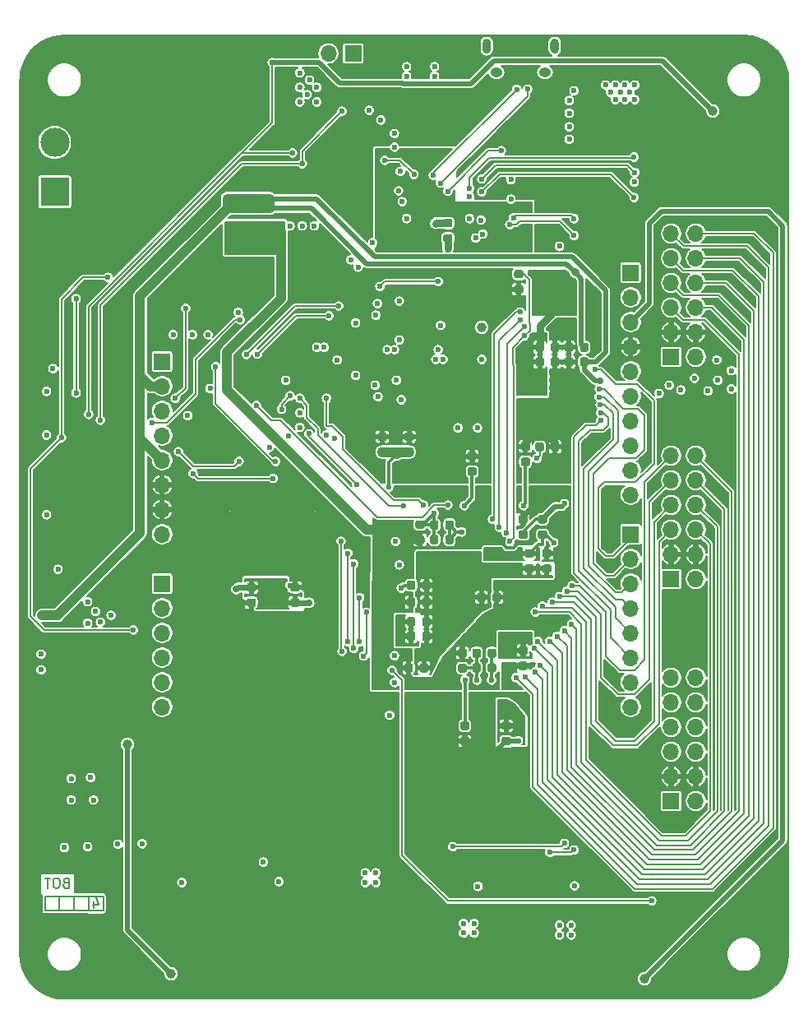
<source format=gbr>
%TF.GenerationSoftware,KiCad,Pcbnew,(5.1.6)-1*%
%TF.CreationDate,2020-06-19T12:40:56+02:00*%
%TF.ProjectId,iceduino,69636564-7569-46e6-9f2e-6b696361645f,rev?*%
%TF.SameCoordinates,Original*%
%TF.FileFunction,Copper,L4,Bot*%
%TF.FilePolarity,Positive*%
%FSLAX46Y46*%
G04 Gerber Fmt 4.6, Leading zero omitted, Abs format (unit mm)*
G04 Created by KiCad (PCBNEW (5.1.6)-1) date 2020-06-19 12:40:56*
%MOMM*%
%LPD*%
G01*
G04 APERTURE LIST*
%TA.AperFunction,NonConductor*%
%ADD10C,0.150000*%
%TD*%
%TA.AperFunction,ComponentPad*%
%ADD11R,3.000000X3.000000*%
%TD*%
%TA.AperFunction,ComponentPad*%
%ADD12C,3.000000*%
%TD*%
%TA.AperFunction,ComponentPad*%
%ADD13O,1.700000X1.700000*%
%TD*%
%TA.AperFunction,ComponentPad*%
%ADD14R,1.700000X1.700000*%
%TD*%
%TA.AperFunction,ViaPad*%
%ADD15C,0.600000*%
%TD*%
%TA.AperFunction,ViaPad*%
%ADD16C,0.700000*%
%TD*%
%TA.AperFunction,ViaPad*%
%ADD17C,1.000000*%
%TD*%
%TA.AperFunction,ViaPad*%
%ADD18C,0.800000*%
%TD*%
%TA.AperFunction,Conductor*%
%ADD19C,0.300000*%
%TD*%
%TA.AperFunction,Conductor*%
%ADD20C,0.800000*%
%TD*%
%TA.AperFunction,Conductor*%
%ADD21C,0.600000*%
%TD*%
%TA.AperFunction,Conductor*%
%ADD22C,1.000000*%
%TD*%
%TA.AperFunction,Conductor*%
%ADD23C,0.500000*%
%TD*%
%TA.AperFunction,Conductor*%
%ADD24C,0.150000*%
%TD*%
G04 APERTURE END LIST*
D10*
X45133333Y-127628571D02*
X44990476Y-127676190D01*
X44942857Y-127723809D01*
X44895238Y-127819047D01*
X44895238Y-127961904D01*
X44942857Y-128057142D01*
X44990476Y-128104761D01*
X45085714Y-128152380D01*
X45466666Y-128152380D01*
X45466666Y-127152380D01*
X45133333Y-127152380D01*
X45038095Y-127200000D01*
X44990476Y-127247619D01*
X44942857Y-127342857D01*
X44942857Y-127438095D01*
X44990476Y-127533333D01*
X45038095Y-127580952D01*
X45133333Y-127628571D01*
X45466666Y-127628571D01*
X44276190Y-127152380D02*
X44085714Y-127152380D01*
X43990476Y-127200000D01*
X43895238Y-127295238D01*
X43847619Y-127485714D01*
X43847619Y-127819047D01*
X43895238Y-128009523D01*
X43990476Y-128104761D01*
X44085714Y-128152380D01*
X44276190Y-128152380D01*
X44371428Y-128104761D01*
X44466666Y-128009523D01*
X44514285Y-127819047D01*
X44514285Y-127485714D01*
X44466666Y-127295238D01*
X44371428Y-127200000D01*
X44276190Y-127152380D01*
X43561904Y-127152380D02*
X42990476Y-127152380D01*
X43276190Y-128152380D02*
X43276190Y-127152380D01*
X48059523Y-129535714D02*
X48059523Y-130202380D01*
X48297619Y-129154761D02*
X48535714Y-129869047D01*
X47916666Y-129869047D01*
X47500000Y-130500000D02*
X47500000Y-129000000D01*
X46000000Y-129000000D02*
X46000000Y-130500000D01*
X44500000Y-130500000D02*
X44500000Y-129000000D01*
X43000000Y-129000000D02*
X43000000Y-130500000D01*
X49000000Y-129000000D02*
X43000000Y-129000000D01*
X49000000Y-130500000D02*
X49000000Y-129000000D01*
X43000000Y-130500000D02*
X49000000Y-130500000D01*
%TO.P,C1,2*%
%TO.N,GND*%
%TA.AperFunction,SMDPad,CuDef*%
G36*
G01*
X92643750Y-94850000D02*
X93156250Y-94850000D01*
G75*
G02*
X93375000Y-95068750I0J-218750D01*
G01*
X93375000Y-95506250D01*
G75*
G02*
X93156250Y-95725000I-218750J0D01*
G01*
X92643750Y-95725000D01*
G75*
G02*
X92425000Y-95506250I0J218750D01*
G01*
X92425000Y-95068750D01*
G75*
G02*
X92643750Y-94850000I218750J0D01*
G01*
G37*
%TD.AperFunction*%
%TO.P,C1,1*%
%TO.N,+3V3*%
%TA.AperFunction,SMDPad,CuDef*%
G36*
G01*
X92643750Y-93275000D02*
X93156250Y-93275000D01*
G75*
G02*
X93375000Y-93493750I0J-218750D01*
G01*
X93375000Y-93931250D01*
G75*
G02*
X93156250Y-94150000I-218750J0D01*
G01*
X92643750Y-94150000D01*
G75*
G02*
X92425000Y-93931250I0J218750D01*
G01*
X92425000Y-93493750D01*
G75*
G02*
X92643750Y-93275000I218750J0D01*
G01*
G37*
%TD.AperFunction*%
%TD*%
%TO.P,C2,2*%
%TO.N,GND*%
%TA.AperFunction,SMDPad,CuDef*%
G36*
G01*
X81850000Y-102506250D02*
X81850000Y-101993750D01*
G75*
G02*
X82068750Y-101775000I218750J0D01*
G01*
X82506250Y-101775000D01*
G75*
G02*
X82725000Y-101993750I0J-218750D01*
G01*
X82725000Y-102506250D01*
G75*
G02*
X82506250Y-102725000I-218750J0D01*
G01*
X82068750Y-102725000D01*
G75*
G02*
X81850000Y-102506250I0J218750D01*
G01*
G37*
%TD.AperFunction*%
%TO.P,C2,1*%
%TO.N,+3V3*%
%TA.AperFunction,SMDPad,CuDef*%
G36*
G01*
X80275000Y-102506250D02*
X80275000Y-101993750D01*
G75*
G02*
X80493750Y-101775000I218750J0D01*
G01*
X80931250Y-101775000D01*
G75*
G02*
X81150000Y-101993750I0J-218750D01*
G01*
X81150000Y-102506250D01*
G75*
G02*
X80931250Y-102725000I-218750J0D01*
G01*
X80493750Y-102725000D01*
G75*
G02*
X80275000Y-102506250I0J218750D01*
G01*
G37*
%TD.AperFunction*%
%TD*%
%TO.P,C3,1*%
%TO.N,+3V3*%
%TA.AperFunction,SMDPad,CuDef*%
G36*
G01*
X94506250Y-92225000D02*
X93993750Y-92225000D01*
G75*
G02*
X93775000Y-92006250I0J218750D01*
G01*
X93775000Y-91568750D01*
G75*
G02*
X93993750Y-91350000I218750J0D01*
G01*
X94506250Y-91350000D01*
G75*
G02*
X94725000Y-91568750I0J-218750D01*
G01*
X94725000Y-92006250D01*
G75*
G02*
X94506250Y-92225000I-218750J0D01*
G01*
G37*
%TD.AperFunction*%
%TO.P,C3,2*%
%TO.N,GND*%
%TA.AperFunction,SMDPad,CuDef*%
G36*
G01*
X94506250Y-90650000D02*
X93993750Y-90650000D01*
G75*
G02*
X93775000Y-90431250I0J218750D01*
G01*
X93775000Y-89993750D01*
G75*
G02*
X93993750Y-89775000I218750J0D01*
G01*
X94506250Y-89775000D01*
G75*
G02*
X94725000Y-89993750I0J-218750D01*
G01*
X94725000Y-90431250D01*
G75*
G02*
X94506250Y-90650000I-218750J0D01*
G01*
G37*
%TD.AperFunction*%
%TD*%
%TO.P,C4,1*%
%TO.N,+3V3*%
%TA.AperFunction,SMDPad,CuDef*%
G36*
G01*
X92506250Y-105725000D02*
X91993750Y-105725000D01*
G75*
G02*
X91775000Y-105506250I0J218750D01*
G01*
X91775000Y-105068750D01*
G75*
G02*
X91993750Y-104850000I218750J0D01*
G01*
X92506250Y-104850000D01*
G75*
G02*
X92725000Y-105068750I0J-218750D01*
G01*
X92725000Y-105506250D01*
G75*
G02*
X92506250Y-105725000I-218750J0D01*
G01*
G37*
%TD.AperFunction*%
%TO.P,C4,2*%
%TO.N,GND*%
%TA.AperFunction,SMDPad,CuDef*%
G36*
G01*
X92506250Y-104150000D02*
X91993750Y-104150000D01*
G75*
G02*
X91775000Y-103931250I0J218750D01*
G01*
X91775000Y-103493750D01*
G75*
G02*
X91993750Y-103275000I218750J0D01*
G01*
X92506250Y-103275000D01*
G75*
G02*
X92725000Y-103493750I0J-218750D01*
G01*
X92725000Y-103931250D01*
G75*
G02*
X92506250Y-104150000I-218750J0D01*
G01*
G37*
%TD.AperFunction*%
%TD*%
%TO.P,C5,2*%
%TO.N,GND*%
%TA.AperFunction,SMDPad,CuDef*%
G36*
G01*
X90243750Y-112600000D02*
X90756250Y-112600000D01*
G75*
G02*
X90975000Y-112818750I0J-218750D01*
G01*
X90975000Y-113256250D01*
G75*
G02*
X90756250Y-113475000I-218750J0D01*
G01*
X90243750Y-113475000D01*
G75*
G02*
X90025000Y-113256250I0J218750D01*
G01*
X90025000Y-112818750D01*
G75*
G02*
X90243750Y-112600000I218750J0D01*
G01*
G37*
%TD.AperFunction*%
%TO.P,C5,1*%
%TO.N,+3V3*%
%TA.AperFunction,SMDPad,CuDef*%
G36*
G01*
X90243750Y-111025000D02*
X90756250Y-111025000D01*
G75*
G02*
X90975000Y-111243750I0J-218750D01*
G01*
X90975000Y-111681250D01*
G75*
G02*
X90756250Y-111900000I-218750J0D01*
G01*
X90243750Y-111900000D01*
G75*
G02*
X90025000Y-111681250I0J218750D01*
G01*
X90025000Y-111243750D01*
G75*
G02*
X90243750Y-111025000I218750J0D01*
G01*
G37*
%TD.AperFunction*%
%TD*%
%TO.P,C6,1*%
%TO.N,+3V3*%
%TA.AperFunction,SMDPad,CuDef*%
G36*
G01*
X85993750Y-111025000D02*
X86506250Y-111025000D01*
G75*
G02*
X86725000Y-111243750I0J-218750D01*
G01*
X86725000Y-111681250D01*
G75*
G02*
X86506250Y-111900000I-218750J0D01*
G01*
X85993750Y-111900000D01*
G75*
G02*
X85775000Y-111681250I0J218750D01*
G01*
X85775000Y-111243750D01*
G75*
G02*
X85993750Y-111025000I218750J0D01*
G01*
G37*
%TD.AperFunction*%
%TO.P,C6,2*%
%TO.N,GND*%
%TA.AperFunction,SMDPad,CuDef*%
G36*
G01*
X85993750Y-112600000D02*
X86506250Y-112600000D01*
G75*
G02*
X86725000Y-112818750I0J-218750D01*
G01*
X86725000Y-113256250D01*
G75*
G02*
X86506250Y-113475000I-218750J0D01*
G01*
X85993750Y-113475000D01*
G75*
G02*
X85775000Y-113256250I0J218750D01*
G01*
X85775000Y-112818750D01*
G75*
G02*
X85993750Y-112600000I218750J0D01*
G01*
G37*
%TD.AperFunction*%
%TD*%
%TO.P,C7,2*%
%TO.N,GND*%
%TA.AperFunction,SMDPad,CuDef*%
G36*
G01*
X81850000Y-101006250D02*
X81850000Y-100493750D01*
G75*
G02*
X82068750Y-100275000I218750J0D01*
G01*
X82506250Y-100275000D01*
G75*
G02*
X82725000Y-100493750I0J-218750D01*
G01*
X82725000Y-101006250D01*
G75*
G02*
X82506250Y-101225000I-218750J0D01*
G01*
X82068750Y-101225000D01*
G75*
G02*
X81850000Y-101006250I0J218750D01*
G01*
G37*
%TD.AperFunction*%
%TO.P,C7,1*%
%TO.N,+3V3*%
%TA.AperFunction,SMDPad,CuDef*%
G36*
G01*
X80275000Y-101006250D02*
X80275000Y-100493750D01*
G75*
G02*
X80493750Y-100275000I218750J0D01*
G01*
X80931250Y-100275000D01*
G75*
G02*
X81150000Y-100493750I0J-218750D01*
G01*
X81150000Y-101006250D01*
G75*
G02*
X80931250Y-101225000I-218750J0D01*
G01*
X80493750Y-101225000D01*
G75*
G02*
X80275000Y-101006250I0J218750D01*
G01*
G37*
%TD.AperFunction*%
%TD*%
%TO.P,C8,1*%
%TO.N,+3V3*%
%TA.AperFunction,SMDPad,CuDef*%
G36*
G01*
X80275000Y-97256250D02*
X80275000Y-96743750D01*
G75*
G02*
X80493750Y-96525000I218750J0D01*
G01*
X80931250Y-96525000D01*
G75*
G02*
X81150000Y-96743750I0J-218750D01*
G01*
X81150000Y-97256250D01*
G75*
G02*
X80931250Y-97475000I-218750J0D01*
G01*
X80493750Y-97475000D01*
G75*
G02*
X80275000Y-97256250I0J218750D01*
G01*
G37*
%TD.AperFunction*%
%TO.P,C8,2*%
%TO.N,GND*%
%TA.AperFunction,SMDPad,CuDef*%
G36*
G01*
X81850000Y-97256250D02*
X81850000Y-96743750D01*
G75*
G02*
X82068750Y-96525000I218750J0D01*
G01*
X82506250Y-96525000D01*
G75*
G02*
X82725000Y-96743750I0J-218750D01*
G01*
X82725000Y-97256250D01*
G75*
G02*
X82506250Y-97475000I-218750J0D01*
G01*
X82068750Y-97475000D01*
G75*
G02*
X81850000Y-97256250I0J218750D01*
G01*
G37*
%TD.AperFunction*%
%TD*%
%TO.P,C9,1*%
%TO.N,+3V3*%
%TA.AperFunction,SMDPad,CuDef*%
G36*
G01*
X87256250Y-85725000D02*
X86743750Y-85725000D01*
G75*
G02*
X86525000Y-85506250I0J218750D01*
G01*
X86525000Y-85068750D01*
G75*
G02*
X86743750Y-84850000I218750J0D01*
G01*
X87256250Y-84850000D01*
G75*
G02*
X87475000Y-85068750I0J-218750D01*
G01*
X87475000Y-85506250D01*
G75*
G02*
X87256250Y-85725000I-218750J0D01*
G01*
G37*
%TD.AperFunction*%
%TO.P,C9,2*%
%TO.N,GND*%
%TA.AperFunction,SMDPad,CuDef*%
G36*
G01*
X87256250Y-84150000D02*
X86743750Y-84150000D01*
G75*
G02*
X86525000Y-83931250I0J218750D01*
G01*
X86525000Y-83493750D01*
G75*
G02*
X86743750Y-83275000I218750J0D01*
G01*
X87256250Y-83275000D01*
G75*
G02*
X87475000Y-83493750I0J-218750D01*
G01*
X87475000Y-83931250D01*
G75*
G02*
X87256250Y-84150000I-218750J0D01*
G01*
G37*
%TD.AperFunction*%
%TD*%
%TO.P,C10,1*%
%TO.N,+3V3*%
%TA.AperFunction,SMDPad,CuDef*%
G36*
G01*
X92756250Y-84725000D02*
X92243750Y-84725000D01*
G75*
G02*
X92025000Y-84506250I0J218750D01*
G01*
X92025000Y-84068750D01*
G75*
G02*
X92243750Y-83850000I218750J0D01*
G01*
X92756250Y-83850000D01*
G75*
G02*
X92975000Y-84068750I0J-218750D01*
G01*
X92975000Y-84506250D01*
G75*
G02*
X92756250Y-84725000I-218750J0D01*
G01*
G37*
%TD.AperFunction*%
%TO.P,C10,2*%
%TO.N,GND*%
%TA.AperFunction,SMDPad,CuDef*%
G36*
G01*
X92756250Y-83150000D02*
X92243750Y-83150000D01*
G75*
G02*
X92025000Y-82931250I0J218750D01*
G01*
X92025000Y-82493750D01*
G75*
G02*
X92243750Y-82275000I218750J0D01*
G01*
X92756250Y-82275000D01*
G75*
G02*
X92975000Y-82493750I0J-218750D01*
G01*
X92975000Y-82931250D01*
G75*
G02*
X92756250Y-83150000I-218750J0D01*
G01*
G37*
%TD.AperFunction*%
%TD*%
%TO.P,C11,1*%
%TO.N,+1V2*%
%TA.AperFunction,SMDPad,CuDef*%
G36*
G01*
X89975000Y-97993750D02*
X89975000Y-98506250D01*
G75*
G02*
X89756250Y-98725000I-218750J0D01*
G01*
X89318750Y-98725000D01*
G75*
G02*
X89100000Y-98506250I0J218750D01*
G01*
X89100000Y-97993750D01*
G75*
G02*
X89318750Y-97775000I218750J0D01*
G01*
X89756250Y-97775000D01*
G75*
G02*
X89975000Y-97993750I0J-218750D01*
G01*
G37*
%TD.AperFunction*%
%TO.P,C11,2*%
%TO.N,GND*%
%TA.AperFunction,SMDPad,CuDef*%
G36*
G01*
X88400000Y-97993750D02*
X88400000Y-98506250D01*
G75*
G02*
X88181250Y-98725000I-218750J0D01*
G01*
X87743750Y-98725000D01*
G75*
G02*
X87525000Y-98506250I0J218750D01*
G01*
X87525000Y-97993750D01*
G75*
G02*
X87743750Y-97775000I218750J0D01*
G01*
X88181250Y-97775000D01*
G75*
G02*
X88400000Y-97993750I0J-218750D01*
G01*
G37*
%TD.AperFunction*%
%TD*%
%TO.P,C12,2*%
%TO.N,GND*%
%TA.AperFunction,SMDPad,CuDef*%
G36*
G01*
X94443750Y-94850000D02*
X94956250Y-94850000D01*
G75*
G02*
X95175000Y-95068750I0J-218750D01*
G01*
X95175000Y-95506250D01*
G75*
G02*
X94956250Y-95725000I-218750J0D01*
G01*
X94443750Y-95725000D01*
G75*
G02*
X94225000Y-95506250I0J218750D01*
G01*
X94225000Y-95068750D01*
G75*
G02*
X94443750Y-94850000I218750J0D01*
G01*
G37*
%TD.AperFunction*%
%TO.P,C12,1*%
%TO.N,+1V2*%
%TA.AperFunction,SMDPad,CuDef*%
G36*
G01*
X94443750Y-93275000D02*
X94956250Y-93275000D01*
G75*
G02*
X95175000Y-93493750I0J-218750D01*
G01*
X95175000Y-93931250D01*
G75*
G02*
X94956250Y-94150000I-218750J0D01*
G01*
X94443750Y-94150000D01*
G75*
G02*
X94225000Y-93931250I0J218750D01*
G01*
X94225000Y-93493750D01*
G75*
G02*
X94443750Y-93275000I218750J0D01*
G01*
G37*
%TD.AperFunction*%
%TD*%
%TO.P,C13,1*%
%TO.N,+3V3*%
%TA.AperFunction,SMDPad,CuDef*%
G36*
G01*
X80756250Y-83725000D02*
X80243750Y-83725000D01*
G75*
G02*
X80025000Y-83506250I0J218750D01*
G01*
X80025000Y-83068750D01*
G75*
G02*
X80243750Y-82850000I218750J0D01*
G01*
X80756250Y-82850000D01*
G75*
G02*
X80975000Y-83068750I0J-218750D01*
G01*
X80975000Y-83506250D01*
G75*
G02*
X80756250Y-83725000I-218750J0D01*
G01*
G37*
%TD.AperFunction*%
%TO.P,C13,2*%
%TO.N,GND*%
%TA.AperFunction,SMDPad,CuDef*%
G36*
G01*
X80756250Y-82150000D02*
X80243750Y-82150000D01*
G75*
G02*
X80025000Y-81931250I0J218750D01*
G01*
X80025000Y-81493750D01*
G75*
G02*
X80243750Y-81275000I218750J0D01*
G01*
X80756250Y-81275000D01*
G75*
G02*
X80975000Y-81493750I0J-218750D01*
G01*
X80975000Y-81931250D01*
G75*
G02*
X80756250Y-82150000I-218750J0D01*
G01*
G37*
%TD.AperFunction*%
%TD*%
%TO.P,C14,1*%
%TO.N,+1V2*%
%TA.AperFunction,SMDPad,CuDef*%
G36*
G01*
X80025000Y-105756250D02*
X80025000Y-105243750D01*
G75*
G02*
X80243750Y-105025000I218750J0D01*
G01*
X80681250Y-105025000D01*
G75*
G02*
X80900000Y-105243750I0J-218750D01*
G01*
X80900000Y-105756250D01*
G75*
G02*
X80681250Y-105975000I-218750J0D01*
G01*
X80243750Y-105975000D01*
G75*
G02*
X80025000Y-105756250I0J218750D01*
G01*
G37*
%TD.AperFunction*%
%TO.P,C14,2*%
%TO.N,GND*%
%TA.AperFunction,SMDPad,CuDef*%
G36*
G01*
X81600000Y-105756250D02*
X81600000Y-105243750D01*
G75*
G02*
X81818750Y-105025000I218750J0D01*
G01*
X82256250Y-105025000D01*
G75*
G02*
X82475000Y-105243750I0J-218750D01*
G01*
X82475000Y-105756250D01*
G75*
G02*
X82256250Y-105975000I-218750J0D01*
G01*
X81818750Y-105975000D01*
G75*
G02*
X81600000Y-105756250I0J218750D01*
G01*
G37*
%TD.AperFunction*%
%TD*%
%TO.P,C15,1*%
%TO.N,+3V3*%
%TA.AperFunction,SMDPad,CuDef*%
G36*
G01*
X78006250Y-83725000D02*
X77493750Y-83725000D01*
G75*
G02*
X77275000Y-83506250I0J218750D01*
G01*
X77275000Y-83068750D01*
G75*
G02*
X77493750Y-82850000I218750J0D01*
G01*
X78006250Y-82850000D01*
G75*
G02*
X78225000Y-83068750I0J-218750D01*
G01*
X78225000Y-83506250D01*
G75*
G02*
X78006250Y-83725000I-218750J0D01*
G01*
G37*
%TD.AperFunction*%
%TO.P,C15,2*%
%TO.N,GND*%
%TA.AperFunction,SMDPad,CuDef*%
G36*
G01*
X78006250Y-82150000D02*
X77493750Y-82150000D01*
G75*
G02*
X77275000Y-81931250I0J218750D01*
G01*
X77275000Y-81493750D01*
G75*
G02*
X77493750Y-81275000I218750J0D01*
G01*
X78006250Y-81275000D01*
G75*
G02*
X78225000Y-81493750I0J-218750D01*
G01*
X78225000Y-81931250D01*
G75*
G02*
X78006250Y-82150000I-218750J0D01*
G01*
G37*
%TD.AperFunction*%
%TD*%
%TO.P,C16,1*%
%TO.N,+1V2*%
%TA.AperFunction,SMDPad,CuDef*%
G36*
G01*
X80275000Y-99006250D02*
X80275000Y-98493750D01*
G75*
G02*
X80493750Y-98275000I218750J0D01*
G01*
X80931250Y-98275000D01*
G75*
G02*
X81150000Y-98493750I0J-218750D01*
G01*
X81150000Y-99006250D01*
G75*
G02*
X80931250Y-99225000I-218750J0D01*
G01*
X80493750Y-99225000D01*
G75*
G02*
X80275000Y-99006250I0J218750D01*
G01*
G37*
%TD.AperFunction*%
%TO.P,C16,2*%
%TO.N,GND*%
%TA.AperFunction,SMDPad,CuDef*%
G36*
G01*
X81850000Y-99006250D02*
X81850000Y-98493750D01*
G75*
G02*
X82068750Y-98275000I218750J0D01*
G01*
X82506250Y-98275000D01*
G75*
G02*
X82725000Y-98493750I0J-218750D01*
G01*
X82725000Y-99006250D01*
G75*
G02*
X82506250Y-99225000I-218750J0D01*
G01*
X82068750Y-99225000D01*
G75*
G02*
X81850000Y-99006250I0J218750D01*
G01*
G37*
%TD.AperFunction*%
%TD*%
%TO.P,C17,2*%
%TO.N,GND*%
%TA.AperFunction,SMDPad,CuDef*%
G36*
G01*
X91993750Y-91350000D02*
X92506250Y-91350000D01*
G75*
G02*
X92725000Y-91568750I0J-218750D01*
G01*
X92725000Y-92006250D01*
G75*
G02*
X92506250Y-92225000I-218750J0D01*
G01*
X91993750Y-92225000D01*
G75*
G02*
X91775000Y-92006250I0J218750D01*
G01*
X91775000Y-91568750D01*
G75*
G02*
X91993750Y-91350000I218750J0D01*
G01*
G37*
%TD.AperFunction*%
%TO.P,C17,1*%
%TO.N,+1V2*%
%TA.AperFunction,SMDPad,CuDef*%
G36*
G01*
X91993750Y-89775000D02*
X92506250Y-89775000D01*
G75*
G02*
X92725000Y-89993750I0J-218750D01*
G01*
X92725000Y-90431250D01*
G75*
G02*
X92506250Y-90650000I-218750J0D01*
G01*
X91993750Y-90650000D01*
G75*
G02*
X91775000Y-90431250I0J218750D01*
G01*
X91775000Y-89993750D01*
G75*
G02*
X91993750Y-89775000I218750J0D01*
G01*
G37*
%TD.AperFunction*%
%TD*%
%TO.P,C37,2*%
%TO.N,/GNDPLL_0*%
%TA.AperFunction,SMDPad,CuDef*%
G36*
G01*
X84230000Y-91046250D02*
X84230000Y-90533750D01*
G75*
G02*
X84448750Y-90315000I218750J0D01*
G01*
X84886250Y-90315000D01*
G75*
G02*
X85105000Y-90533750I0J-218750D01*
G01*
X85105000Y-91046250D01*
G75*
G02*
X84886250Y-91265000I-218750J0D01*
G01*
X84448750Y-91265000D01*
G75*
G02*
X84230000Y-91046250I0J218750D01*
G01*
G37*
%TD.AperFunction*%
%TO.P,C37,1*%
%TO.N,/VCCPLL_0*%
%TA.AperFunction,SMDPad,CuDef*%
G36*
G01*
X82655000Y-91046250D02*
X82655000Y-90533750D01*
G75*
G02*
X82873750Y-90315000I218750J0D01*
G01*
X83311250Y-90315000D01*
G75*
G02*
X83530000Y-90533750I0J-218750D01*
G01*
X83530000Y-91046250D01*
G75*
G02*
X83311250Y-91265000I-218750J0D01*
G01*
X82873750Y-91265000D01*
G75*
G02*
X82655000Y-91046250I0J218750D01*
G01*
G37*
%TD.AperFunction*%
%TD*%
%TO.P,C38,2*%
%TO.N,/GNDPLL_0*%
%TA.AperFunction,SMDPad,CuDef*%
G36*
G01*
X84230000Y-92546250D02*
X84230000Y-92033750D01*
G75*
G02*
X84448750Y-91815000I218750J0D01*
G01*
X84886250Y-91815000D01*
G75*
G02*
X85105000Y-92033750I0J-218750D01*
G01*
X85105000Y-92546250D01*
G75*
G02*
X84886250Y-92765000I-218750J0D01*
G01*
X84448750Y-92765000D01*
G75*
G02*
X84230000Y-92546250I0J218750D01*
G01*
G37*
%TD.AperFunction*%
%TO.P,C38,1*%
%TO.N,/VCCPLL_0*%
%TA.AperFunction,SMDPad,CuDef*%
G36*
G01*
X82655000Y-92546250D02*
X82655000Y-92033750D01*
G75*
G02*
X82873750Y-91815000I218750J0D01*
G01*
X83311250Y-91815000D01*
G75*
G02*
X83530000Y-92033750I0J-218750D01*
G01*
X83530000Y-92546250D01*
G75*
G02*
X83311250Y-92765000I-218750J0D01*
G01*
X82873750Y-92765000D01*
G75*
G02*
X82655000Y-92546250I0J218750D01*
G01*
G37*
%TD.AperFunction*%
%TD*%
%TO.P,C39,2*%
%TO.N,/GNDPLL_1*%
%TA.AperFunction,SMDPad,CuDef*%
G36*
G01*
X88600000Y-104256250D02*
X88600000Y-103743750D01*
G75*
G02*
X88818750Y-103525000I218750J0D01*
G01*
X89256250Y-103525000D01*
G75*
G02*
X89475000Y-103743750I0J-218750D01*
G01*
X89475000Y-104256250D01*
G75*
G02*
X89256250Y-104475000I-218750J0D01*
G01*
X88818750Y-104475000D01*
G75*
G02*
X88600000Y-104256250I0J218750D01*
G01*
G37*
%TD.AperFunction*%
%TO.P,C39,1*%
%TO.N,/VCCPLL_1*%
%TA.AperFunction,SMDPad,CuDef*%
G36*
G01*
X87025000Y-104256250D02*
X87025000Y-103743750D01*
G75*
G02*
X87243750Y-103525000I218750J0D01*
G01*
X87681250Y-103525000D01*
G75*
G02*
X87900000Y-103743750I0J-218750D01*
G01*
X87900000Y-104256250D01*
G75*
G02*
X87681250Y-104475000I-218750J0D01*
G01*
X87243750Y-104475000D01*
G75*
G02*
X87025000Y-104256250I0J218750D01*
G01*
G37*
%TD.AperFunction*%
%TD*%
%TO.P,C40,1*%
%TO.N,/VCCPLL_1*%
%TA.AperFunction,SMDPad,CuDef*%
G36*
G01*
X87025000Y-105756250D02*
X87025000Y-105243750D01*
G75*
G02*
X87243750Y-105025000I218750J0D01*
G01*
X87681250Y-105025000D01*
G75*
G02*
X87900000Y-105243750I0J-218750D01*
G01*
X87900000Y-105756250D01*
G75*
G02*
X87681250Y-105975000I-218750J0D01*
G01*
X87243750Y-105975000D01*
G75*
G02*
X87025000Y-105756250I0J218750D01*
G01*
G37*
%TD.AperFunction*%
%TO.P,C40,2*%
%TO.N,/GNDPLL_1*%
%TA.AperFunction,SMDPad,CuDef*%
G36*
G01*
X88600000Y-105756250D02*
X88600000Y-105243750D01*
G75*
G02*
X88818750Y-105025000I218750J0D01*
G01*
X89256250Y-105025000D01*
G75*
G02*
X89475000Y-105243750I0J-218750D01*
G01*
X89475000Y-105756250D01*
G75*
G02*
X89256250Y-105975000I-218750J0D01*
G01*
X88818750Y-105975000D01*
G75*
G02*
X88600000Y-105756250I0J218750D01*
G01*
G37*
%TD.AperFunction*%
%TD*%
%TO.P,C48,1*%
%TO.N,+3V3*%
%TA.AperFunction,SMDPad,CuDef*%
G36*
G01*
X69006250Y-99225000D02*
X68493750Y-99225000D01*
G75*
G02*
X68275000Y-99006250I0J218750D01*
G01*
X68275000Y-98568750D01*
G75*
G02*
X68493750Y-98350000I218750J0D01*
G01*
X69006250Y-98350000D01*
G75*
G02*
X69225000Y-98568750I0J-218750D01*
G01*
X69225000Y-99006250D01*
G75*
G02*
X69006250Y-99225000I-218750J0D01*
G01*
G37*
%TD.AperFunction*%
%TO.P,C48,2*%
%TO.N,GND*%
%TA.AperFunction,SMDPad,CuDef*%
G36*
G01*
X69006250Y-97650000D02*
X68493750Y-97650000D01*
G75*
G02*
X68275000Y-97431250I0J218750D01*
G01*
X68275000Y-96993750D01*
G75*
G02*
X68493750Y-96775000I218750J0D01*
G01*
X69006250Y-96775000D01*
G75*
G02*
X69225000Y-96993750I0J-218750D01*
G01*
X69225000Y-97431250D01*
G75*
G02*
X69006250Y-97650000I-218750J0D01*
G01*
G37*
%TD.AperFunction*%
%TD*%
%TO.P,C49,2*%
%TO.N,GND*%
%TA.AperFunction,SMDPad,CuDef*%
G36*
G01*
X63993750Y-98350000D02*
X64506250Y-98350000D01*
G75*
G02*
X64725000Y-98568750I0J-218750D01*
G01*
X64725000Y-99006250D01*
G75*
G02*
X64506250Y-99225000I-218750J0D01*
G01*
X63993750Y-99225000D01*
G75*
G02*
X63775000Y-99006250I0J218750D01*
G01*
X63775000Y-98568750D01*
G75*
G02*
X63993750Y-98350000I218750J0D01*
G01*
G37*
%TD.AperFunction*%
%TO.P,C49,1*%
%TO.N,+3V3*%
%TA.AperFunction,SMDPad,CuDef*%
G36*
G01*
X63993750Y-96775000D02*
X64506250Y-96775000D01*
G75*
G02*
X64725000Y-96993750I0J-218750D01*
G01*
X64725000Y-97431250D01*
G75*
G02*
X64506250Y-97650000I-218750J0D01*
G01*
X63993750Y-97650000D01*
G75*
G02*
X63775000Y-97431250I0J218750D01*
G01*
X63775000Y-96993750D01*
G75*
G02*
X63993750Y-96775000I218750J0D01*
G01*
G37*
%TD.AperFunction*%
%TD*%
%TO.P,C83,2*%
%TO.N,GND*%
%TA.AperFunction,SMDPad,CuDef*%
G36*
G01*
X84756250Y-60150000D02*
X84243750Y-60150000D01*
G75*
G02*
X84025000Y-59931250I0J218750D01*
G01*
X84025000Y-59493750D01*
G75*
G02*
X84243750Y-59275000I218750J0D01*
G01*
X84756250Y-59275000D01*
G75*
G02*
X84975000Y-59493750I0J-218750D01*
G01*
X84975000Y-59931250D01*
G75*
G02*
X84756250Y-60150000I-218750J0D01*
G01*
G37*
%TD.AperFunction*%
%TO.P,C83,1*%
%TO.N,+3V3_FTDI*%
%TA.AperFunction,SMDPad,CuDef*%
G36*
G01*
X84756250Y-61725000D02*
X84243750Y-61725000D01*
G75*
G02*
X84025000Y-61506250I0J218750D01*
G01*
X84025000Y-61068750D01*
G75*
G02*
X84243750Y-60850000I218750J0D01*
G01*
X84756250Y-60850000D01*
G75*
G02*
X84975000Y-61068750I0J-218750D01*
G01*
X84975000Y-61506250D01*
G75*
G02*
X84756250Y-61725000I-218750J0D01*
G01*
G37*
%TD.AperFunction*%
%TD*%
D11*
%TO.P,J1,1*%
%TO.N,/Power/7-17VIN_PROTECTION/GND_IN*%
X44000000Y-56500000D03*
D12*
%TO.P,J1,2*%
%TO.N,/Power/7-17VIN_PROTECTION/V_IN*%
X44000000Y-51420000D03*
%TD*%
%TO.P,J2,6*%
%TO.N,Net-(J2-Pad6)*%
%TA.AperFunction,ComponentPad*%
G36*
G01*
X95125000Y-44200000D02*
X95125000Y-44200000D01*
G75*
G02*
X94650000Y-44675000I-475000J0D01*
G01*
X94350000Y-44675000D01*
G75*
G02*
X93875000Y-44200000I0J475000D01*
G01*
X93875000Y-44200000D01*
G75*
G02*
X94350000Y-43725000I475000J0D01*
G01*
X94650000Y-43725000D01*
G75*
G02*
X95125000Y-44200000I0J-475000D01*
G01*
G37*
%TD.AperFunction*%
%TA.AperFunction,ComponentPad*%
G36*
G01*
X90125000Y-44200000D02*
X90125000Y-44200000D01*
G75*
G02*
X89650000Y-44675000I-475000J0D01*
G01*
X89350000Y-44675000D01*
G75*
G02*
X88875000Y-44200000I0J475000D01*
G01*
X88875000Y-44200000D01*
G75*
G02*
X89350000Y-43725000I475000J0D01*
G01*
X89650000Y-43725000D01*
G75*
G02*
X90125000Y-44200000I0J-475000D01*
G01*
G37*
%TD.AperFunction*%
%TA.AperFunction,ComponentPad*%
G36*
G01*
X95950000Y-41175000D02*
X95950000Y-41825000D01*
G75*
G02*
X95500000Y-42275000I-450000J0D01*
G01*
X95500000Y-42275000D01*
G75*
G02*
X95050000Y-41825000I0J450000D01*
G01*
X95050000Y-41175000D01*
G75*
G02*
X95500000Y-40725000I450000J0D01*
G01*
X95500000Y-40725000D01*
G75*
G02*
X95950000Y-41175000I0J-450000D01*
G01*
G37*
%TD.AperFunction*%
%TA.AperFunction,ComponentPad*%
G36*
G01*
X88950000Y-41175000D02*
X88950000Y-41825000D01*
G75*
G02*
X88500000Y-42275000I-450000J0D01*
G01*
X88500000Y-42275000D01*
G75*
G02*
X88050000Y-41825000I0J450000D01*
G01*
X88050000Y-41175000D01*
G75*
G02*
X88500000Y-40725000I450000J0D01*
G01*
X88500000Y-40725000D01*
G75*
G02*
X88950000Y-41175000I0J-450000D01*
G01*
G37*
%TD.AperFunction*%
%TD*%
D13*
%TO.P,J3,8*%
%TO.N,Net-(J3-Pad8)*%
X55067200Y-91744800D03*
%TO.P,J3,7*%
%TO.N,GND*%
X55067200Y-89204800D03*
%TO.P,J3,6*%
X55067200Y-86664800D03*
%TO.P,J3,5*%
%TO.N,+5V*%
X55067200Y-84124800D03*
%TO.P,J3,4*%
%TO.N,/HEADER/INO_3V3*%
X55067200Y-81584800D03*
%TO.P,J3,3*%
%TO.N,/INO_RESET*%
X55067200Y-79044800D03*
%TO.P,J3,2*%
%TO.N,+5V*%
X55067200Y-76504800D03*
D14*
%TO.P,J3,1*%
%TO.N,Net-(J3-Pad1)*%
X55067200Y-73964800D03*
%TD*%
%TO.P,J4,1*%
%TO.N,/HEADER/INO_A0*%
X55067200Y-96824800D03*
D13*
%TO.P,J4,2*%
%TO.N,/HEADER/INO_A1*%
X55067200Y-99364800D03*
%TO.P,J4,3*%
%TO.N,/HEADER/INO_A2*%
X55067200Y-101904800D03*
%TO.P,J4,4*%
%TO.N,/HEADER/INO_A3*%
X55067200Y-104444800D03*
%TO.P,J4,5*%
%TO.N,/HEADER/INO_A4*%
X55067200Y-106984800D03*
%TO.P,J4,6*%
%TO.N,/HEADER/INO_A5*%
X55067200Y-109524800D03*
%TD*%
D14*
%TO.P,J5,1*%
%TO.N,/HEADER/INO_SCL*%
X103327200Y-64820800D03*
D13*
%TO.P,J5,2*%
%TO.N,/HEADER/INO_SDA*%
X103327200Y-67360800D03*
%TO.P,J5,3*%
%TO.N,/HEADER/INO_AREF*%
X103327200Y-69900800D03*
%TO.P,J5,4*%
%TO.N,GND*%
X103327200Y-72440800D03*
%TO.P,J5,5*%
%TO.N,/HEADER/INO_SCK*%
X103327200Y-74980800D03*
%TO.P,J5,6*%
%TO.N,/HEADER/INO_MISO*%
X103327200Y-77520800D03*
%TO.P,J5,7*%
%TO.N,/HEADER/INO_MOSI*%
X103327200Y-80060800D03*
%TO.P,J5,8*%
%TO.N,/HEADER/INO_SS*%
X103327200Y-82600800D03*
%TO.P,J5,9*%
%TO.N,/HEADER/INO_D9*%
X103327200Y-85140800D03*
%TO.P,J5,10*%
%TO.N,/HEADER/INO_D8*%
X103327200Y-87680800D03*
%TD*%
D14*
%TO.P,J6,1*%
%TO.N,/HEADER/INO_D7*%
X103327200Y-91744800D03*
D13*
%TO.P,J6,2*%
%TO.N,/HEADER/INO_D6*%
X103327200Y-94284800D03*
%TO.P,J6,3*%
%TO.N,/HEADER/INO_D5*%
X103327200Y-96824800D03*
%TO.P,J6,4*%
%TO.N,/HEADER/INO_D4*%
X103327200Y-99364800D03*
%TO.P,J6,5*%
%TO.N,/HEADER/INO_D3*%
X103327200Y-101904800D03*
%TO.P,J6,6*%
%TO.N,/HEADER/INO_D2*%
X103327200Y-104444800D03*
%TO.P,J6,7*%
%TO.N,/HEADER/INO_TX*%
X103327200Y-106984800D03*
%TO.P,J6,8*%
%TO.N,/HEADER/INO_RX*%
X103327200Y-109524800D03*
%TD*%
D14*
%TO.P,JP1,1*%
%TO.N,Net-(JP1-Pad1)*%
X74750000Y-42250000D03*
D13*
%TO.P,JP1,2*%
%TO.N,Net-(D11-Pad2)*%
X72210000Y-42250000D03*
%TD*%
D14*
%TO.P,PMOD1,1*%
%TO.N,/HEADER/PMOD_3V3*%
X107492800Y-119209820D03*
D13*
%TO.P,PMOD1,2*%
X110032800Y-119209820D03*
%TO.P,PMOD1,3*%
%TO.N,GND*%
X107492800Y-116669820D03*
%TO.P,PMOD1,4*%
X110032800Y-116669820D03*
%TO.P,PMOD1,5*%
%TO.N,/P4_1*%
X107492800Y-114129820D03*
%TO.P,PMOD1,6*%
%TO.N,/P10_1*%
X110032800Y-114129820D03*
%TO.P,PMOD1,7*%
%TO.N,/P3_1*%
X107492800Y-111589820D03*
%TO.P,PMOD1,8*%
%TO.N,/P9_1*%
X110032800Y-111589820D03*
%TO.P,PMOD1,9*%
%TO.N,/P2_1*%
X107492800Y-109049820D03*
%TO.P,PMOD1,10*%
%TO.N,/P8_1*%
X110032800Y-109049820D03*
%TO.P,PMOD1,11*%
%TO.N,/P1_1*%
X107492800Y-106509820D03*
%TO.P,PMOD1,12*%
%TO.N,/P7_1*%
X110032800Y-106509820D03*
%TD*%
D14*
%TO.P,PMOD2,1*%
%TO.N,/HEADER/PMOD_3V3*%
X107492800Y-96349820D03*
D13*
%TO.P,PMOD2,2*%
X110032800Y-96349820D03*
%TO.P,PMOD2,3*%
%TO.N,GND*%
X107492800Y-93809820D03*
%TO.P,PMOD2,4*%
X110032800Y-93809820D03*
%TO.P,PMOD2,5*%
%TO.N,/P4_2*%
X107492800Y-91269820D03*
%TO.P,PMOD2,6*%
%TO.N,/P10_2*%
X110032800Y-91269820D03*
%TO.P,PMOD2,7*%
%TO.N,/P3_2*%
X107492800Y-88729820D03*
%TO.P,PMOD2,8*%
%TO.N,/P9_2*%
X110032800Y-88729820D03*
%TO.P,PMOD2,9*%
%TO.N,/P2_2*%
X107492800Y-86189820D03*
%TO.P,PMOD2,10*%
%TO.N,/P8_2*%
X110032800Y-86189820D03*
%TO.P,PMOD2,11*%
%TO.N,/P1_2*%
X107492800Y-83649820D03*
%TO.P,PMOD2,12*%
%TO.N,/P7_2*%
X110032800Y-83649820D03*
%TD*%
%TO.P,PMOD3,12*%
%TO.N,/P7_3*%
X110032800Y-60789820D03*
%TO.P,PMOD3,11*%
%TO.N,/P1_3*%
X107492800Y-60789820D03*
%TO.P,PMOD3,10*%
%TO.N,/P8_3*%
X110032800Y-63329820D03*
%TO.P,PMOD3,9*%
%TO.N,/P2_3*%
X107492800Y-63329820D03*
%TO.P,PMOD3,8*%
%TO.N,/P9_3*%
X110032800Y-65869820D03*
%TO.P,PMOD3,7*%
%TO.N,/P3_3*%
X107492800Y-65869820D03*
%TO.P,PMOD3,6*%
%TO.N,/P10_3*%
X110032800Y-68409820D03*
%TO.P,PMOD3,5*%
%TO.N,/P4_3*%
X107492800Y-68409820D03*
%TO.P,PMOD3,4*%
%TO.N,GND*%
X110032800Y-70949820D03*
%TO.P,PMOD3,3*%
X107492800Y-70949820D03*
%TO.P,PMOD3,2*%
%TO.N,/HEADER/PMOD_3V3*%
X110032800Y-73489820D03*
D14*
%TO.P,PMOD3,1*%
X107492800Y-73489820D03*
%TD*%
%TO.P,R15,1*%
%TO.N,+1V2*%
%TA.AperFunction,SMDPad,CuDef*%
G36*
G01*
X81886250Y-92765000D02*
X81373750Y-92765000D01*
G75*
G02*
X81155000Y-92546250I0J218750D01*
G01*
X81155000Y-92108750D01*
G75*
G02*
X81373750Y-91890000I218750J0D01*
G01*
X81886250Y-91890000D01*
G75*
G02*
X82105000Y-92108750I0J-218750D01*
G01*
X82105000Y-92546250D01*
G75*
G02*
X81886250Y-92765000I-218750J0D01*
G01*
G37*
%TD.AperFunction*%
%TO.P,R15,2*%
%TO.N,/VCCPLL_0*%
%TA.AperFunction,SMDPad,CuDef*%
G36*
G01*
X81886250Y-91190000D02*
X81373750Y-91190000D01*
G75*
G02*
X81155000Y-90971250I0J218750D01*
G01*
X81155000Y-90533750D01*
G75*
G02*
X81373750Y-90315000I218750J0D01*
G01*
X81886250Y-90315000D01*
G75*
G02*
X82105000Y-90533750I0J-218750D01*
G01*
X82105000Y-90971250D01*
G75*
G02*
X81886250Y-91190000I-218750J0D01*
G01*
G37*
%TD.AperFunction*%
%TD*%
%TO.P,R16,2*%
%TO.N,/VCCPLL_1*%
%TA.AperFunction,SMDPad,CuDef*%
G36*
G01*
X85743750Y-105100000D02*
X86256250Y-105100000D01*
G75*
G02*
X86475000Y-105318750I0J-218750D01*
G01*
X86475000Y-105756250D01*
G75*
G02*
X86256250Y-105975000I-218750J0D01*
G01*
X85743750Y-105975000D01*
G75*
G02*
X85525000Y-105756250I0J218750D01*
G01*
X85525000Y-105318750D01*
G75*
G02*
X85743750Y-105100000I218750J0D01*
G01*
G37*
%TD.AperFunction*%
%TO.P,R16,1*%
%TO.N,+1V2*%
%TA.AperFunction,SMDPad,CuDef*%
G36*
G01*
X85743750Y-103525000D02*
X86256250Y-103525000D01*
G75*
G02*
X86475000Y-103743750I0J-218750D01*
G01*
X86475000Y-104181250D01*
G75*
G02*
X86256250Y-104400000I-218750J0D01*
G01*
X85743750Y-104400000D01*
G75*
G02*
X85525000Y-104181250I0J218750D01*
G01*
X85525000Y-103743750D01*
G75*
G02*
X85743750Y-103525000I218750J0D01*
G01*
G37*
%TD.AperFunction*%
%TD*%
%TO.P,R42,2*%
%TO.N,GND*%
%TA.AperFunction,SMDPad,CuDef*%
G36*
G01*
X95100000Y-83006250D02*
X95100000Y-82493750D01*
G75*
G02*
X95318750Y-82275000I218750J0D01*
G01*
X95756250Y-82275000D01*
G75*
G02*
X95975000Y-82493750I0J-218750D01*
G01*
X95975000Y-83006250D01*
G75*
G02*
X95756250Y-83225000I-218750J0D01*
G01*
X95318750Y-83225000D01*
G75*
G02*
X95100000Y-83006250I0J218750D01*
G01*
G37*
%TD.AperFunction*%
%TO.P,R42,1*%
%TO.N,/OE0*%
%TA.AperFunction,SMDPad,CuDef*%
G36*
G01*
X93525000Y-83006250D02*
X93525000Y-82493750D01*
G75*
G02*
X93743750Y-82275000I218750J0D01*
G01*
X94181250Y-82275000D01*
G75*
G02*
X94400000Y-82493750I0J-218750D01*
G01*
X94400000Y-83006250D01*
G75*
G02*
X94181250Y-83225000I-218750J0D01*
G01*
X93743750Y-83225000D01*
G75*
G02*
X93525000Y-83006250I0J218750D01*
G01*
G37*
%TD.AperFunction*%
%TD*%
%TO.P,R43,2*%
%TO.N,GND*%
%TA.AperFunction,SMDPad,CuDef*%
G36*
G01*
X91543750Y-66100000D02*
X92056250Y-66100000D01*
G75*
G02*
X92275000Y-66318750I0J-218750D01*
G01*
X92275000Y-66756250D01*
G75*
G02*
X92056250Y-66975000I-218750J0D01*
G01*
X91543750Y-66975000D01*
G75*
G02*
X91325000Y-66756250I0J218750D01*
G01*
X91325000Y-66318750D01*
G75*
G02*
X91543750Y-66100000I218750J0D01*
G01*
G37*
%TD.AperFunction*%
%TO.P,R43,1*%
%TO.N,/OE1*%
%TA.AperFunction,SMDPad,CuDef*%
G36*
G01*
X91543750Y-64525000D02*
X92056250Y-64525000D01*
G75*
G02*
X92275000Y-64743750I0J-218750D01*
G01*
X92275000Y-65181250D01*
G75*
G02*
X92056250Y-65400000I-218750J0D01*
G01*
X91543750Y-65400000D01*
G75*
G02*
X91325000Y-65181250I0J218750D01*
G01*
X91325000Y-64743750D01*
G75*
G02*
X91543750Y-64525000I218750J0D01*
G01*
G37*
%TD.AperFunction*%
%TD*%
%TO.P,C54,2*%
%TO.N,GND*%
%TA.AperFunction,SMDPad,CuDef*%
G36*
G01*
X95100000Y-74256250D02*
X95100000Y-73743750D01*
G75*
G02*
X95318750Y-73525000I218750J0D01*
G01*
X95756250Y-73525000D01*
G75*
G02*
X95975000Y-73743750I0J-218750D01*
G01*
X95975000Y-74256250D01*
G75*
G02*
X95756250Y-74475000I-218750J0D01*
G01*
X95318750Y-74475000D01*
G75*
G02*
X95100000Y-74256250I0J218750D01*
G01*
G37*
%TD.AperFunction*%
%TO.P,C54,1*%
%TO.N,+3V3*%
%TA.AperFunction,SMDPad,CuDef*%
G36*
G01*
X93525000Y-74256250D02*
X93525000Y-73743750D01*
G75*
G02*
X93743750Y-73525000I218750J0D01*
G01*
X94181250Y-73525000D01*
G75*
G02*
X94400000Y-73743750I0J-218750D01*
G01*
X94400000Y-74256250D01*
G75*
G02*
X94181250Y-74475000I-218750J0D01*
G01*
X93743750Y-74475000D01*
G75*
G02*
X93525000Y-74256250I0J218750D01*
G01*
G37*
%TD.AperFunction*%
%TD*%
%TO.P,C55,1*%
%TO.N,+3V3*%
%TA.AperFunction,SMDPad,CuDef*%
G36*
G01*
X93525000Y-72756250D02*
X93525000Y-72243750D01*
G75*
G02*
X93743750Y-72025000I218750J0D01*
G01*
X94181250Y-72025000D01*
G75*
G02*
X94400000Y-72243750I0J-218750D01*
G01*
X94400000Y-72756250D01*
G75*
G02*
X94181250Y-72975000I-218750J0D01*
G01*
X93743750Y-72975000D01*
G75*
G02*
X93525000Y-72756250I0J218750D01*
G01*
G37*
%TD.AperFunction*%
%TO.P,C55,2*%
%TO.N,GND*%
%TA.AperFunction,SMDPad,CuDef*%
G36*
G01*
X95100000Y-72756250D02*
X95100000Y-72243750D01*
G75*
G02*
X95318750Y-72025000I218750J0D01*
G01*
X95756250Y-72025000D01*
G75*
G02*
X95975000Y-72243750I0J-218750D01*
G01*
X95975000Y-72756250D01*
G75*
G02*
X95756250Y-72975000I-218750J0D01*
G01*
X95318750Y-72975000D01*
G75*
G02*
X95100000Y-72756250I0J218750D01*
G01*
G37*
%TD.AperFunction*%
%TD*%
%TO.P,C56,2*%
%TO.N,GND*%
%TA.AperFunction,SMDPad,CuDef*%
G36*
G01*
X97400000Y-73743750D02*
X97400000Y-74256250D01*
G75*
G02*
X97181250Y-74475000I-218750J0D01*
G01*
X96743750Y-74475000D01*
G75*
G02*
X96525000Y-74256250I0J218750D01*
G01*
X96525000Y-73743750D01*
G75*
G02*
X96743750Y-73525000I218750J0D01*
G01*
X97181250Y-73525000D01*
G75*
G02*
X97400000Y-73743750I0J-218750D01*
G01*
G37*
%TD.AperFunction*%
%TO.P,C56,1*%
%TO.N,+5V*%
%TA.AperFunction,SMDPad,CuDef*%
G36*
G01*
X98975000Y-73743750D02*
X98975000Y-74256250D01*
G75*
G02*
X98756250Y-74475000I-218750J0D01*
G01*
X98318750Y-74475000D01*
G75*
G02*
X98100000Y-74256250I0J218750D01*
G01*
X98100000Y-73743750D01*
G75*
G02*
X98318750Y-73525000I218750J0D01*
G01*
X98756250Y-73525000D01*
G75*
G02*
X98975000Y-73743750I0J-218750D01*
G01*
G37*
%TD.AperFunction*%
%TD*%
%TO.P,C57,1*%
%TO.N,+5V*%
%TA.AperFunction,SMDPad,CuDef*%
G36*
G01*
X98975000Y-72243750D02*
X98975000Y-72756250D01*
G75*
G02*
X98756250Y-72975000I-218750J0D01*
G01*
X98318750Y-72975000D01*
G75*
G02*
X98100000Y-72756250I0J218750D01*
G01*
X98100000Y-72243750D01*
G75*
G02*
X98318750Y-72025000I218750J0D01*
G01*
X98756250Y-72025000D01*
G75*
G02*
X98975000Y-72243750I0J-218750D01*
G01*
G37*
%TD.AperFunction*%
%TO.P,C57,2*%
%TO.N,GND*%
%TA.AperFunction,SMDPad,CuDef*%
G36*
G01*
X97400000Y-72243750D02*
X97400000Y-72756250D01*
G75*
G02*
X97181250Y-72975000I-218750J0D01*
G01*
X96743750Y-72975000D01*
G75*
G02*
X96525000Y-72756250I0J218750D01*
G01*
X96525000Y-72243750D01*
G75*
G02*
X96743750Y-72025000I218750J0D01*
G01*
X97181250Y-72025000D01*
G75*
G02*
X97400000Y-72243750I0J-218750D01*
G01*
G37*
%TD.AperFunction*%
%TD*%
D15*
%TO.N,+3V3*%
X45000000Y-124000000D03*
X47400000Y-123900000D03*
X50500000Y-123650000D03*
X53000000Y-123600000D03*
X57100000Y-127600000D03*
X106250000Y-77250000D03*
X108500000Y-76900000D03*
X107300000Y-76400000D03*
X94500000Y-77000000D03*
X94500000Y-76250000D03*
X94500000Y-75500000D03*
X92750000Y-73250000D03*
X92750000Y-74000000D03*
X91750000Y-74000000D03*
X91750000Y-73000000D03*
X97500000Y-67500000D03*
X96750000Y-66500000D03*
X96000000Y-65750000D03*
X95000000Y-65600000D03*
X67100000Y-127500000D03*
X65500000Y-125500000D03*
X77100000Y-126600000D03*
X77100000Y-127600000D03*
X76000000Y-127600000D03*
X76000000Y-126600000D03*
D16*
X70200000Y-98800000D03*
X62700000Y-97400000D03*
D15*
X86100000Y-132800000D03*
X87200000Y-132800000D03*
X87200000Y-131800000D03*
X86100000Y-131800000D03*
X96000000Y-133000000D03*
X97200000Y-133000000D03*
X97200000Y-132000000D03*
X96000000Y-132000000D03*
X87600000Y-128000000D03*
X97550000Y-127950000D03*
X90500000Y-110200000D03*
X91500000Y-110100000D03*
X91750000Y-111000000D03*
D17*
X66000000Y-98600000D03*
D15*
X69250000Y-44250000D03*
X69250000Y-45750000D03*
X70000000Y-46500000D03*
X69250000Y-47250000D03*
X70250000Y-45000000D03*
X71000000Y-45750000D03*
X71000000Y-47250000D03*
X86250000Y-106750000D03*
X90500000Y-106750000D03*
X92300000Y-88800000D03*
X86200000Y-88800000D03*
X79700000Y-97300000D03*
X79500000Y-102700000D03*
X79500000Y-100700000D03*
X91800000Y-93700000D03*
X90900000Y-94100000D03*
X90100000Y-93700000D03*
X89300000Y-94100000D03*
X88700000Y-93500000D03*
X95400000Y-92600000D03*
X43825000Y-74700000D03*
X43162490Y-77037510D03*
X43162490Y-81537510D03*
X43162490Y-89737510D03*
X44345001Y-95354999D03*
X58200000Y-71200000D03*
X59800000Y-71200000D03*
X56200000Y-71200000D03*
X60000000Y-76750000D03*
X57712500Y-79537500D03*
X78500000Y-110375000D03*
X85550000Y-80800000D03*
X87550000Y-80800000D03*
X66100000Y-82800000D03*
X78406587Y-86893413D03*
X77300000Y-77600000D03*
X75000000Y-75400000D03*
X77000000Y-76400000D03*
D17*
X79250000Y-83474990D03*
D15*
X83250000Y-73750000D03*
X84000000Y-73750000D03*
X92750000Y-72250000D03*
X68093406Y-81656594D03*
X79700000Y-77900000D03*
X79200000Y-75900000D03*
X91250000Y-105250000D03*
%TO.N,GND*%
X88100000Y-110200000D03*
X52300000Y-119600000D03*
X83900000Y-113100000D03*
X55900000Y-122700000D03*
X62500000Y-122700000D03*
X67100000Y-122700000D03*
X73800000Y-122700000D03*
X57400000Y-124100000D03*
X78750000Y-66500000D03*
X81000000Y-66500000D03*
X81500000Y-69250000D03*
X78750000Y-70250000D03*
X82000000Y-72750000D03*
X82000000Y-73750000D03*
X80500000Y-73250000D03*
X99500000Y-82250000D03*
X99500000Y-83000000D03*
X98750000Y-82250000D03*
X94500000Y-78250000D03*
X94500000Y-79250000D03*
X87100000Y-73200000D03*
X86000000Y-73200000D03*
X51100000Y-69200000D03*
X49900000Y-70200000D03*
X61800000Y-63900000D03*
X63200000Y-63900000D03*
X63400000Y-65500000D03*
X65600000Y-64600000D03*
X65600000Y-66100000D03*
X65600000Y-67700000D03*
X63400000Y-67300000D03*
X77600000Y-119600000D03*
X84700000Y-114800000D03*
X72800000Y-124900000D03*
X85000000Y-117000000D03*
X75600000Y-120000000D03*
X75600000Y-116800000D03*
X77900000Y-114600000D03*
X78600000Y-121200000D03*
X57100000Y-120100000D03*
X55200000Y-121300000D03*
X59300000Y-97200000D03*
X59300000Y-100600000D03*
X67600000Y-100000000D03*
X69200000Y-101600000D03*
X69300000Y-105100000D03*
X67000000Y-102800000D03*
X64500000Y-100300000D03*
X68250000Y-97000000D03*
X66750000Y-95500000D03*
X62500000Y-94750000D03*
X65100000Y-91800000D03*
X69250000Y-90750000D03*
X70300000Y-93000000D03*
X70500000Y-96100000D03*
X77400000Y-117300000D03*
X84000000Y-110800000D03*
X81800000Y-113000000D03*
X70700000Y-77750000D03*
X67200000Y-73200000D03*
X68250000Y-72250000D03*
X71000000Y-55400000D03*
X69400000Y-55200000D03*
X68300000Y-55200000D03*
X76500000Y-59100000D03*
X75000000Y-60100000D03*
X76500000Y-60900000D03*
X95000000Y-55250000D03*
X95000000Y-61900000D03*
X84000000Y-97000000D03*
X84000000Y-100750000D03*
X86250000Y-98250000D03*
X82250000Y-104000000D03*
X86000000Y-101500000D03*
X88250000Y-96250000D03*
X91000000Y-95250000D03*
X82000000Y-94000000D03*
X85750000Y-94000000D03*
X100600000Y-108500000D03*
X100900000Y-105300000D03*
X92700000Y-102200000D03*
X90200000Y-102200000D03*
X90200000Y-104200000D03*
X95700000Y-88900000D03*
X96500000Y-88600000D03*
X78500000Y-109000000D03*
X79000000Y-107000000D03*
X91750001Y-113000000D03*
X65500000Y-85250000D03*
X65000000Y-83750000D03*
X60250000Y-81750000D03*
X59200000Y-83900000D03*
X63750000Y-77000000D03*
X66000000Y-77000000D03*
X61750000Y-81750000D03*
X84250000Y-77900000D03*
X83300000Y-77200000D03*
X77250000Y-80500000D03*
X74500000Y-80500000D03*
X61000000Y-72200000D03*
X60000000Y-75400000D03*
X80500000Y-85750000D03*
X79000000Y-104250000D03*
X79100000Y-92500000D03*
X88500000Y-73000000D03*
X87900000Y-59400000D03*
X88100000Y-60850000D03*
X83250000Y-59750000D03*
X85000000Y-67200000D03*
X84000000Y-68250000D03*
X87250000Y-66750000D03*
X99750000Y-71750000D03*
X99750000Y-72500000D03*
X66250000Y-79000000D03*
X77250000Y-72750000D03*
X77062500Y-73962500D03*
X74750000Y-73750000D03*
X73500000Y-72700000D03*
X72750000Y-70500000D03*
X41000000Y-45000000D03*
X41000000Y-55000000D03*
X41000000Y-65000000D03*
X41000000Y-75000000D03*
X41000000Y-84000000D03*
X41000000Y-105000000D03*
X41000000Y-115000000D03*
X41000000Y-125000000D03*
X41000000Y-135000000D03*
X45000000Y-139000000D03*
X55000000Y-139000000D03*
X65000000Y-139000000D03*
X75000000Y-139000000D03*
X85000000Y-139000000D03*
X95000000Y-139000000D03*
X105000000Y-139000000D03*
X115000000Y-139000000D03*
X119000000Y-135000000D03*
X119000000Y-125000000D03*
X119000000Y-53000000D03*
X119000000Y-45000000D03*
X115000000Y-41000000D03*
X105000000Y-41000000D03*
X80000000Y-41000000D03*
X71000000Y-41000000D03*
X60000000Y-41000000D03*
X50000000Y-41000000D03*
X45000000Y-41000000D03*
X50000000Y-116000000D03*
X53750000Y-112250000D03*
X56250000Y-112000000D03*
X57000000Y-115000000D03*
X57000000Y-118000000D03*
X58000000Y-108250000D03*
X60500000Y-110750000D03*
X64000000Y-111000000D03*
X66500000Y-111000000D03*
X64250000Y-108500000D03*
X61750000Y-108500000D03*
X57500000Y-105500000D03*
X57500000Y-99000000D03*
X58500000Y-94750000D03*
X46000000Y-95250000D03*
X51000000Y-91250000D03*
X50500000Y-87000000D03*
X47700000Y-83900000D03*
X46250000Y-87000000D03*
X47000000Y-82000000D03*
X49200000Y-81800000D03*
X45000000Y-64500000D03*
X50250000Y-52500000D03*
X50000000Y-55500000D03*
X48500000Y-59500000D03*
X43250000Y-59750000D03*
X58750000Y-55750000D03*
X56250000Y-65500000D03*
X53900000Y-68200000D03*
X59750000Y-67250000D03*
X57500000Y-67250000D03*
X63000000Y-51500000D03*
X65250000Y-51500000D03*
X69250000Y-49750000D03*
X69250000Y-50750000D03*
X63250000Y-47500000D03*
X63250000Y-45500000D03*
X77750000Y-43000000D03*
X80500000Y-46750000D03*
X87000000Y-48500000D03*
X87250000Y-47500000D03*
X98750000Y-56750000D03*
X99500000Y-56750000D03*
X106250000Y-45250000D03*
X106250000Y-44000000D03*
X109500000Y-79250000D03*
X110500000Y-79250000D03*
X111468750Y-79281250D03*
X116250000Y-130250000D03*
X107500000Y-130250000D03*
X60000000Y-134100000D03*
X80000000Y-129500000D03*
X100000000Y-128500000D03*
X44100000Y-107100000D03*
X46000000Y-102250000D03*
X53000000Y-100250000D03*
X52750000Y-97000000D03*
X50900000Y-95400000D03*
X92250000Y-117250000D03*
X92250000Y-119750000D03*
X93750000Y-131500000D03*
X83750000Y-131500000D03*
X50900000Y-74100000D03*
X49900000Y-75100000D03*
X84220000Y-81830000D03*
X85440000Y-83200000D03*
X92040000Y-67710000D03*
X89580000Y-65150000D03*
X100710000Y-63680000D03*
X60000000Y-132200000D03*
X70000000Y-134100000D03*
X70000000Y-131900000D03*
X79900000Y-134100000D03*
X79800000Y-132000000D03*
X89900000Y-131600000D03*
X89900000Y-133700000D03*
X99900000Y-134000000D03*
X99900000Y-132100000D03*
X95000000Y-57250000D03*
X79500000Y-94900000D03*
X79600000Y-54400000D03*
X73500000Y-57800000D03*
X104800000Y-78400000D03*
X104700000Y-84100000D03*
X101900000Y-90100000D03*
X103500000Y-111100000D03*
X101300000Y-95000000D03*
X101700000Y-96700000D03*
X112000000Y-69750000D03*
X112750000Y-68500000D03*
X113500000Y-67250000D03*
X114250000Y-66000000D03*
X115000000Y-64750000D03*
X115750000Y-63500000D03*
X116500000Y-62250000D03*
X104000000Y-114500000D03*
X105750000Y-118750000D03*
X55750000Y-124000000D03*
X85000000Y-122000000D03*
X80250000Y-59250000D03*
%TO.N,+1V2*%
X63300000Y-62500000D03*
X62000000Y-61600000D03*
X63300000Y-60700000D03*
X67300000Y-60600000D03*
X65400000Y-60600000D03*
X62000000Y-59900000D03*
X94100000Y-88600000D03*
X96925000Y-93700000D03*
X80500000Y-107100000D03*
X79600000Y-98800000D03*
%TO.N,/V_IN_PROTECTED*%
X49500000Y-65300000D03*
X44700000Y-81800000D03*
X52100000Y-101600000D03*
%TO.N,+5V*%
X61800000Y-58200000D03*
X64000000Y-58200000D03*
X66100000Y-58200000D03*
X64000000Y-57200000D03*
X61800000Y-57200000D03*
D17*
X42700000Y-100100000D03*
D18*
X97600000Y-64800000D03*
D15*
X66100000Y-57200000D03*
D16*
X100176344Y-75962995D03*
D15*
X52800000Y-80300000D03*
%TO.N,/GNDPLL_0*%
X85909626Y-91509628D03*
%TO.N,/VCCPLL_0*%
X83100000Y-89600000D03*
%TO.N,/GNDPLL_1*%
X89000000Y-106750000D03*
%TO.N,/VCCPLL_1*%
X87500000Y-106750000D03*
%TO.N,/SW6*%
X85000000Y-123900000D03*
X96499212Y-123562415D03*
%TO.N,/SW7*%
X95000000Y-124500000D03*
X97500000Y-124250000D03*
%TO.N,VBUS*%
X97000000Y-51100000D03*
X97000000Y-49800000D03*
X97000000Y-48400000D03*
X97000000Y-47100000D03*
X97500000Y-46100000D03*
X76400000Y-48100000D03*
X77600000Y-49100000D03*
X69500000Y-60000000D03*
X68250000Y-60000000D03*
X70750000Y-60000000D03*
%TO.N,+3V3_FTDI*%
X77100000Y-69200000D03*
X75000000Y-70000000D03*
X78250000Y-72750000D03*
X79000000Y-72750000D03*
X79500000Y-71750000D03*
X67800000Y-75900000D03*
X79000000Y-50500000D03*
X79000000Y-51900000D03*
X100750000Y-45500000D03*
X101750000Y-45500000D03*
X102750000Y-45500000D03*
X103750000Y-45500000D03*
X101250000Y-46250000D03*
X102250000Y-46250000D03*
X103250000Y-46250000D03*
X101750000Y-47000000D03*
X102750000Y-47000000D03*
X103750000Y-47000000D03*
X83125000Y-44600000D03*
X83125000Y-43625000D03*
X80250000Y-44600000D03*
X91000000Y-55250000D03*
X91000000Y-57250000D03*
X87350000Y-61250000D03*
X86750000Y-59250000D03*
X86750000Y-57000000D03*
X79424984Y-56400000D03*
X74500000Y-63500000D03*
X75250000Y-64250000D03*
X76750000Y-61750000D03*
X71000000Y-72500000D03*
X71750000Y-72500000D03*
X83750000Y-70250000D03*
X83500000Y-72750000D03*
X69250000Y-79250000D03*
X69250000Y-80750000D03*
X72000000Y-81500000D03*
X72800000Y-81900000D03*
X73100000Y-73800000D03*
X88000000Y-73750000D03*
D17*
X88000000Y-70450000D03*
D15*
X84500000Y-62450000D03*
X80250000Y-43625000D03*
X79799998Y-57500000D03*
%TO.N,/HEADER/PMOD_3V3*%
X113700000Y-76800000D03*
X113700000Y-74900000D03*
X111300000Y-77000000D03*
X109900000Y-75700000D03*
X112200000Y-73800000D03*
X112300000Y-75900000D03*
%TO.N,/HEADER/ADC_VCC*%
X45700000Y-116900000D03*
X45700000Y-119100000D03*
X47700000Y-116800000D03*
X48000000Y-119100000D03*
X47400000Y-98700000D03*
X48200000Y-99700000D03*
X49800000Y-100100000D03*
X47400000Y-100900000D03*
X42600000Y-105700000D03*
X42600000Y-104100000D03*
X48700000Y-100800000D03*
%TO.N,/USB_PROGRAMMER/1V8*%
X79500000Y-67750000D03*
X77250000Y-68000000D03*
X91250000Y-62250000D03*
X91000000Y-60750000D03*
X82050000Y-54350000D03*
X96000000Y-62100004D03*
%TO.N,/CRESET_B*%
X47500000Y-79400000D03*
X68500000Y-52500000D03*
X62898343Y-68903884D03*
X72000000Y-77750000D03*
D17*
X111800000Y-48200000D03*
D15*
X105500000Y-129500000D03*
X78750000Y-105750000D03*
X82000004Y-88750000D03*
X66400000Y-43200000D03*
%TO.N,/Power/EN_LOW_VOLTAGE*%
X54000000Y-80250000D03*
X48700000Y-80000000D03*
X69500000Y-53600000D03*
X73600000Y-48200000D03*
X63120942Y-69672293D03*
%TO.N,/USB_D_P*%
X91590000Y-45940000D03*
X83000000Y-54800000D03*
%TO.N,/USB_D_N*%
X92719937Y-45930958D03*
X83750000Y-55600000D03*
%TO.N,Net-(D16-Pad1)*%
X97500000Y-61000000D03*
X90875004Y-59875000D03*
%TO.N,Net-(D17-Pad1)*%
X97500000Y-59250000D03*
X91283230Y-59153604D03*
D17*
%TO.N,/HEADER/INO_AREF*%
X51500000Y-113399998D03*
X104750000Y-137500002D03*
X55999996Y-137000000D03*
D15*
%TO.N,/HEADER/INO_D7*%
X99667839Y-74769655D03*
%TO.N,/HEADER/INO_D6*%
X100108515Y-76810521D03*
%TO.N,/HEADER/INO_D5*%
X100072691Y-77609730D03*
%TO.N,/HEADER/INO_D4*%
X100189148Y-78401220D03*
%TO.N,/HEADER/INO_D3*%
X100224968Y-79247947D03*
%TO.N,/HEADER/INO_D2*%
X100221190Y-80052652D03*
%TO.N,/P4_2*%
X95246375Y-98750000D03*
%TO.N,/P10_2*%
X94241021Y-99132630D03*
%TO.N,/P3_2*%
X96000000Y-98174990D03*
%TO.N,/P9_2*%
X93500008Y-99750000D03*
%TO.N,/P2_2*%
X96750006Y-97599980D03*
%TO.N,/P8_2*%
X97250000Y-101000000D03*
%TO.N,/P1_2*%
X97297651Y-97016796D03*
%TO.N,/P7_2*%
X96500000Y-101674990D03*
%TO.N,/P7_3*%
X91500000Y-106500000D03*
%TO.N,/P1_3*%
X92500000Y-106424990D03*
%TO.N,/P8_3*%
X93495006Y-105924990D03*
%TO.N,/P2_3*%
X94000000Y-105250000D03*
%TO.N,/P9_3*%
X93434306Y-103500000D03*
%TO.N,/P3_3*%
X93750000Y-102750000D03*
%TO.N,/P10_3*%
X95000000Y-102750000D03*
%TO.N,/P4_3*%
X95750000Y-102250000D03*
%TO.N,/CDONE*%
X57500000Y-68500000D03*
X56424990Y-77750000D03*
X84500000Y-88750000D03*
X63000000Y-84250000D03*
X56750000Y-83250000D03*
X64769614Y-78480386D03*
%TO.N,/Power/EN_HIGH_VOLTAGE*%
X46200000Y-67500000D03*
X46200000Y-77200000D03*
%TO.N,/OE0*%
X93674990Y-83937500D03*
%TO.N,/OE1*%
X92400000Y-71300000D03*
X90900000Y-92500000D03*
%TO.N,Net-(R55-Pad2)*%
X103750000Y-54500000D03*
X88000000Y-55175000D03*
%TO.N,Net-(R56-Pad2)*%
X103675000Y-52925000D03*
X86750000Y-56156587D03*
%TO.N,Net-(R57-Pad2)*%
X84499996Y-56449990D03*
X90000000Y-52250000D03*
%TO.N,Net-(R58-Pad2)*%
X81000000Y-54700000D03*
X77999996Y-53250000D03*
%TO.N,Net-(R59-Pad2)*%
X103689160Y-55502696D03*
%TO.N,Net-(R60-Pad2)*%
X88000000Y-56500000D03*
X103675000Y-57075000D03*
%TO.N,Net-(R63-Pad1)*%
X66500000Y-86000000D03*
X58250005Y-85499995D03*
%TO.N,/SS*%
X69250006Y-77750000D03*
X79918406Y-88831594D03*
%TO.N,/SCK*%
X75100000Y-86600000D03*
X70200000Y-81400000D03*
%TO.N,Net-(R66-Pad1)*%
X60575000Y-74500000D03*
X66749990Y-84250000D03*
%TO.N,/FPGA_INO_SS*%
X91945000Y-68875000D03*
X89100000Y-90207640D03*
%TO.N,/FPGA_INO_D9*%
X91950930Y-69674990D03*
X89800002Y-91000000D03*
%TO.N,/FPGA_INO_D8*%
X92359655Y-70362713D03*
X90500000Y-91600000D03*
%TO.N,/IO0*%
X73600002Y-103800000D03*
X73491824Y-92465385D03*
%TO.N,/IO1*%
X74200000Y-102800000D03*
X74192362Y-93707640D03*
%TO.N,/IO2*%
X74800000Y-94800000D03*
X74800000Y-103500000D03*
%TO.N,/IO3*%
X75400000Y-102800000D03*
X75407640Y-98282650D03*
%TO.N,/~SRAM_WE~*%
X75820179Y-104284191D03*
X76092360Y-99782650D03*
%TO.N,/USB_PROGRAMMER/FTDI_MISO*%
X73250000Y-68250000D03*
X63750000Y-73250000D03*
%TO.N,/USB_PROGRAMMER/FTDI_CDONE*%
X72250000Y-69250000D03*
X64874251Y-73212274D03*
%TO.N,/USB_PROGRAMMER/~FTDI_RTS~*%
X83495525Y-65745534D03*
X77500002Y-66250000D03*
%TO.N,/USB_PROGRAMMER/~1OE~*%
X68250000Y-77500000D03*
X67375000Y-78875000D03*
%TD*%
D19*
%TO.N,+3V3*%
X93962500Y-74962500D02*
X94500000Y-75500000D01*
X93962500Y-74000000D02*
X93962500Y-74962500D01*
X94500000Y-75500000D02*
X94500000Y-76250000D01*
X94500000Y-76250000D02*
X94500000Y-77000000D01*
D20*
X93962500Y-72500000D02*
X93962500Y-70287500D01*
X93962500Y-70287500D02*
X97250000Y-67000000D01*
X97250000Y-67000000D02*
X97250000Y-67000000D01*
D21*
X68762500Y-98800000D02*
X68750000Y-98787500D01*
X70200000Y-98800000D02*
X68762500Y-98800000D01*
X64250000Y-97212500D02*
X62887500Y-97212500D01*
X62887500Y-97212500D02*
X62700000Y-97400000D01*
D19*
X86250000Y-106750000D02*
X86250000Y-111462500D01*
X92500000Y-84287500D02*
X92500000Y-88600000D01*
X92500000Y-88600000D02*
X92300000Y-88800000D01*
X87000000Y-88000000D02*
X86200000Y-88800000D01*
X94250000Y-91787500D02*
X94250000Y-92787500D01*
X80712500Y-102250000D02*
X80712500Y-100750000D01*
X80712500Y-97000000D02*
X80000000Y-97000000D01*
X80000000Y-97000000D02*
X79700000Y-97300000D01*
X80712500Y-102250000D02*
X79950000Y-102250000D01*
X79950000Y-102250000D02*
X79500000Y-102700000D01*
X93825000Y-92787500D02*
X92900000Y-93712500D01*
X94250000Y-92787500D02*
X93825000Y-92787500D01*
X94587500Y-91787500D02*
X95400000Y-92600000D01*
X94250000Y-91787500D02*
X94587500Y-91787500D01*
D22*
X79212500Y-83287500D02*
X80500000Y-83287500D01*
X77750000Y-83287500D02*
X79212500Y-83287500D01*
D19*
X87000000Y-88000000D02*
X87000000Y-85287500D01*
X78406587Y-84318403D02*
X79250000Y-83474990D01*
X78406587Y-86893413D02*
X78406587Y-84318403D01*
D22*
X79212500Y-83437490D02*
X79250000Y-83474990D01*
X79212500Y-83287500D02*
X79212500Y-83437490D01*
D20*
%TO.N,GND*%
X93100010Y-81674990D02*
X92500000Y-82275000D01*
X92500000Y-82275000D02*
X92500000Y-82712500D01*
X94937490Y-81674990D02*
X93100010Y-81674990D01*
X95537500Y-82275000D02*
X94937490Y-81674990D01*
X95537500Y-82750000D02*
X95537500Y-82275000D01*
D19*
X92250000Y-91787500D02*
X92250000Y-91550000D01*
X93587500Y-90212500D02*
X94250000Y-90212500D01*
X92250000Y-91550000D02*
X93587500Y-90212500D01*
D23*
X94250000Y-90150000D02*
X95500000Y-88900000D01*
X94250000Y-90212500D02*
X94250000Y-90150000D01*
X95500000Y-88900000D02*
X96300000Y-88900000D01*
X90500000Y-113037500D02*
X91712501Y-113037500D01*
X91712501Y-113037500D02*
X91750001Y-113000000D01*
X89537500Y-114000000D02*
X90500000Y-113037500D01*
X86250000Y-113037500D02*
X87212500Y-114000000D01*
X87212500Y-114000000D02*
X89537500Y-114000000D01*
D20*
X84500000Y-59712500D02*
X83287500Y-59712500D01*
X83287500Y-59712500D02*
X83250000Y-59750000D01*
D19*
%TO.N,+1V2*%
X91249999Y-93150001D02*
X90550001Y-93150001D01*
X91700000Y-92700000D02*
X91249999Y-93150001D01*
X90550001Y-93150001D02*
X90100000Y-92700000D01*
X92250000Y-90212500D02*
X93862500Y-88600000D01*
X93862500Y-88600000D02*
X94100000Y-88600000D01*
X94712500Y-93700000D02*
X94700000Y-93712500D01*
X96925000Y-93700000D02*
X94712500Y-93700000D01*
X80500000Y-105537500D02*
X80462500Y-105500000D01*
X80500000Y-107100000D02*
X80500000Y-105537500D01*
X80712500Y-98750000D02*
X79650000Y-98750000D01*
X79650000Y-98750000D02*
X79600000Y-98800000D01*
D22*
X67300000Y-67450000D02*
X67300000Y-60600000D01*
X61750000Y-73000000D02*
X67300000Y-67450000D01*
X61750000Y-76875000D02*
X61750000Y-73000000D01*
X81557500Y-92400000D02*
X81400000Y-92400000D01*
X81630000Y-92327500D02*
X81557500Y-92400000D01*
X80250000Y-91250000D02*
X76125000Y-91250000D01*
X81400000Y-92400000D02*
X80250000Y-91250000D01*
X76125000Y-91250000D02*
X61750000Y-76875000D01*
D24*
%TO.N,/V_IN_PROTECTED*%
X52100000Y-101600000D02*
X42900000Y-101600000D01*
X42900000Y-101600000D02*
X41500000Y-100200000D01*
X41500000Y-85000000D02*
X44700000Y-81800000D01*
X41500000Y-100200000D02*
X41500000Y-85000000D01*
X46950000Y-65300000D02*
X49500000Y-65300000D01*
X44700000Y-81800000D02*
X44700000Y-67550000D01*
X44700000Y-67550000D02*
X46950000Y-65300000D01*
D22*
%TO.N,+5V*%
X66100000Y-57200000D02*
X66100000Y-57200000D01*
X66100000Y-58200000D02*
X61800000Y-58200000D01*
X66100000Y-57200000D02*
X61800000Y-57200000D01*
X61800000Y-57200000D02*
X61800000Y-58200000D01*
X61800000Y-58200000D02*
X52800000Y-67200000D01*
X52800000Y-75439681D02*
X53865119Y-76504800D01*
X53865119Y-76504800D02*
X55067200Y-76504800D01*
X52800000Y-67200000D02*
X52800000Y-75439681D01*
X52800000Y-81857600D02*
X55067200Y-84124800D01*
X52800000Y-81857600D02*
X52800000Y-91600000D01*
X52800000Y-91600000D02*
X44300000Y-100100000D01*
X44300000Y-100100000D02*
X42700000Y-100100000D01*
X66100000Y-57200000D02*
X66100000Y-58200000D01*
D23*
X98250001Y-72212501D02*
X98537500Y-72500000D01*
X98250001Y-65450001D02*
X98250001Y-72212501D01*
X97600000Y-64800000D02*
X98250001Y-65450001D01*
X98537500Y-74000000D02*
X98400000Y-74000000D01*
X99665802Y-75962995D02*
X100176344Y-75962995D01*
X98537500Y-74000000D02*
X98537500Y-74834693D01*
X98537500Y-74834693D02*
X99665802Y-75962995D01*
D22*
X52800000Y-75439681D02*
X52800000Y-80300000D01*
X52800000Y-80300000D02*
X52800000Y-81857600D01*
D23*
X66710002Y-58200000D02*
X66100000Y-58200000D01*
X70450000Y-58200000D02*
X66710002Y-58200000D01*
X76150000Y-63900000D02*
X70450000Y-58200000D01*
X97600000Y-64800000D02*
X96700000Y-63900000D01*
X96700000Y-63900000D02*
X76150000Y-63900000D01*
X100750000Y-73000000D02*
X99750000Y-74000000D01*
X70950000Y-57200000D02*
X76950000Y-63200000D01*
X99750000Y-74000000D02*
X98537500Y-74000000D01*
X66100000Y-57200000D02*
X70950000Y-57200000D01*
X100750000Y-66650000D02*
X100750000Y-73000000D01*
X76950000Y-63200000D02*
X97300000Y-63200000D01*
X97300000Y-63200000D02*
X100750000Y-66650000D01*
D19*
%TO.N,/GNDPLL_0*%
X84667500Y-90790000D02*
X84667500Y-92290000D01*
X85387128Y-91509628D02*
X84667500Y-90790000D01*
X85909626Y-91509628D02*
X85387128Y-91509628D01*
X85387128Y-91570372D02*
X84667500Y-92290000D01*
X85387128Y-91509628D02*
X85387128Y-91570372D01*
%TO.N,/VCCPLL_0*%
X83100000Y-90782500D02*
X83092500Y-90790000D01*
X83100000Y-89600000D02*
X83100000Y-90782500D01*
X83092500Y-90790000D02*
X83092500Y-92290000D01*
X81667500Y-90790000D02*
X81630000Y-90752500D01*
X83092500Y-90790000D02*
X81667500Y-90790000D01*
X83100000Y-89600000D02*
X81947500Y-90752500D01*
X81947500Y-90752500D02*
X81630000Y-90752500D01*
%TO.N,/GNDPLL_1*%
X89037500Y-104000000D02*
X89037500Y-105500000D01*
X89037500Y-105500000D02*
X89037500Y-106712500D01*
X89037500Y-106712500D02*
X89000000Y-106750000D01*
%TO.N,/VCCPLL_1*%
X87425000Y-105537500D02*
X87462500Y-105500000D01*
X86000000Y-105537500D02*
X87425000Y-105537500D01*
X87462500Y-105500000D02*
X87462500Y-104000000D01*
X87462500Y-106712500D02*
X87500000Y-106750000D01*
X87462500Y-105500000D02*
X87462500Y-106712500D01*
D24*
%TO.N,/SW6*%
X96161627Y-123900000D02*
X96499212Y-123562415D01*
X85000000Y-123900000D02*
X96161627Y-123900000D01*
%TO.N,/SW7*%
X97250000Y-124500000D02*
X97500000Y-124250000D01*
X95000000Y-124500000D02*
X97250000Y-124500000D01*
D20*
%TO.N,+3V3_FTDI*%
X84500000Y-61287500D02*
X84500000Y-62349990D01*
D24*
%TO.N,/CRESET_B*%
X47500000Y-79400000D02*
X47500000Y-68300000D01*
X47500000Y-68300000D02*
X63300000Y-52500000D01*
X63300000Y-52500000D02*
X65400000Y-52500000D01*
X65400000Y-52500000D02*
X68500000Y-52500000D01*
X79775001Y-106775001D02*
X78750000Y-105750000D01*
X79775001Y-124775001D02*
X79775001Y-106775001D01*
X84500000Y-129500000D02*
X79775001Y-124775001D01*
X105500000Y-129500000D02*
X84500000Y-129500000D01*
X81450004Y-88200000D02*
X82000004Y-88750000D01*
X78900000Y-88200000D02*
X81450004Y-88200000D01*
X72000000Y-80600000D02*
X72600000Y-80600000D01*
X72000000Y-77750000D02*
X72000000Y-80600000D01*
X72600000Y-80600000D02*
X73700000Y-81700000D01*
X73700000Y-81700000D02*
X73700000Y-83000000D01*
X73700000Y-83000000D02*
X78900000Y-88200000D01*
X63300000Y-52500000D02*
X66400000Y-49400000D01*
D23*
X89241835Y-43000000D02*
X86891834Y-45350001D01*
X111800000Y-48200000D02*
X106600000Y-43000000D01*
X106600000Y-43000000D02*
X89241835Y-43000000D01*
X79889999Y-45350001D02*
X79839998Y-45300000D01*
X66824264Y-43200000D02*
X66400000Y-43200000D01*
X79839998Y-45300000D02*
X73335998Y-45300000D01*
X73335998Y-45300000D02*
X71235998Y-43200000D01*
X71235998Y-43200000D02*
X66824264Y-43200000D01*
D24*
X66400000Y-49400000D02*
X66400000Y-43200000D01*
D23*
X86891834Y-45350001D02*
X79889999Y-45350001D01*
D24*
%TO.N,/Power/EN_LOW_VOLTAGE*%
X48700000Y-80000000D02*
X48700000Y-68200000D01*
X48700000Y-68200000D02*
X63300000Y-53600000D01*
X63300000Y-53600000D02*
X69500000Y-53600000D01*
X69500000Y-53600000D02*
X69500000Y-52300000D01*
X69500000Y-52300000D02*
X73600000Y-48200000D01*
X62577707Y-69672293D02*
X63120942Y-69672293D01*
X58500000Y-77277002D02*
X58500000Y-73750000D01*
X54000000Y-80250000D02*
X55527002Y-80250000D01*
X58500000Y-73750000D02*
X62577707Y-69672293D01*
X55527002Y-80250000D02*
X58500000Y-77277002D01*
%TO.N,/USB_D_P*%
X83000000Y-54530000D02*
X83000000Y-54800000D01*
X91590000Y-45940000D02*
X83000000Y-54530000D01*
%TO.N,/USB_D_N*%
X92719937Y-45930958D02*
X92719937Y-46630063D01*
X92719937Y-46630063D02*
X83750000Y-55600000D01*
%TO.N,Net-(D16-Pad1)*%
X97500000Y-61000000D02*
X96050000Y-59550000D01*
X96049996Y-59550004D02*
X96050000Y-59550000D01*
X91549260Y-59875000D02*
X90875004Y-59875000D01*
X96050000Y-59550000D02*
X91874260Y-59550000D01*
X91874260Y-59550000D02*
X91549260Y-59875000D01*
%TO.N,Net-(D17-Pad1)*%
X97300000Y-59050000D02*
X97500000Y-59250000D01*
X97449992Y-59199992D02*
X97500000Y-59250000D01*
X97200001Y-58950001D02*
X91486833Y-58950001D01*
X97500000Y-59250000D02*
X97200001Y-58950001D01*
X91486833Y-58950001D02*
X91283230Y-59153604D01*
D23*
%TO.N,/HEADER/INO_AREF*%
X119000000Y-60000000D02*
X119000000Y-123250002D01*
X105250000Y-67978000D02*
X105250000Y-59750000D01*
X103327200Y-69900800D02*
X105250000Y-67978000D01*
X105250000Y-59750000D02*
X106500000Y-58500000D01*
X119000000Y-123250002D02*
X104750000Y-137500002D01*
X106500000Y-58500000D02*
X117500000Y-58500000D01*
X117500000Y-58500000D02*
X119000000Y-60000000D01*
X51500000Y-113399998D02*
X51500000Y-132500004D01*
X51500000Y-132500004D02*
X55999996Y-137000000D01*
D24*
%TO.N,/HEADER/INO_D7*%
X101500000Y-94000000D02*
X103327200Y-92172800D01*
X105750000Y-78000000D02*
X105750000Y-84500000D01*
X104000000Y-76250000D02*
X105750000Y-78000000D01*
X101750000Y-76250000D02*
X104000000Y-76250000D01*
X99667839Y-74769655D02*
X100269655Y-74769655D01*
X100000000Y-93250000D02*
X100750000Y-94000000D01*
X100269655Y-74769655D02*
X101750000Y-76250000D01*
X103850000Y-86400000D02*
X100600000Y-86400000D01*
X105750000Y-84500000D02*
X103850000Y-86400000D01*
X100600000Y-86400000D02*
X100000000Y-87000000D01*
X100000000Y-87000000D02*
X100000000Y-93250000D01*
X103327200Y-92172800D02*
X103327200Y-91744800D01*
X100750000Y-94000000D02*
X101500000Y-94000000D01*
%TO.N,/HEADER/INO_D6*%
X104750000Y-79500000D02*
X104750000Y-83046501D01*
X101612000Y-96000000D02*
X103327200Y-94284800D01*
X104050000Y-78800000D02*
X104750000Y-79500000D01*
X100560521Y-76810521D02*
X102550000Y-78800000D01*
X101130000Y-83870000D02*
X99500000Y-85500000D01*
X104750000Y-83046501D02*
X103926501Y-83870000D01*
X100750000Y-96000000D02*
X101612000Y-96000000D01*
X103926501Y-83870000D02*
X101130000Y-83870000D01*
X102550000Y-78800000D02*
X104050000Y-78800000D01*
X99500000Y-85500000D02*
X99500000Y-94750000D01*
X100108515Y-76810521D02*
X100560521Y-76810521D01*
X99500000Y-94750000D02*
X100750000Y-96000000D01*
%TO.N,/HEADER/INO_D5*%
X100086083Y-77623122D02*
X100072691Y-77609730D01*
X100397342Y-77623122D02*
X100086083Y-77623122D01*
X102402000Y-97750000D02*
X103327200Y-96824800D01*
X99000000Y-95000000D02*
X101750000Y-97750000D01*
X100609730Y-77609730D02*
X102000000Y-79000000D01*
X100072691Y-77609730D02*
X100609730Y-77609730D01*
X101750000Y-97750000D02*
X102402000Y-97750000D01*
X102000000Y-79000000D02*
X102000000Y-82250000D01*
X99000000Y-85250000D02*
X99000000Y-95000000D01*
X102000000Y-82250000D02*
X99000000Y-85250000D01*
%TO.N,/HEADER/INO_D4*%
X101500000Y-79287808D02*
X100613412Y-78401220D01*
X100613412Y-78401220D02*
X100189148Y-78401220D01*
X102477201Y-98514801D02*
X101764801Y-98514801D01*
X103327200Y-99364800D02*
X102477201Y-98514801D01*
X101764801Y-98514801D02*
X98500000Y-95250000D01*
X98500000Y-95250000D02*
X98500000Y-85000000D01*
X98500000Y-85000000D02*
X101500000Y-82000000D01*
X101500000Y-82000000D02*
X101500000Y-79287808D01*
%TO.N,/HEADER/INO_D3*%
X101750000Y-99250000D02*
X101750000Y-100327600D01*
X98000000Y-95500000D02*
X101750000Y-99250000D01*
X101750000Y-100327600D02*
X103327200Y-101904800D01*
X98000000Y-82148998D02*
X98000000Y-95500000D01*
X99148998Y-81000000D02*
X98000000Y-82148998D01*
X100497947Y-79247947D02*
X101000000Y-79750000D01*
X101000000Y-80500000D02*
X100500000Y-81000000D01*
X100224968Y-79247947D02*
X100497947Y-79247947D01*
X101000000Y-79750000D02*
X101000000Y-80500000D01*
X100500000Y-81000000D02*
X99148998Y-81000000D01*
%TO.N,/HEADER/INO_D2*%
X98750000Y-80500000D02*
X99773842Y-80500000D01*
X101250000Y-102367600D02*
X101250000Y-99500000D01*
X103327200Y-104444800D02*
X101250000Y-102367600D01*
X101250000Y-99500000D02*
X97500000Y-95750000D01*
X97500000Y-81750000D02*
X98750000Y-80500000D01*
X99773842Y-80500000D02*
X100221190Y-80052652D01*
X97500000Y-95750000D02*
X97500000Y-81750000D01*
%TO.N,/P4_2*%
X101500000Y-113500000D02*
X99250000Y-111250000D01*
X104000000Y-113500000D02*
X101500000Y-113500000D01*
X106250000Y-111250000D02*
X104000000Y-113500000D01*
X107492800Y-91269820D02*
X106250000Y-92512620D01*
X106250000Y-92512620D02*
X106250000Y-111250000D01*
X99250000Y-111250000D02*
X99250000Y-100500000D01*
X99250000Y-100500000D02*
X97500000Y-98750000D01*
X97500000Y-98750000D02*
X95246375Y-98750000D01*
%TO.N,/P10_2*%
X94433392Y-99325001D02*
X94241021Y-99132630D01*
X97325001Y-99325001D02*
X94433392Y-99325001D01*
X98750000Y-100750000D02*
X97325001Y-99325001D01*
X106500000Y-122750000D02*
X98750000Y-115000000D01*
X110032800Y-91282800D02*
X111500000Y-92750000D01*
X110032800Y-91269820D02*
X110032800Y-91282800D01*
X98750000Y-115000000D02*
X98750000Y-100750000D01*
X111500000Y-92750000D02*
X111500000Y-120250000D01*
X109000000Y-122750000D02*
X106500000Y-122750000D01*
X111500000Y-120250000D02*
X109000000Y-122750000D01*
%TO.N,/P3_2*%
X103750000Y-113000000D02*
X101750000Y-113000000D01*
X99750000Y-111000000D02*
X99750000Y-100250000D01*
X101750000Y-113000000D02*
X99750000Y-111000000D01*
X105750000Y-90472620D02*
X105750000Y-111000000D01*
X107492800Y-88729820D02*
X105750000Y-90472620D01*
X105750000Y-111000000D02*
X103750000Y-113000000D01*
X99750000Y-100250000D02*
X97674990Y-98174990D01*
X97674990Y-98174990D02*
X96000000Y-98174990D01*
%TO.N,/P9_2*%
X98250000Y-115250000D02*
X98250000Y-101000000D01*
X112250000Y-90947020D02*
X112250000Y-120250000D01*
X97000000Y-99750000D02*
X93500008Y-99750000D01*
X112250000Y-120250000D02*
X109250000Y-123250000D01*
X110032800Y-88729820D02*
X112250000Y-90947020D01*
X109250000Y-123250000D02*
X106250000Y-123250000D01*
X98250000Y-101000000D02*
X97000000Y-99750000D01*
X106250000Y-123250000D02*
X98250000Y-115250000D01*
%TO.N,/P2_2*%
X100250000Y-100000000D02*
X97849980Y-97599980D01*
X100250000Y-106480000D02*
X100250000Y-100000000D01*
X105250000Y-88432620D02*
X105250000Y-106670000D01*
X105250000Y-106670000D02*
X103690000Y-108230000D01*
X97849980Y-97599980D02*
X96750006Y-97599980D01*
X107492800Y-86189820D02*
X105250000Y-88432620D01*
X103690000Y-108230000D02*
X102000000Y-108230000D01*
X102000000Y-108230000D02*
X100250000Y-106480000D01*
%TO.N,/P8_2*%
X97750000Y-101500000D02*
X97250000Y-101000000D01*
X97750000Y-115500000D02*
X97750000Y-101500000D01*
X113000000Y-89157020D02*
X113000000Y-120250000D01*
X110032800Y-86189820D02*
X113000000Y-89157020D01*
X113000000Y-120250000D02*
X109500000Y-123750000D01*
X109500000Y-123750000D02*
X106000000Y-123750000D01*
X106000000Y-123750000D02*
X97750000Y-115500000D01*
%TO.N,/P1_2*%
X98016796Y-97016796D02*
X97297651Y-97016796D01*
X100750000Y-99750000D02*
X98016796Y-97016796D01*
X100750000Y-104300000D02*
X100750000Y-99750000D01*
X107492800Y-83649820D02*
X104750000Y-86392620D01*
X104750000Y-86392620D02*
X104750000Y-104687002D01*
X102180000Y-105730000D02*
X100750000Y-104300000D01*
X104750000Y-104687002D02*
X103707002Y-105730000D01*
X103707002Y-105730000D02*
X102180000Y-105730000D01*
%TO.N,/P7_2*%
X97250000Y-102424990D02*
X96500000Y-101674990D01*
X113750000Y-87367020D02*
X113750000Y-120250000D01*
X97250000Y-115750000D02*
X97250000Y-102424990D01*
X109750000Y-124250000D02*
X105750000Y-124250000D01*
X105750000Y-124250000D02*
X97250000Y-115750000D01*
X110032800Y-83649820D02*
X113750000Y-87367020D01*
X113750000Y-120250000D02*
X109750000Y-124250000D01*
%TO.N,/P7_3*%
X116039820Y-60789820D02*
X118000000Y-62750000D01*
X103750000Y-128250000D02*
X93250000Y-117750000D01*
X110032800Y-60789820D02*
X116039820Y-60789820D01*
X93250000Y-117750000D02*
X93250000Y-108250000D01*
X111750000Y-128250000D02*
X103750000Y-128250000D01*
X118000000Y-62750000D02*
X118000000Y-122000000D01*
X93250000Y-108250000D02*
X91500000Y-106500000D01*
X118000000Y-122000000D02*
X111750000Y-128250000D01*
%TO.N,/P1_3*%
X93750000Y-117500000D02*
X93750000Y-107674990D01*
X111500000Y-127750000D02*
X104000000Y-127750000D01*
X108772980Y-62070000D02*
X115320000Y-62070000D01*
X107492800Y-60789820D02*
X108772980Y-62070000D01*
X115320000Y-62070000D02*
X117500000Y-64250000D01*
X93750000Y-107674990D02*
X92500000Y-106424990D01*
X117500000Y-121750000D02*
X111500000Y-127750000D01*
X104000000Y-127750000D02*
X93750000Y-117500000D01*
X117500000Y-64250000D02*
X117500000Y-121750000D01*
%TO.N,/P8_3*%
X94250000Y-106679984D02*
X93495006Y-105924990D01*
X114579820Y-63329820D02*
X117000000Y-65750000D01*
X94250000Y-117250000D02*
X94250000Y-106679984D01*
X110032800Y-63329820D02*
X114579820Y-63329820D01*
X104250000Y-127250000D02*
X94250000Y-117250000D01*
X117000000Y-121500000D02*
X111250000Y-127250000D01*
X111250000Y-127250000D02*
X104250000Y-127250000D01*
X117000000Y-65750000D02*
X117000000Y-121500000D01*
%TO.N,/P2_3*%
X94750000Y-117000000D02*
X94750000Y-106000000D01*
X104500000Y-126750000D02*
X94750000Y-117000000D01*
X111000000Y-126750000D02*
X104500000Y-126750000D01*
X108752980Y-64590000D02*
X113840000Y-64590000D01*
X94750000Y-106000000D02*
X94000000Y-105250000D01*
X107492800Y-63329820D02*
X108752980Y-64590000D01*
X113840000Y-64590000D02*
X116500000Y-67250000D01*
X116500000Y-67250000D02*
X116500000Y-121250000D01*
X116500000Y-121250000D02*
X111000000Y-126750000D01*
%TO.N,/P9_3*%
X95250000Y-105315694D02*
X93434306Y-103500000D01*
X95250000Y-116750000D02*
X95250000Y-105315694D01*
X104750000Y-126250000D02*
X95250000Y-116750000D01*
X113119820Y-65869820D02*
X116000000Y-68750000D01*
X116000000Y-68750000D02*
X116000000Y-121000000D01*
X110032800Y-65869820D02*
X113119820Y-65869820D01*
X110750000Y-126250000D02*
X104750000Y-126250000D01*
X116000000Y-121000000D02*
X110750000Y-126250000D01*
%TO.N,/P3_3*%
X95750000Y-104750000D02*
X93750000Y-102750000D01*
X95750000Y-116500000D02*
X95750000Y-104750000D01*
X110500000Y-125750000D02*
X105000000Y-125750000D01*
X105000000Y-125750000D02*
X95750000Y-116500000D01*
X108762980Y-67140000D02*
X112390000Y-67140000D01*
X107492800Y-65869820D02*
X108762980Y-67140000D01*
X112390000Y-67140000D02*
X115500000Y-70250000D01*
X115500000Y-70250000D02*
X115500000Y-120750000D01*
X115500000Y-120750000D02*
X110500000Y-125750000D01*
%TO.N,/P10_3*%
X96250000Y-104000000D02*
X95075001Y-102825001D01*
X95075001Y-102825001D02*
X95000000Y-102750000D01*
X96250000Y-116250000D02*
X96250000Y-104000000D01*
X105250000Y-125250000D02*
X96250000Y-116250000D01*
X111659820Y-68409820D02*
X115000000Y-71750000D01*
X110032800Y-68409820D02*
X111659820Y-68409820D01*
X110250000Y-125250000D02*
X105250000Y-125250000D01*
X115000000Y-71750000D02*
X115000000Y-120500000D01*
X115000000Y-120500000D02*
X110250000Y-125250000D01*
%TO.N,/P4_3*%
X96750000Y-103250000D02*
X95750000Y-102250000D01*
X96750000Y-116000000D02*
X96750000Y-103250000D01*
X105500000Y-124750000D02*
X96750000Y-116000000D01*
X108752980Y-69670000D02*
X110920000Y-69670000D01*
X110920000Y-69670000D02*
X114500000Y-73250000D01*
X114500000Y-73250000D02*
X114500000Y-120250000D01*
X110000000Y-124750000D02*
X105500000Y-124750000D01*
X107492800Y-68409820D02*
X108752980Y-69670000D01*
X114500000Y-120250000D02*
X110000000Y-124750000D01*
%TO.N,/CDONE*%
X57500000Y-68500000D02*
X57500000Y-76674990D01*
X57500000Y-76674990D02*
X56424990Y-77750000D01*
X58250000Y-84750000D02*
X56750000Y-83250000D01*
X63000000Y-84250000D02*
X62500000Y-84750000D01*
X62500000Y-84750000D02*
X58250000Y-84750000D01*
X83101002Y-88750000D02*
X81851002Y-90000000D01*
X67250000Y-80000000D02*
X66289228Y-80000000D01*
X84500000Y-88750000D02*
X83101002Y-88750000D01*
X66289228Y-80000000D02*
X64769614Y-78480386D01*
X81851002Y-90000000D02*
X77250000Y-90000000D01*
X77250000Y-90000000D02*
X67250000Y-80000000D01*
%TO.N,/Power/EN_HIGH_VOLTAGE*%
X46200000Y-67500000D02*
X46200000Y-77200000D01*
%TO.N,/OE0*%
X93962500Y-83649990D02*
X93674990Y-83937500D01*
X93962500Y-82750000D02*
X93962500Y-83649990D01*
%TO.N,/OE1*%
X92934657Y-70086711D02*
X92934657Y-70765343D01*
X91800000Y-64962500D02*
X92275000Y-64962500D01*
X92934657Y-70765343D02*
X92400000Y-71300000D01*
X92275000Y-64962500D02*
X92874075Y-65561575D01*
X92874075Y-70026129D02*
X92934657Y-70086711D01*
X92874075Y-65561575D02*
X92874075Y-70026129D01*
X91300000Y-92100000D02*
X90900000Y-92500000D01*
X91300000Y-74401002D02*
X91300000Y-92100000D01*
X91174999Y-74276001D02*
X91300000Y-74401002D01*
X91174999Y-72525001D02*
X91174999Y-73276001D01*
X91174999Y-73276001D02*
X91200000Y-73301002D01*
X91174999Y-73723999D02*
X91174999Y-74276001D01*
X91200000Y-73301002D02*
X91200000Y-73698998D01*
X92400000Y-71300000D02*
X91174999Y-72525001D01*
X91200000Y-73698998D02*
X91174999Y-73723999D01*
%TO.N,Net-(R55-Pad2)*%
X88000000Y-55175000D02*
X89425000Y-53750000D01*
X103000000Y-53750000D02*
X103750000Y-54500000D01*
X89425000Y-53750000D02*
X103000000Y-53750000D01*
%TO.N,Net-(R56-Pad2)*%
X103600000Y-53000000D02*
X88750000Y-53000000D01*
X103675000Y-52925000D02*
X103600000Y-53000000D01*
X88750000Y-53000000D02*
X86750000Y-55000000D01*
X86750000Y-55000000D02*
X86750000Y-56156587D01*
%TO.N,Net-(R57-Pad2)*%
X84499996Y-56449990D02*
X88699986Y-52250000D01*
X88699986Y-52250000D02*
X90000000Y-52250000D01*
%TO.N,Net-(R58-Pad2)*%
X79550000Y-53250000D02*
X77999996Y-53250000D01*
X81000000Y-54700000D02*
X79550000Y-53250000D01*
%TO.N,Net-(R60-Pad2)*%
X101274999Y-54674999D02*
X103675000Y-57075000D01*
X88000000Y-56500000D02*
X89825001Y-54674999D01*
X89825001Y-54674999D02*
X101274999Y-54674999D01*
%TO.N,Net-(R63-Pad1)*%
X66500000Y-86000000D02*
X58750010Y-86000000D01*
X58750010Y-86000000D02*
X58250005Y-85499995D01*
%TO.N,/SS*%
X69250006Y-77750000D02*
X69973999Y-78473993D01*
X69973999Y-78473993D02*
X69973999Y-79773999D01*
X71100000Y-80900000D02*
X71101000Y-80900000D01*
X71100000Y-80901000D02*
X71100000Y-81500000D01*
X71101000Y-80900000D02*
X71100000Y-80901000D01*
X78431594Y-88831594D02*
X79918406Y-88831594D01*
X71100000Y-81500000D02*
X78431594Y-88831594D01*
X69973999Y-79773999D02*
X71100000Y-80900000D01*
%TO.N,/SCK*%
X70200000Y-81700000D02*
X70200000Y-81400000D01*
X75100000Y-86600000D02*
X70200000Y-81700000D01*
%TO.N,Net-(R66-Pad1)*%
X66499995Y-84250000D02*
X66749990Y-84250000D01*
X60575000Y-74500000D02*
X60575000Y-78325005D01*
X60575000Y-78325005D02*
X66499995Y-84250000D01*
%TO.N,/FPGA_INO_SS*%
X91945000Y-68875000D02*
X91520736Y-68875000D01*
X89250000Y-90057640D02*
X89100000Y-90207640D01*
X89250000Y-71145736D02*
X89250000Y-90057640D01*
X91520736Y-68875000D02*
X89250000Y-71145736D01*
%TO.N,/FPGA_INO_D9*%
X89800002Y-71825918D02*
X89800002Y-91000000D01*
X91950930Y-69674990D02*
X89800002Y-71825918D01*
%TO.N,/FPGA_INO_D8*%
X90600000Y-91500000D02*
X90500000Y-91600000D01*
X92359655Y-70362713D02*
X90600000Y-72122368D01*
X90600000Y-72122368D02*
X90600000Y-91500000D01*
%TO.N,/IO0*%
X73500000Y-92473561D02*
X73491824Y-92465385D01*
X73600002Y-103800000D02*
X73500000Y-103699998D01*
X73500000Y-103699998D02*
X73500000Y-92473561D01*
%TO.N,/IO1*%
X74200000Y-93715278D02*
X74192362Y-93707640D01*
X74200000Y-102800000D02*
X74200000Y-93715278D01*
%TO.N,/IO2*%
X74800000Y-94800000D02*
X74800000Y-103500000D01*
%TO.N,/IO3*%
X75400000Y-102800000D02*
X75400000Y-98290290D01*
X75400000Y-98290290D02*
X75407640Y-98282650D01*
%TO.N,/~SRAM_WE~*%
X75820179Y-104284191D02*
X76092360Y-104012010D01*
X76092360Y-104012010D02*
X76092360Y-99782650D01*
%TO.N,/USB_PROGRAMMER/FTDI_MISO*%
X73250000Y-68250000D02*
X68750000Y-68250000D01*
X68750000Y-68250000D02*
X63750000Y-73250000D01*
%TO.N,/USB_PROGRAMMER/FTDI_CDONE*%
X72250000Y-69250000D02*
X68836525Y-69250000D01*
X68836525Y-69250000D02*
X64874251Y-73212274D01*
%TO.N,/USB_PROGRAMMER/~FTDI_RTS~*%
X83495525Y-65745534D02*
X78004468Y-65745534D01*
X78004468Y-65745534D02*
X77500002Y-66250000D01*
%TO.N,/USB_PROGRAMMER/~1OE~*%
X67375000Y-78375000D02*
X67375000Y-78875000D01*
X68250000Y-77500000D02*
X67375000Y-78375000D01*
%TD*%
%TO.N,+3V3*%
G36*
X94675000Y-71978840D02*
G01*
X94674175Y-71970463D01*
X94658267Y-71918022D01*
X94632434Y-71869693D01*
X94597669Y-71827331D01*
X94555307Y-71792566D01*
X94506978Y-71766733D01*
X94454537Y-71750825D01*
X94400000Y-71745454D01*
X94211050Y-71746800D01*
X94141500Y-71816350D01*
X94141500Y-72321000D01*
X94161500Y-72321000D01*
X94161500Y-72679000D01*
X94141500Y-72679000D01*
X94141500Y-73183650D01*
X94207850Y-73250000D01*
X94141500Y-73316350D01*
X94141500Y-73821000D01*
X94161500Y-73821000D01*
X94161500Y-74179000D01*
X94141500Y-74179000D01*
X94141500Y-74683650D01*
X94211050Y-74753200D01*
X94400000Y-74754546D01*
X94454537Y-74749175D01*
X94506978Y-74733267D01*
X94555307Y-74707434D01*
X94597669Y-74672669D01*
X94632434Y-74630307D01*
X94658267Y-74581978D01*
X94674175Y-74529537D01*
X94675000Y-74521160D01*
X94675000Y-77425000D01*
X91650000Y-77425000D01*
X91650000Y-74475000D01*
X93245454Y-74475000D01*
X93250825Y-74529537D01*
X93266733Y-74581978D01*
X93292566Y-74630307D01*
X93327331Y-74672669D01*
X93369693Y-74707434D01*
X93418022Y-74733267D01*
X93470463Y-74749175D01*
X93525000Y-74754546D01*
X93713950Y-74753200D01*
X93783500Y-74683650D01*
X93783500Y-74179000D01*
X93316350Y-74179000D01*
X93246800Y-74248550D01*
X93245454Y-74475000D01*
X91650000Y-74475000D01*
X91650000Y-74418190D01*
X91651693Y-74401001D01*
X91644935Y-74332389D01*
X91633044Y-74293190D01*
X91624922Y-74266415D01*
X91592422Y-74205612D01*
X91548684Y-74152317D01*
X91535324Y-74141353D01*
X91524999Y-74131028D01*
X91524999Y-73833331D01*
X91544935Y-73767610D01*
X91550000Y-73716187D01*
X91550000Y-73716186D01*
X91551693Y-73698998D01*
X91550000Y-73681809D01*
X91550000Y-73318191D01*
X91551693Y-73301002D01*
X91550000Y-73283813D01*
X91544935Y-73232390D01*
X91524999Y-73166669D01*
X91524999Y-72975000D01*
X93245454Y-72975000D01*
X93250825Y-73029537D01*
X93266733Y-73081978D01*
X93292566Y-73130307D01*
X93327331Y-73172669D01*
X93369693Y-73207434D01*
X93418022Y-73233267D01*
X93470463Y-73249175D01*
X93478840Y-73250000D01*
X93470463Y-73250825D01*
X93418022Y-73266733D01*
X93369693Y-73292566D01*
X93327331Y-73327331D01*
X93292566Y-73369693D01*
X93266733Y-73418022D01*
X93250825Y-73470463D01*
X93245454Y-73525000D01*
X93246800Y-73751450D01*
X93316350Y-73821000D01*
X93783500Y-73821000D01*
X93783500Y-73316350D01*
X93717150Y-73250000D01*
X93783500Y-73183650D01*
X93783500Y-72679000D01*
X93316350Y-72679000D01*
X93246800Y-72748550D01*
X93245454Y-72975000D01*
X91524999Y-72975000D01*
X91524999Y-72669974D01*
X92169973Y-72025000D01*
X93245454Y-72025000D01*
X93246800Y-72251450D01*
X93316350Y-72321000D01*
X93783500Y-72321000D01*
X93783500Y-71816350D01*
X93713950Y-71746800D01*
X93525000Y-71745454D01*
X93470463Y-71750825D01*
X93418022Y-71766733D01*
X93369693Y-71792566D01*
X93327331Y-71827331D01*
X93292566Y-71869693D01*
X93266733Y-71918022D01*
X93250825Y-71970463D01*
X93245454Y-72025000D01*
X92169973Y-72025000D01*
X92323855Y-71871119D01*
X92343367Y-71875000D01*
X92456633Y-71875000D01*
X92567721Y-71852903D01*
X92672365Y-71809558D01*
X92766541Y-71746632D01*
X92846632Y-71666541D01*
X92909558Y-71572365D01*
X92952903Y-71467721D01*
X92975000Y-71356633D01*
X92975000Y-71243367D01*
X92971119Y-71223855D01*
X93119975Y-71075000D01*
X94675000Y-71075000D01*
X94675000Y-71978840D01*
G37*
X94675000Y-71978840D02*
X94674175Y-71970463D01*
X94658267Y-71918022D01*
X94632434Y-71869693D01*
X94597669Y-71827331D01*
X94555307Y-71792566D01*
X94506978Y-71766733D01*
X94454537Y-71750825D01*
X94400000Y-71745454D01*
X94211050Y-71746800D01*
X94141500Y-71816350D01*
X94141500Y-72321000D01*
X94161500Y-72321000D01*
X94161500Y-72679000D01*
X94141500Y-72679000D01*
X94141500Y-73183650D01*
X94207850Y-73250000D01*
X94141500Y-73316350D01*
X94141500Y-73821000D01*
X94161500Y-73821000D01*
X94161500Y-74179000D01*
X94141500Y-74179000D01*
X94141500Y-74683650D01*
X94211050Y-74753200D01*
X94400000Y-74754546D01*
X94454537Y-74749175D01*
X94506978Y-74733267D01*
X94555307Y-74707434D01*
X94597669Y-74672669D01*
X94632434Y-74630307D01*
X94658267Y-74581978D01*
X94674175Y-74529537D01*
X94675000Y-74521160D01*
X94675000Y-77425000D01*
X91650000Y-77425000D01*
X91650000Y-74475000D01*
X93245454Y-74475000D01*
X93250825Y-74529537D01*
X93266733Y-74581978D01*
X93292566Y-74630307D01*
X93327331Y-74672669D01*
X93369693Y-74707434D01*
X93418022Y-74733267D01*
X93470463Y-74749175D01*
X93525000Y-74754546D01*
X93713950Y-74753200D01*
X93783500Y-74683650D01*
X93783500Y-74179000D01*
X93316350Y-74179000D01*
X93246800Y-74248550D01*
X93245454Y-74475000D01*
X91650000Y-74475000D01*
X91650000Y-74418190D01*
X91651693Y-74401001D01*
X91644935Y-74332389D01*
X91633044Y-74293190D01*
X91624922Y-74266415D01*
X91592422Y-74205612D01*
X91548684Y-74152317D01*
X91535324Y-74141353D01*
X91524999Y-74131028D01*
X91524999Y-73833331D01*
X91544935Y-73767610D01*
X91550000Y-73716187D01*
X91550000Y-73716186D01*
X91551693Y-73698998D01*
X91550000Y-73681809D01*
X91550000Y-73318191D01*
X91551693Y-73301002D01*
X91550000Y-73283813D01*
X91544935Y-73232390D01*
X91524999Y-73166669D01*
X91524999Y-72975000D01*
X93245454Y-72975000D01*
X93250825Y-73029537D01*
X93266733Y-73081978D01*
X93292566Y-73130307D01*
X93327331Y-73172669D01*
X93369693Y-73207434D01*
X93418022Y-73233267D01*
X93470463Y-73249175D01*
X93478840Y-73250000D01*
X93470463Y-73250825D01*
X93418022Y-73266733D01*
X93369693Y-73292566D01*
X93327331Y-73327331D01*
X93292566Y-73369693D01*
X93266733Y-73418022D01*
X93250825Y-73470463D01*
X93245454Y-73525000D01*
X93246800Y-73751450D01*
X93316350Y-73821000D01*
X93783500Y-73821000D01*
X93783500Y-73316350D01*
X93717150Y-73250000D01*
X93783500Y-73183650D01*
X93783500Y-72679000D01*
X93316350Y-72679000D01*
X93246800Y-72748550D01*
X93245454Y-72975000D01*
X91524999Y-72975000D01*
X91524999Y-72669974D01*
X92169973Y-72025000D01*
X93245454Y-72025000D01*
X93246800Y-72251450D01*
X93316350Y-72321000D01*
X93783500Y-72321000D01*
X93783500Y-71816350D01*
X93713950Y-71746800D01*
X93525000Y-71745454D01*
X93470463Y-71750825D01*
X93418022Y-71766733D01*
X93369693Y-71792566D01*
X93327331Y-71827331D01*
X93292566Y-71869693D01*
X93266733Y-71918022D01*
X93250825Y-71970463D01*
X93245454Y-72025000D01*
X92169973Y-72025000D01*
X92323855Y-71871119D01*
X92343367Y-71875000D01*
X92456633Y-71875000D01*
X92567721Y-71852903D01*
X92672365Y-71809558D01*
X92766541Y-71746632D01*
X92846632Y-71666541D01*
X92909558Y-71572365D01*
X92952903Y-71467721D01*
X92975000Y-71356633D01*
X92975000Y-71243367D01*
X92971119Y-71223855D01*
X93119975Y-71075000D01*
X94675000Y-71075000D01*
X94675000Y-71978840D01*
%TO.N,GND*%
G36*
X115809861Y-40498967D02*
G01*
X116594128Y-40713518D01*
X117328007Y-41063561D01*
X117988293Y-41538024D01*
X118554131Y-42121923D01*
X119007622Y-42796790D01*
X119334441Y-43541303D01*
X119525035Y-44335184D01*
X119575001Y-45015602D01*
X119575000Y-134981078D01*
X119501033Y-135809861D01*
X119286482Y-136594128D01*
X118936441Y-137328003D01*
X118461976Y-137988293D01*
X117878074Y-138554133D01*
X117203210Y-139007623D01*
X116458701Y-139334439D01*
X115664817Y-139525034D01*
X114984412Y-139575000D01*
X45018922Y-139575000D01*
X44190139Y-139501033D01*
X43405872Y-139286482D01*
X42671997Y-138936441D01*
X42011707Y-138461976D01*
X41445867Y-137878074D01*
X40992377Y-137203210D01*
X40665561Y-136458701D01*
X40474966Y-135664817D01*
X40425000Y-134984412D01*
X40425000Y-134825178D01*
X43225000Y-134825178D01*
X43225000Y-135174822D01*
X43293213Y-135517748D01*
X43427016Y-135840778D01*
X43621268Y-136131496D01*
X43868504Y-136378732D01*
X44159222Y-136572984D01*
X44482252Y-136706787D01*
X44825178Y-136775000D01*
X45174822Y-136775000D01*
X45517748Y-136706787D01*
X45840778Y-136572984D01*
X46131496Y-136378732D01*
X46378732Y-136131496D01*
X46572984Y-135840778D01*
X46706787Y-135517748D01*
X46775000Y-135174822D01*
X46775000Y-134825178D01*
X46706787Y-134482252D01*
X46572984Y-134159222D01*
X46378732Y-133868504D01*
X46131496Y-133621268D01*
X45840778Y-133427016D01*
X45517748Y-133293213D01*
X45174822Y-133225000D01*
X44825178Y-133225000D01*
X44482252Y-133293213D01*
X44159222Y-133427016D01*
X43868504Y-133621268D01*
X43621268Y-133868504D01*
X43427016Y-134159222D01*
X43293213Y-134482252D01*
X43225000Y-134825178D01*
X40425000Y-134825178D01*
X40425000Y-126667500D01*
X42545238Y-126667500D01*
X42545238Y-128867500D01*
X42674445Y-128867500D01*
X42655065Y-128931388D01*
X42648307Y-129000000D01*
X42650000Y-129017189D01*
X42650001Y-130482802D01*
X42648307Y-130500000D01*
X42655065Y-130568612D01*
X42675078Y-130634587D01*
X42707578Y-130695390D01*
X42751315Y-130748685D01*
X42804610Y-130792422D01*
X42865413Y-130824922D01*
X42931388Y-130844935D01*
X42982811Y-130850000D01*
X42982812Y-130850000D01*
X43000000Y-130851693D01*
X43017189Y-130850000D01*
X44482811Y-130850000D01*
X44500000Y-130851693D01*
X44517188Y-130850000D01*
X45982812Y-130850000D01*
X46000000Y-130851693D01*
X46017189Y-130850000D01*
X47423810Y-130850000D01*
X47423810Y-130917500D01*
X49076191Y-130917500D01*
X49076191Y-130842636D01*
X49134587Y-130824922D01*
X49195390Y-130792422D01*
X49248685Y-130748685D01*
X49292422Y-130695390D01*
X49324922Y-130634587D01*
X49344935Y-130568612D01*
X49351693Y-130500000D01*
X49350000Y-130482811D01*
X49350000Y-129017189D01*
X49351693Y-129000000D01*
X49344935Y-128931388D01*
X49324922Y-128865413D01*
X49292422Y-128804610D01*
X49248685Y-128751315D01*
X49195390Y-128707578D01*
X49134587Y-128675078D01*
X49068612Y-128655065D01*
X49017189Y-128650000D01*
X49000000Y-128648307D01*
X48982812Y-128650000D01*
X47517189Y-128650000D01*
X47500000Y-128648307D01*
X47482812Y-128650000D01*
X46054762Y-128650000D01*
X46054762Y-126667500D01*
X42545238Y-126667500D01*
X40425000Y-126667500D01*
X40425000Y-123943367D01*
X44425000Y-123943367D01*
X44425000Y-124056633D01*
X44447097Y-124167721D01*
X44490442Y-124272365D01*
X44553368Y-124366541D01*
X44633459Y-124446632D01*
X44727635Y-124509558D01*
X44832279Y-124552903D01*
X44943367Y-124575000D01*
X45056633Y-124575000D01*
X45167721Y-124552903D01*
X45272365Y-124509558D01*
X45366541Y-124446632D01*
X45446632Y-124366541D01*
X45509558Y-124272365D01*
X45552903Y-124167721D01*
X45575000Y-124056633D01*
X45575000Y-123943367D01*
X45555109Y-123843367D01*
X46825000Y-123843367D01*
X46825000Y-123956633D01*
X46847097Y-124067721D01*
X46890442Y-124172365D01*
X46953368Y-124266541D01*
X47033459Y-124346632D01*
X47127635Y-124409558D01*
X47232279Y-124452903D01*
X47343367Y-124475000D01*
X47456633Y-124475000D01*
X47567721Y-124452903D01*
X47672365Y-124409558D01*
X47766541Y-124346632D01*
X47846632Y-124266541D01*
X47909558Y-124172365D01*
X47952903Y-124067721D01*
X47975000Y-123956633D01*
X47975000Y-123843367D01*
X47952903Y-123732279D01*
X47909558Y-123627635D01*
X47886661Y-123593367D01*
X49925000Y-123593367D01*
X49925000Y-123706633D01*
X49947097Y-123817721D01*
X49990442Y-123922365D01*
X50053368Y-124016541D01*
X50133459Y-124096632D01*
X50227635Y-124159558D01*
X50332279Y-124202903D01*
X50443367Y-124225000D01*
X50556633Y-124225000D01*
X50667721Y-124202903D01*
X50772365Y-124159558D01*
X50866541Y-124096632D01*
X50946632Y-124016541D01*
X50975001Y-123974084D01*
X50975001Y-132474214D01*
X50972461Y-132500004D01*
X50982597Y-132602921D01*
X51012617Y-132701884D01*
X51061367Y-132793089D01*
X51061368Y-132793090D01*
X51126974Y-132873031D01*
X51147005Y-132889470D01*
X55224996Y-136967462D01*
X55224996Y-137076331D01*
X55254779Y-137226059D01*
X55313200Y-137367100D01*
X55398014Y-137494034D01*
X55505962Y-137601982D01*
X55632896Y-137686796D01*
X55773937Y-137745217D01*
X55923665Y-137775000D01*
X56076327Y-137775000D01*
X56226055Y-137745217D01*
X56367096Y-137686796D01*
X56494030Y-137601982D01*
X56601978Y-137494034D01*
X56686792Y-137367100D01*
X56745213Y-137226059D01*
X56774996Y-137076331D01*
X56774996Y-136923669D01*
X56745213Y-136773941D01*
X56686792Y-136632900D01*
X56601978Y-136505966D01*
X56494030Y-136398018D01*
X56367096Y-136313204D01*
X56226055Y-136254783D01*
X56076327Y-136225000D01*
X55967458Y-136225000D01*
X52025000Y-132282543D01*
X52025000Y-131743367D01*
X85525000Y-131743367D01*
X85525000Y-131856633D01*
X85547097Y-131967721D01*
X85590442Y-132072365D01*
X85653368Y-132166541D01*
X85733459Y-132246632D01*
X85813330Y-132300000D01*
X85733459Y-132353368D01*
X85653368Y-132433459D01*
X85590442Y-132527635D01*
X85547097Y-132632279D01*
X85525000Y-132743367D01*
X85525000Y-132856633D01*
X85547097Y-132967721D01*
X85590442Y-133072365D01*
X85653368Y-133166541D01*
X85733459Y-133246632D01*
X85827635Y-133309558D01*
X85932279Y-133352903D01*
X86043367Y-133375000D01*
X86156633Y-133375000D01*
X86267721Y-133352903D01*
X86372365Y-133309558D01*
X86466541Y-133246632D01*
X86546632Y-133166541D01*
X86609558Y-133072365D01*
X86650000Y-132974729D01*
X86690442Y-133072365D01*
X86753368Y-133166541D01*
X86833459Y-133246632D01*
X86927635Y-133309558D01*
X87032279Y-133352903D01*
X87143367Y-133375000D01*
X87256633Y-133375000D01*
X87367721Y-133352903D01*
X87472365Y-133309558D01*
X87566541Y-133246632D01*
X87646632Y-133166541D01*
X87709558Y-133072365D01*
X87752903Y-132967721D01*
X87775000Y-132856633D01*
X87775000Y-132743367D01*
X87752903Y-132632279D01*
X87709558Y-132527635D01*
X87646632Y-132433459D01*
X87566541Y-132353368D01*
X87486670Y-132300000D01*
X87566541Y-132246632D01*
X87646632Y-132166541D01*
X87709558Y-132072365D01*
X87752903Y-131967721D01*
X87757747Y-131943367D01*
X95425000Y-131943367D01*
X95425000Y-132056633D01*
X95447097Y-132167721D01*
X95490442Y-132272365D01*
X95553368Y-132366541D01*
X95633459Y-132446632D01*
X95713330Y-132500000D01*
X95633459Y-132553368D01*
X95553368Y-132633459D01*
X95490442Y-132727635D01*
X95447097Y-132832279D01*
X95425000Y-132943367D01*
X95425000Y-133056633D01*
X95447097Y-133167721D01*
X95490442Y-133272365D01*
X95553368Y-133366541D01*
X95633459Y-133446632D01*
X95727635Y-133509558D01*
X95832279Y-133552903D01*
X95943367Y-133575000D01*
X96056633Y-133575000D01*
X96167721Y-133552903D01*
X96272365Y-133509558D01*
X96366541Y-133446632D01*
X96446632Y-133366541D01*
X96509558Y-133272365D01*
X96552903Y-133167721D01*
X96575000Y-133056633D01*
X96575000Y-132943367D01*
X96552903Y-132832279D01*
X96509558Y-132727635D01*
X96446632Y-132633459D01*
X96366541Y-132553368D01*
X96286670Y-132500000D01*
X96366541Y-132446632D01*
X96446632Y-132366541D01*
X96509558Y-132272365D01*
X96552903Y-132167721D01*
X96575000Y-132056633D01*
X96575000Y-131943367D01*
X96625000Y-131943367D01*
X96625000Y-132056633D01*
X96647097Y-132167721D01*
X96690442Y-132272365D01*
X96753368Y-132366541D01*
X96833459Y-132446632D01*
X96913330Y-132500000D01*
X96833459Y-132553368D01*
X96753368Y-132633459D01*
X96690442Y-132727635D01*
X96647097Y-132832279D01*
X96625000Y-132943367D01*
X96625000Y-133056633D01*
X96647097Y-133167721D01*
X96690442Y-133272365D01*
X96753368Y-133366541D01*
X96833459Y-133446632D01*
X96927635Y-133509558D01*
X97032279Y-133552903D01*
X97143367Y-133575000D01*
X97256633Y-133575000D01*
X97367721Y-133552903D01*
X97472365Y-133509558D01*
X97566541Y-133446632D01*
X97646632Y-133366541D01*
X97709558Y-133272365D01*
X97752903Y-133167721D01*
X97775000Y-133056633D01*
X97775000Y-132943367D01*
X97752903Y-132832279D01*
X97709558Y-132727635D01*
X97646632Y-132633459D01*
X97566541Y-132553368D01*
X97486670Y-132500000D01*
X97566541Y-132446632D01*
X97646632Y-132366541D01*
X97709558Y-132272365D01*
X97752903Y-132167721D01*
X97775000Y-132056633D01*
X97775000Y-131943367D01*
X97752903Y-131832279D01*
X97709558Y-131727635D01*
X97646632Y-131633459D01*
X97566541Y-131553368D01*
X97472365Y-131490442D01*
X97367721Y-131447097D01*
X97256633Y-131425000D01*
X97143367Y-131425000D01*
X97032279Y-131447097D01*
X96927635Y-131490442D01*
X96833459Y-131553368D01*
X96753368Y-131633459D01*
X96690442Y-131727635D01*
X96647097Y-131832279D01*
X96625000Y-131943367D01*
X96575000Y-131943367D01*
X96552903Y-131832279D01*
X96509558Y-131727635D01*
X96446632Y-131633459D01*
X96366541Y-131553368D01*
X96272365Y-131490442D01*
X96167721Y-131447097D01*
X96056633Y-131425000D01*
X95943367Y-131425000D01*
X95832279Y-131447097D01*
X95727635Y-131490442D01*
X95633459Y-131553368D01*
X95553368Y-131633459D01*
X95490442Y-131727635D01*
X95447097Y-131832279D01*
X95425000Y-131943367D01*
X87757747Y-131943367D01*
X87775000Y-131856633D01*
X87775000Y-131743367D01*
X87752903Y-131632279D01*
X87709558Y-131527635D01*
X87646632Y-131433459D01*
X87566541Y-131353368D01*
X87472365Y-131290442D01*
X87367721Y-131247097D01*
X87256633Y-131225000D01*
X87143367Y-131225000D01*
X87032279Y-131247097D01*
X86927635Y-131290442D01*
X86833459Y-131353368D01*
X86753368Y-131433459D01*
X86690442Y-131527635D01*
X86650000Y-131625271D01*
X86609558Y-131527635D01*
X86546632Y-131433459D01*
X86466541Y-131353368D01*
X86372365Y-131290442D01*
X86267721Y-131247097D01*
X86156633Y-131225000D01*
X86043367Y-131225000D01*
X85932279Y-131247097D01*
X85827635Y-131290442D01*
X85733459Y-131353368D01*
X85653368Y-131433459D01*
X85590442Y-131527635D01*
X85547097Y-131632279D01*
X85525000Y-131743367D01*
X52025000Y-131743367D01*
X52025000Y-127543367D01*
X56525000Y-127543367D01*
X56525000Y-127656633D01*
X56547097Y-127767721D01*
X56590442Y-127872365D01*
X56653368Y-127966541D01*
X56733459Y-128046632D01*
X56827635Y-128109558D01*
X56932279Y-128152903D01*
X57043367Y-128175000D01*
X57156633Y-128175000D01*
X57267721Y-128152903D01*
X57372365Y-128109558D01*
X57466541Y-128046632D01*
X57546632Y-127966541D01*
X57609558Y-127872365D01*
X57652903Y-127767721D01*
X57675000Y-127656633D01*
X57675000Y-127543367D01*
X57655109Y-127443367D01*
X66525000Y-127443367D01*
X66525000Y-127556633D01*
X66547097Y-127667721D01*
X66590442Y-127772365D01*
X66653368Y-127866541D01*
X66733459Y-127946632D01*
X66827635Y-128009558D01*
X66932279Y-128052903D01*
X67043367Y-128075000D01*
X67156633Y-128075000D01*
X67267721Y-128052903D01*
X67372365Y-128009558D01*
X67466541Y-127946632D01*
X67546632Y-127866541D01*
X67609558Y-127772365D01*
X67652903Y-127667721D01*
X67675000Y-127556633D01*
X67675000Y-127443367D01*
X67652903Y-127332279D01*
X67609558Y-127227635D01*
X67546632Y-127133459D01*
X67466541Y-127053368D01*
X67372365Y-126990442D01*
X67267721Y-126947097D01*
X67156633Y-126925000D01*
X67043367Y-126925000D01*
X66932279Y-126947097D01*
X66827635Y-126990442D01*
X66733459Y-127053368D01*
X66653368Y-127133459D01*
X66590442Y-127227635D01*
X66547097Y-127332279D01*
X66525000Y-127443367D01*
X57655109Y-127443367D01*
X57652903Y-127432279D01*
X57609558Y-127327635D01*
X57546632Y-127233459D01*
X57466541Y-127153368D01*
X57372365Y-127090442D01*
X57267721Y-127047097D01*
X57156633Y-127025000D01*
X57043367Y-127025000D01*
X56932279Y-127047097D01*
X56827635Y-127090442D01*
X56733459Y-127153368D01*
X56653368Y-127233459D01*
X56590442Y-127327635D01*
X56547097Y-127432279D01*
X56525000Y-127543367D01*
X52025000Y-127543367D01*
X52025000Y-126543367D01*
X75425000Y-126543367D01*
X75425000Y-126656633D01*
X75447097Y-126767721D01*
X75490442Y-126872365D01*
X75553368Y-126966541D01*
X75633459Y-127046632D01*
X75713330Y-127100000D01*
X75633459Y-127153368D01*
X75553368Y-127233459D01*
X75490442Y-127327635D01*
X75447097Y-127432279D01*
X75425000Y-127543367D01*
X75425000Y-127656633D01*
X75447097Y-127767721D01*
X75490442Y-127872365D01*
X75553368Y-127966541D01*
X75633459Y-128046632D01*
X75727635Y-128109558D01*
X75832279Y-128152903D01*
X75943367Y-128175000D01*
X76056633Y-128175000D01*
X76167721Y-128152903D01*
X76272365Y-128109558D01*
X76366541Y-128046632D01*
X76446632Y-127966541D01*
X76509558Y-127872365D01*
X76550000Y-127774729D01*
X76590442Y-127872365D01*
X76653368Y-127966541D01*
X76733459Y-128046632D01*
X76827635Y-128109558D01*
X76932279Y-128152903D01*
X77043367Y-128175000D01*
X77156633Y-128175000D01*
X77267721Y-128152903D01*
X77372365Y-128109558D01*
X77466541Y-128046632D01*
X77546632Y-127966541D01*
X77609558Y-127872365D01*
X77652903Y-127767721D01*
X77675000Y-127656633D01*
X77675000Y-127543367D01*
X77652903Y-127432279D01*
X77609558Y-127327635D01*
X77546632Y-127233459D01*
X77466541Y-127153368D01*
X77386670Y-127100000D01*
X77466541Y-127046632D01*
X77546632Y-126966541D01*
X77609558Y-126872365D01*
X77652903Y-126767721D01*
X77675000Y-126656633D01*
X77675000Y-126543367D01*
X77652903Y-126432279D01*
X77609558Y-126327635D01*
X77546632Y-126233459D01*
X77466541Y-126153368D01*
X77372365Y-126090442D01*
X77267721Y-126047097D01*
X77156633Y-126025000D01*
X77043367Y-126025000D01*
X76932279Y-126047097D01*
X76827635Y-126090442D01*
X76733459Y-126153368D01*
X76653368Y-126233459D01*
X76590442Y-126327635D01*
X76550000Y-126425271D01*
X76509558Y-126327635D01*
X76446632Y-126233459D01*
X76366541Y-126153368D01*
X76272365Y-126090442D01*
X76167721Y-126047097D01*
X76056633Y-126025000D01*
X75943367Y-126025000D01*
X75832279Y-126047097D01*
X75727635Y-126090442D01*
X75633459Y-126153368D01*
X75553368Y-126233459D01*
X75490442Y-126327635D01*
X75447097Y-126432279D01*
X75425000Y-126543367D01*
X52025000Y-126543367D01*
X52025000Y-125443367D01*
X64925000Y-125443367D01*
X64925000Y-125556633D01*
X64947097Y-125667721D01*
X64990442Y-125772365D01*
X65053368Y-125866541D01*
X65133459Y-125946632D01*
X65227635Y-126009558D01*
X65332279Y-126052903D01*
X65443367Y-126075000D01*
X65556633Y-126075000D01*
X65667721Y-126052903D01*
X65772365Y-126009558D01*
X65866541Y-125946632D01*
X65946632Y-125866541D01*
X66009558Y-125772365D01*
X66052903Y-125667721D01*
X66075000Y-125556633D01*
X66075000Y-125443367D01*
X66052903Y-125332279D01*
X66009558Y-125227635D01*
X65946632Y-125133459D01*
X65866541Y-125053368D01*
X65772365Y-124990442D01*
X65667721Y-124947097D01*
X65556633Y-124925000D01*
X65443367Y-124925000D01*
X65332279Y-124947097D01*
X65227635Y-124990442D01*
X65133459Y-125053368D01*
X65053368Y-125133459D01*
X64990442Y-125227635D01*
X64947097Y-125332279D01*
X64925000Y-125443367D01*
X52025000Y-125443367D01*
X52025000Y-123543367D01*
X52425000Y-123543367D01*
X52425000Y-123656633D01*
X52447097Y-123767721D01*
X52490442Y-123872365D01*
X52553368Y-123966541D01*
X52633459Y-124046632D01*
X52727635Y-124109558D01*
X52832279Y-124152903D01*
X52943367Y-124175000D01*
X53056633Y-124175000D01*
X53167721Y-124152903D01*
X53272365Y-124109558D01*
X53366541Y-124046632D01*
X53446632Y-123966541D01*
X53509558Y-123872365D01*
X53552903Y-123767721D01*
X53575000Y-123656633D01*
X53575000Y-123543367D01*
X53552903Y-123432279D01*
X53509558Y-123327635D01*
X53446632Y-123233459D01*
X53366541Y-123153368D01*
X53272365Y-123090442D01*
X53167721Y-123047097D01*
X53056633Y-123025000D01*
X52943367Y-123025000D01*
X52832279Y-123047097D01*
X52727635Y-123090442D01*
X52633459Y-123153368D01*
X52553368Y-123233459D01*
X52490442Y-123327635D01*
X52447097Y-123432279D01*
X52425000Y-123543367D01*
X52025000Y-123543367D01*
X52025000Y-113971014D01*
X52101982Y-113894032D01*
X52186796Y-113767098D01*
X52245217Y-113626057D01*
X52275000Y-113476329D01*
X52275000Y-113323667D01*
X52245217Y-113173939D01*
X52186796Y-113032898D01*
X52101982Y-112905964D01*
X51994034Y-112798016D01*
X51867100Y-112713202D01*
X51726059Y-112654781D01*
X51576331Y-112624998D01*
X51423669Y-112624998D01*
X51273941Y-112654781D01*
X51132900Y-112713202D01*
X51005966Y-112798016D01*
X50898018Y-112905964D01*
X50813204Y-113032898D01*
X50754783Y-113173939D01*
X50725000Y-113323667D01*
X50725000Y-113476329D01*
X50754783Y-113626057D01*
X50813204Y-113767098D01*
X50898018Y-113894032D01*
X50975000Y-113971014D01*
X50975001Y-123325916D01*
X50946632Y-123283459D01*
X50866541Y-123203368D01*
X50772365Y-123140442D01*
X50667721Y-123097097D01*
X50556633Y-123075000D01*
X50443367Y-123075000D01*
X50332279Y-123097097D01*
X50227635Y-123140442D01*
X50133459Y-123203368D01*
X50053368Y-123283459D01*
X49990442Y-123377635D01*
X49947097Y-123482279D01*
X49925000Y-123593367D01*
X47886661Y-123593367D01*
X47846632Y-123533459D01*
X47766541Y-123453368D01*
X47672365Y-123390442D01*
X47567721Y-123347097D01*
X47456633Y-123325000D01*
X47343367Y-123325000D01*
X47232279Y-123347097D01*
X47127635Y-123390442D01*
X47033459Y-123453368D01*
X46953368Y-123533459D01*
X46890442Y-123627635D01*
X46847097Y-123732279D01*
X46825000Y-123843367D01*
X45555109Y-123843367D01*
X45552903Y-123832279D01*
X45509558Y-123727635D01*
X45446632Y-123633459D01*
X45366541Y-123553368D01*
X45272365Y-123490442D01*
X45167721Y-123447097D01*
X45056633Y-123425000D01*
X44943367Y-123425000D01*
X44832279Y-123447097D01*
X44727635Y-123490442D01*
X44633459Y-123553368D01*
X44553368Y-123633459D01*
X44490442Y-123727635D01*
X44447097Y-123832279D01*
X44425000Y-123943367D01*
X40425000Y-123943367D01*
X40425000Y-119043367D01*
X45125000Y-119043367D01*
X45125000Y-119156633D01*
X45147097Y-119267721D01*
X45190442Y-119372365D01*
X45253368Y-119466541D01*
X45333459Y-119546632D01*
X45427635Y-119609558D01*
X45532279Y-119652903D01*
X45643367Y-119675000D01*
X45756633Y-119675000D01*
X45867721Y-119652903D01*
X45972365Y-119609558D01*
X46066541Y-119546632D01*
X46146632Y-119466541D01*
X46209558Y-119372365D01*
X46252903Y-119267721D01*
X46275000Y-119156633D01*
X46275000Y-119043367D01*
X47425000Y-119043367D01*
X47425000Y-119156633D01*
X47447097Y-119267721D01*
X47490442Y-119372365D01*
X47553368Y-119466541D01*
X47633459Y-119546632D01*
X47727635Y-119609558D01*
X47832279Y-119652903D01*
X47943367Y-119675000D01*
X48056633Y-119675000D01*
X48167721Y-119652903D01*
X48272365Y-119609558D01*
X48366541Y-119546632D01*
X48446632Y-119466541D01*
X48509558Y-119372365D01*
X48552903Y-119267721D01*
X48575000Y-119156633D01*
X48575000Y-119043367D01*
X48552903Y-118932279D01*
X48509558Y-118827635D01*
X48446632Y-118733459D01*
X48366541Y-118653368D01*
X48272365Y-118590442D01*
X48167721Y-118547097D01*
X48056633Y-118525000D01*
X47943367Y-118525000D01*
X47832279Y-118547097D01*
X47727635Y-118590442D01*
X47633459Y-118653368D01*
X47553368Y-118733459D01*
X47490442Y-118827635D01*
X47447097Y-118932279D01*
X47425000Y-119043367D01*
X46275000Y-119043367D01*
X46252903Y-118932279D01*
X46209558Y-118827635D01*
X46146632Y-118733459D01*
X46066541Y-118653368D01*
X45972365Y-118590442D01*
X45867721Y-118547097D01*
X45756633Y-118525000D01*
X45643367Y-118525000D01*
X45532279Y-118547097D01*
X45427635Y-118590442D01*
X45333459Y-118653368D01*
X45253368Y-118733459D01*
X45190442Y-118827635D01*
X45147097Y-118932279D01*
X45125000Y-119043367D01*
X40425000Y-119043367D01*
X40425000Y-116843367D01*
X45125000Y-116843367D01*
X45125000Y-116956633D01*
X45147097Y-117067721D01*
X45190442Y-117172365D01*
X45253368Y-117266541D01*
X45333459Y-117346632D01*
X45427635Y-117409558D01*
X45532279Y-117452903D01*
X45643367Y-117475000D01*
X45756633Y-117475000D01*
X45867721Y-117452903D01*
X45972365Y-117409558D01*
X46066541Y-117346632D01*
X46146632Y-117266541D01*
X46209558Y-117172365D01*
X46252903Y-117067721D01*
X46275000Y-116956633D01*
X46275000Y-116843367D01*
X46255109Y-116743367D01*
X47125000Y-116743367D01*
X47125000Y-116856633D01*
X47147097Y-116967721D01*
X47190442Y-117072365D01*
X47253368Y-117166541D01*
X47333459Y-117246632D01*
X47427635Y-117309558D01*
X47532279Y-117352903D01*
X47643367Y-117375000D01*
X47756633Y-117375000D01*
X47867721Y-117352903D01*
X47972365Y-117309558D01*
X48066541Y-117246632D01*
X48146632Y-117166541D01*
X48209558Y-117072365D01*
X48252903Y-116967721D01*
X48275000Y-116856633D01*
X48275000Y-116743367D01*
X48252903Y-116632279D01*
X48209558Y-116527635D01*
X48146632Y-116433459D01*
X48066541Y-116353368D01*
X47972365Y-116290442D01*
X47867721Y-116247097D01*
X47756633Y-116225000D01*
X47643367Y-116225000D01*
X47532279Y-116247097D01*
X47427635Y-116290442D01*
X47333459Y-116353368D01*
X47253368Y-116433459D01*
X47190442Y-116527635D01*
X47147097Y-116632279D01*
X47125000Y-116743367D01*
X46255109Y-116743367D01*
X46252903Y-116732279D01*
X46209558Y-116627635D01*
X46146632Y-116533459D01*
X46066541Y-116453368D01*
X45972365Y-116390442D01*
X45867721Y-116347097D01*
X45756633Y-116325000D01*
X45643367Y-116325000D01*
X45532279Y-116347097D01*
X45427635Y-116390442D01*
X45333459Y-116453368D01*
X45253368Y-116533459D01*
X45190442Y-116627635D01*
X45147097Y-116732279D01*
X45125000Y-116843367D01*
X40425000Y-116843367D01*
X40425000Y-109413997D01*
X53942200Y-109413997D01*
X53942200Y-109635603D01*
X53985433Y-109852950D01*
X54070238Y-110057687D01*
X54193356Y-110241945D01*
X54350055Y-110398644D01*
X54534313Y-110521762D01*
X54739050Y-110606567D01*
X54956397Y-110649800D01*
X55178003Y-110649800D01*
X55395350Y-110606567D01*
X55600087Y-110521762D01*
X55784345Y-110398644D01*
X55864622Y-110318367D01*
X77925000Y-110318367D01*
X77925000Y-110431633D01*
X77947097Y-110542721D01*
X77990442Y-110647365D01*
X78053368Y-110741541D01*
X78133459Y-110821632D01*
X78227635Y-110884558D01*
X78332279Y-110927903D01*
X78443367Y-110950000D01*
X78556633Y-110950000D01*
X78667721Y-110927903D01*
X78772365Y-110884558D01*
X78866541Y-110821632D01*
X78946632Y-110741541D01*
X79009558Y-110647365D01*
X79052903Y-110542721D01*
X79075000Y-110431633D01*
X79075000Y-110318367D01*
X79052903Y-110207279D01*
X79009558Y-110102635D01*
X78946632Y-110008459D01*
X78866541Y-109928368D01*
X78772365Y-109865442D01*
X78667721Y-109822097D01*
X78556633Y-109800000D01*
X78443367Y-109800000D01*
X78332279Y-109822097D01*
X78227635Y-109865442D01*
X78133459Y-109928368D01*
X78053368Y-110008459D01*
X77990442Y-110102635D01*
X77947097Y-110207279D01*
X77925000Y-110318367D01*
X55864622Y-110318367D01*
X55941044Y-110241945D01*
X56064162Y-110057687D01*
X56148967Y-109852950D01*
X56192200Y-109635603D01*
X56192200Y-109413997D01*
X56148967Y-109196650D01*
X56064162Y-108991913D01*
X55941044Y-108807655D01*
X55784345Y-108650956D01*
X55600087Y-108527838D01*
X55395350Y-108443033D01*
X55178003Y-108399800D01*
X54956397Y-108399800D01*
X54739050Y-108443033D01*
X54534313Y-108527838D01*
X54350055Y-108650956D01*
X54193356Y-108807655D01*
X54070238Y-108991913D01*
X53985433Y-109196650D01*
X53942200Y-109413997D01*
X40425000Y-109413997D01*
X40425000Y-106873997D01*
X53942200Y-106873997D01*
X53942200Y-107095603D01*
X53985433Y-107312950D01*
X54070238Y-107517687D01*
X54193356Y-107701945D01*
X54350055Y-107858644D01*
X54534313Y-107981762D01*
X54739050Y-108066567D01*
X54956397Y-108109800D01*
X55178003Y-108109800D01*
X55395350Y-108066567D01*
X55600087Y-107981762D01*
X55784345Y-107858644D01*
X55941044Y-107701945D01*
X56064162Y-107517687D01*
X56148967Y-107312950D01*
X56192200Y-107095603D01*
X56192200Y-106873997D01*
X56148967Y-106656650D01*
X56064162Y-106451913D01*
X55941044Y-106267655D01*
X55784345Y-106110956D01*
X55600087Y-105987838D01*
X55395350Y-105903033D01*
X55178003Y-105859800D01*
X54956397Y-105859800D01*
X54739050Y-105903033D01*
X54534313Y-105987838D01*
X54350055Y-106110956D01*
X54193356Y-106267655D01*
X54070238Y-106451913D01*
X53985433Y-106656650D01*
X53942200Y-106873997D01*
X40425000Y-106873997D01*
X40425000Y-105643367D01*
X42025000Y-105643367D01*
X42025000Y-105756633D01*
X42047097Y-105867721D01*
X42090442Y-105972365D01*
X42153368Y-106066541D01*
X42233459Y-106146632D01*
X42327635Y-106209558D01*
X42432279Y-106252903D01*
X42543367Y-106275000D01*
X42656633Y-106275000D01*
X42767721Y-106252903D01*
X42872365Y-106209558D01*
X42966541Y-106146632D01*
X43046632Y-106066541D01*
X43109558Y-105972365D01*
X43152903Y-105867721D01*
X43175000Y-105756633D01*
X43175000Y-105643367D01*
X43152903Y-105532279D01*
X43109558Y-105427635D01*
X43046632Y-105333459D01*
X42966541Y-105253368D01*
X42872365Y-105190442D01*
X42767721Y-105147097D01*
X42656633Y-105125000D01*
X42543367Y-105125000D01*
X42432279Y-105147097D01*
X42327635Y-105190442D01*
X42233459Y-105253368D01*
X42153368Y-105333459D01*
X42090442Y-105427635D01*
X42047097Y-105532279D01*
X42025000Y-105643367D01*
X40425000Y-105643367D01*
X40425000Y-104043367D01*
X42025000Y-104043367D01*
X42025000Y-104156633D01*
X42047097Y-104267721D01*
X42090442Y-104372365D01*
X42153368Y-104466541D01*
X42233459Y-104546632D01*
X42327635Y-104609558D01*
X42432279Y-104652903D01*
X42543367Y-104675000D01*
X42656633Y-104675000D01*
X42767721Y-104652903D01*
X42872365Y-104609558D01*
X42966541Y-104546632D01*
X43046632Y-104466541D01*
X43109558Y-104372365D01*
X43125450Y-104333997D01*
X53942200Y-104333997D01*
X53942200Y-104555603D01*
X53985433Y-104772950D01*
X54070238Y-104977687D01*
X54193356Y-105161945D01*
X54350055Y-105318644D01*
X54534313Y-105441762D01*
X54739050Y-105526567D01*
X54956397Y-105569800D01*
X55178003Y-105569800D01*
X55395350Y-105526567D01*
X55600087Y-105441762D01*
X55784345Y-105318644D01*
X55941044Y-105161945D01*
X56064162Y-104977687D01*
X56148967Y-104772950D01*
X56192200Y-104555603D01*
X56192200Y-104333997D01*
X56148967Y-104116650D01*
X56064162Y-103911913D01*
X55941044Y-103727655D01*
X55784345Y-103570956D01*
X55600087Y-103447838D01*
X55395350Y-103363033D01*
X55178003Y-103319800D01*
X54956397Y-103319800D01*
X54739050Y-103363033D01*
X54534313Y-103447838D01*
X54350055Y-103570956D01*
X54193356Y-103727655D01*
X54070238Y-103911913D01*
X53985433Y-104116650D01*
X53942200Y-104333997D01*
X43125450Y-104333997D01*
X43152903Y-104267721D01*
X43175000Y-104156633D01*
X43175000Y-104043367D01*
X43152903Y-103932279D01*
X43109558Y-103827635D01*
X43046632Y-103733459D01*
X42966541Y-103653368D01*
X42872365Y-103590442D01*
X42767721Y-103547097D01*
X42656633Y-103525000D01*
X42543367Y-103525000D01*
X42432279Y-103547097D01*
X42327635Y-103590442D01*
X42233459Y-103653368D01*
X42153368Y-103733459D01*
X42090442Y-103827635D01*
X42047097Y-103932279D01*
X42025000Y-104043367D01*
X40425000Y-104043367D01*
X40425000Y-85000000D01*
X41148307Y-85000000D01*
X41150001Y-85017198D01*
X41150000Y-100182812D01*
X41148307Y-100200000D01*
X41150000Y-100217188D01*
X41155065Y-100268611D01*
X41175078Y-100334586D01*
X41207578Y-100395389D01*
X41251315Y-100448684D01*
X41264676Y-100459649D01*
X42640351Y-101835325D01*
X42651315Y-101848685D01*
X42704610Y-101892422D01*
X42765413Y-101924922D01*
X42831388Y-101944935D01*
X42855958Y-101947355D01*
X42900000Y-101951693D01*
X42917188Y-101950000D01*
X51642316Y-101950000D01*
X51653368Y-101966541D01*
X51733459Y-102046632D01*
X51827635Y-102109558D01*
X51932279Y-102152903D01*
X52043367Y-102175000D01*
X52156633Y-102175000D01*
X52267721Y-102152903D01*
X52372365Y-102109558D01*
X52466541Y-102046632D01*
X52546632Y-101966541D01*
X52609558Y-101872365D01*
X52642019Y-101793997D01*
X53942200Y-101793997D01*
X53942200Y-102015603D01*
X53985433Y-102232950D01*
X54070238Y-102437687D01*
X54193356Y-102621945D01*
X54350055Y-102778644D01*
X54534313Y-102901762D01*
X54739050Y-102986567D01*
X54956397Y-103029800D01*
X55178003Y-103029800D01*
X55395350Y-102986567D01*
X55600087Y-102901762D01*
X55784345Y-102778644D01*
X55941044Y-102621945D01*
X56064162Y-102437687D01*
X56148967Y-102232950D01*
X56192200Y-102015603D01*
X56192200Y-101793997D01*
X56148967Y-101576650D01*
X56064162Y-101371913D01*
X55941044Y-101187655D01*
X55784345Y-101030956D01*
X55600087Y-100907838D01*
X55395350Y-100823033D01*
X55178003Y-100779800D01*
X54956397Y-100779800D01*
X54739050Y-100823033D01*
X54534313Y-100907838D01*
X54350055Y-101030956D01*
X54193356Y-101187655D01*
X54070238Y-101371913D01*
X53985433Y-101576650D01*
X53942200Y-101793997D01*
X52642019Y-101793997D01*
X52652903Y-101767721D01*
X52675000Y-101656633D01*
X52675000Y-101543367D01*
X52652903Y-101432279D01*
X52609558Y-101327635D01*
X52546632Y-101233459D01*
X52466541Y-101153368D01*
X52372365Y-101090442D01*
X52267721Y-101047097D01*
X52156633Y-101025000D01*
X52043367Y-101025000D01*
X51932279Y-101047097D01*
X51827635Y-101090442D01*
X51733459Y-101153368D01*
X51653368Y-101233459D01*
X51642316Y-101250000D01*
X49061500Y-101250000D01*
X49066541Y-101246632D01*
X49146632Y-101166541D01*
X49209558Y-101072365D01*
X49252903Y-100967721D01*
X49275000Y-100856633D01*
X49275000Y-100743367D01*
X49252903Y-100632279D01*
X49209558Y-100527635D01*
X49146632Y-100433459D01*
X49066541Y-100353368D01*
X48972365Y-100290442D01*
X48867721Y-100247097D01*
X48756633Y-100225000D01*
X48643367Y-100225000D01*
X48532279Y-100247097D01*
X48427635Y-100290442D01*
X48333459Y-100353368D01*
X48253368Y-100433459D01*
X48190442Y-100527635D01*
X48147097Y-100632279D01*
X48125000Y-100743367D01*
X48125000Y-100856633D01*
X48147097Y-100967721D01*
X48190442Y-101072365D01*
X48253368Y-101166541D01*
X48333459Y-101246632D01*
X48338500Y-101250000D01*
X47857684Y-101250000D01*
X47909558Y-101172365D01*
X47952903Y-101067721D01*
X47975000Y-100956633D01*
X47975000Y-100843367D01*
X47952903Y-100732279D01*
X47909558Y-100627635D01*
X47846632Y-100533459D01*
X47766541Y-100453368D01*
X47672365Y-100390442D01*
X47567721Y-100347097D01*
X47456633Y-100325000D01*
X47343367Y-100325000D01*
X47232279Y-100347097D01*
X47127635Y-100390442D01*
X47033459Y-100453368D01*
X46953368Y-100533459D01*
X46890442Y-100627635D01*
X46847097Y-100732279D01*
X46825000Y-100843367D01*
X46825000Y-100956633D01*
X46847097Y-101067721D01*
X46890442Y-101172365D01*
X46942316Y-101250000D01*
X43044974Y-101250000D01*
X42669974Y-100875000D01*
X44261937Y-100875000D01*
X44300000Y-100878749D01*
X44338063Y-100875000D01*
X44338065Y-100875000D01*
X44451926Y-100863786D01*
X44598014Y-100819470D01*
X44732650Y-100747506D01*
X44850659Y-100650659D01*
X44874933Y-100621082D01*
X45852647Y-99643367D01*
X47625000Y-99643367D01*
X47625000Y-99756633D01*
X47647097Y-99867721D01*
X47690442Y-99972365D01*
X47753368Y-100066541D01*
X47833459Y-100146632D01*
X47927635Y-100209558D01*
X48032279Y-100252903D01*
X48143367Y-100275000D01*
X48256633Y-100275000D01*
X48367721Y-100252903D01*
X48472365Y-100209558D01*
X48566541Y-100146632D01*
X48646632Y-100066541D01*
X48662116Y-100043367D01*
X49225000Y-100043367D01*
X49225000Y-100156633D01*
X49247097Y-100267721D01*
X49290442Y-100372365D01*
X49353368Y-100466541D01*
X49433459Y-100546632D01*
X49527635Y-100609558D01*
X49632279Y-100652903D01*
X49743367Y-100675000D01*
X49856633Y-100675000D01*
X49967721Y-100652903D01*
X50072365Y-100609558D01*
X50166541Y-100546632D01*
X50246632Y-100466541D01*
X50309558Y-100372365D01*
X50352903Y-100267721D01*
X50375000Y-100156633D01*
X50375000Y-100043367D01*
X50352903Y-99932279D01*
X50309558Y-99827635D01*
X50246632Y-99733459D01*
X50166541Y-99653368D01*
X50072365Y-99590442D01*
X49967721Y-99547097D01*
X49856633Y-99525000D01*
X49743367Y-99525000D01*
X49632279Y-99547097D01*
X49527635Y-99590442D01*
X49433459Y-99653368D01*
X49353368Y-99733459D01*
X49290442Y-99827635D01*
X49247097Y-99932279D01*
X49225000Y-100043367D01*
X48662116Y-100043367D01*
X48709558Y-99972365D01*
X48752903Y-99867721D01*
X48775000Y-99756633D01*
X48775000Y-99643367D01*
X48752903Y-99532279D01*
X48709558Y-99427635D01*
X48646632Y-99333459D01*
X48567170Y-99253997D01*
X53942200Y-99253997D01*
X53942200Y-99475603D01*
X53985433Y-99692950D01*
X54070238Y-99897687D01*
X54193356Y-100081945D01*
X54350055Y-100238644D01*
X54534313Y-100361762D01*
X54739050Y-100446567D01*
X54956397Y-100489800D01*
X55178003Y-100489800D01*
X55395350Y-100446567D01*
X55600087Y-100361762D01*
X55784345Y-100238644D01*
X55941044Y-100081945D01*
X56064162Y-99897687D01*
X56148967Y-99692950D01*
X56192200Y-99475603D01*
X56192200Y-99253997D01*
X56148967Y-99036650D01*
X56064162Y-98831913D01*
X55941044Y-98647655D01*
X55784345Y-98490956D01*
X55600087Y-98367838D01*
X55395350Y-98283033D01*
X55178003Y-98239800D01*
X54956397Y-98239800D01*
X54739050Y-98283033D01*
X54534313Y-98367838D01*
X54350055Y-98490956D01*
X54193356Y-98647655D01*
X54070238Y-98831913D01*
X53985433Y-99036650D01*
X53942200Y-99253997D01*
X48567170Y-99253997D01*
X48566541Y-99253368D01*
X48472365Y-99190442D01*
X48367721Y-99147097D01*
X48256633Y-99125000D01*
X48143367Y-99125000D01*
X48032279Y-99147097D01*
X47927635Y-99190442D01*
X47833459Y-99253368D01*
X47753368Y-99333459D01*
X47690442Y-99427635D01*
X47647097Y-99532279D01*
X47625000Y-99643367D01*
X45852647Y-99643367D01*
X46825000Y-98671014D01*
X46825000Y-98756633D01*
X46847097Y-98867721D01*
X46890442Y-98972365D01*
X46953368Y-99066541D01*
X47033459Y-99146632D01*
X47127635Y-99209558D01*
X47232279Y-99252903D01*
X47343367Y-99275000D01*
X47456633Y-99275000D01*
X47567721Y-99252903D01*
X47672365Y-99209558D01*
X47766541Y-99146632D01*
X47846632Y-99066541D01*
X47909558Y-98972365D01*
X47952903Y-98867721D01*
X47975000Y-98756633D01*
X47975000Y-98643367D01*
X47952903Y-98532279D01*
X47909558Y-98427635D01*
X47846632Y-98333459D01*
X47766541Y-98253368D01*
X47672365Y-98190442D01*
X47567721Y-98147097D01*
X47456633Y-98125000D01*
X47371014Y-98125000D01*
X49521214Y-95974800D01*
X53940870Y-95974800D01*
X53940870Y-97674800D01*
X53946180Y-97728709D01*
X53961904Y-97780547D01*
X53987440Y-97828321D01*
X54021805Y-97870195D01*
X54063679Y-97904560D01*
X54111453Y-97930096D01*
X54163291Y-97945820D01*
X54217200Y-97951130D01*
X55917200Y-97951130D01*
X55971109Y-97945820D01*
X56022947Y-97930096D01*
X56070721Y-97904560D01*
X56112595Y-97870195D01*
X56146960Y-97828321D01*
X56172496Y-97780547D01*
X56188220Y-97728709D01*
X56193530Y-97674800D01*
X56193530Y-95974800D01*
X56188220Y-95920891D01*
X56172496Y-95869053D01*
X56146960Y-95821279D01*
X56112595Y-95779405D01*
X56070721Y-95745040D01*
X56022947Y-95719504D01*
X55971109Y-95703780D01*
X55917200Y-95698470D01*
X54217200Y-95698470D01*
X54163291Y-95703780D01*
X54111453Y-95719504D01*
X54063679Y-95745040D01*
X54021805Y-95779405D01*
X53987440Y-95821279D01*
X53961904Y-95869053D01*
X53946180Y-95920891D01*
X53940870Y-95974800D01*
X49521214Y-95974800D01*
X53321087Y-92174928D01*
X53350659Y-92150659D01*
X53447506Y-92032650D01*
X53519470Y-91898014D01*
X53563786Y-91751926D01*
X53575000Y-91638065D01*
X53575000Y-91638064D01*
X53575400Y-91633997D01*
X53942200Y-91633997D01*
X53942200Y-91855603D01*
X53985433Y-92072950D01*
X54070238Y-92277687D01*
X54193356Y-92461945D01*
X54350055Y-92618644D01*
X54534313Y-92741762D01*
X54739050Y-92826567D01*
X54956397Y-92869800D01*
X55178003Y-92869800D01*
X55395350Y-92826567D01*
X55600087Y-92741762D01*
X55784345Y-92618644D01*
X55941044Y-92461945D01*
X56064162Y-92277687D01*
X56148967Y-92072950D01*
X56192200Y-91855603D01*
X56192200Y-91633997D01*
X56148967Y-91416650D01*
X56064162Y-91211913D01*
X55941044Y-91027655D01*
X55784345Y-90870956D01*
X55600087Y-90747838D01*
X55395350Y-90663033D01*
X55178003Y-90619800D01*
X54956397Y-90619800D01*
X54739050Y-90663033D01*
X54534313Y-90747838D01*
X54350055Y-90870956D01*
X54193356Y-91027655D01*
X54070238Y-91211913D01*
X53985433Y-91416650D01*
X53942200Y-91633997D01*
X53575400Y-91633997D01*
X53578749Y-91600001D01*
X53575000Y-91561938D01*
X53575000Y-89555850D01*
X53995007Y-89555850D01*
X54060808Y-89714731D01*
X54179628Y-89901270D01*
X54332557Y-90061044D01*
X54513718Y-90187913D01*
X54716149Y-90277002D01*
X54888200Y-90249168D01*
X54888200Y-89383800D01*
X55246200Y-89383800D01*
X55246200Y-90249168D01*
X55418251Y-90277002D01*
X55620682Y-90187913D01*
X55801843Y-90061044D01*
X55954772Y-89901270D01*
X56073592Y-89714731D01*
X56139393Y-89555850D01*
X56110607Y-89383800D01*
X55246200Y-89383800D01*
X54888200Y-89383800D01*
X54023793Y-89383800D01*
X53995007Y-89555850D01*
X53575000Y-89555850D01*
X53575000Y-89300000D01*
X61925000Y-89300000D01*
X61925000Y-106500000D01*
X61926441Y-106514632D01*
X61930709Y-106528701D01*
X61937640Y-106541668D01*
X61946967Y-106553033D01*
X61958332Y-106562360D01*
X61971299Y-106569291D01*
X61985368Y-106573559D01*
X62000000Y-106575000D01*
X70900000Y-106575000D01*
X70914632Y-106573559D01*
X70928701Y-106569291D01*
X70941668Y-106562360D01*
X70953033Y-106553033D01*
X70962360Y-106541668D01*
X70969291Y-106528701D01*
X70973559Y-106514632D01*
X70975000Y-106500000D01*
X70975000Y-89300000D01*
X70973559Y-89285368D01*
X70969291Y-89271299D01*
X70962360Y-89258332D01*
X70953033Y-89246967D01*
X70941668Y-89237640D01*
X70928701Y-89230709D01*
X70914632Y-89226441D01*
X70900000Y-89225000D01*
X62000000Y-89225000D01*
X61985368Y-89226441D01*
X61971299Y-89230709D01*
X61958332Y-89237640D01*
X61946967Y-89246967D01*
X61937640Y-89258332D01*
X61930709Y-89271299D01*
X61926441Y-89285368D01*
X61925000Y-89300000D01*
X53575000Y-89300000D01*
X53575000Y-88853750D01*
X53995007Y-88853750D01*
X54023793Y-89025800D01*
X54888200Y-89025800D01*
X54888200Y-88160432D01*
X55246200Y-88160432D01*
X55246200Y-89025800D01*
X56110607Y-89025800D01*
X56139393Y-88853750D01*
X56073592Y-88694869D01*
X55954772Y-88508330D01*
X55801843Y-88348556D01*
X55620682Y-88221687D01*
X55418251Y-88132598D01*
X55246200Y-88160432D01*
X54888200Y-88160432D01*
X54716149Y-88132598D01*
X54513718Y-88221687D01*
X54332557Y-88348556D01*
X54179628Y-88508330D01*
X54060808Y-88694869D01*
X53995007Y-88853750D01*
X53575000Y-88853750D01*
X53575000Y-87015850D01*
X53995007Y-87015850D01*
X54060808Y-87174731D01*
X54179628Y-87361270D01*
X54332557Y-87521044D01*
X54513718Y-87647913D01*
X54716149Y-87737002D01*
X54888200Y-87709168D01*
X54888200Y-86843800D01*
X55246200Y-86843800D01*
X55246200Y-87709168D01*
X55418251Y-87737002D01*
X55620682Y-87647913D01*
X55801843Y-87521044D01*
X55954772Y-87361270D01*
X56073592Y-87174731D01*
X56139393Y-87015850D01*
X56110607Y-86843800D01*
X55246200Y-86843800D01*
X54888200Y-86843800D01*
X54023793Y-86843800D01*
X53995007Y-87015850D01*
X53575000Y-87015850D01*
X53575000Y-86313750D01*
X53995007Y-86313750D01*
X54023793Y-86485800D01*
X54888200Y-86485800D01*
X54888200Y-85620432D01*
X55246200Y-85620432D01*
X55246200Y-86485800D01*
X56110607Y-86485800D01*
X56139393Y-86313750D01*
X56073592Y-86154869D01*
X55954772Y-85968330D01*
X55801843Y-85808556D01*
X55620682Y-85681687D01*
X55418251Y-85592598D01*
X55246200Y-85620432D01*
X54888200Y-85620432D01*
X54716149Y-85592598D01*
X54513718Y-85681687D01*
X54332557Y-85808556D01*
X54179628Y-85968330D01*
X54060808Y-86154869D01*
X53995007Y-86313750D01*
X53575000Y-86313750D01*
X53575000Y-83728615D01*
X53942200Y-84095815D01*
X53942200Y-84235603D01*
X53985433Y-84452950D01*
X54070238Y-84657687D01*
X54193356Y-84841945D01*
X54350055Y-84998644D01*
X54534313Y-85121762D01*
X54739050Y-85206567D01*
X54956397Y-85249800D01*
X55178003Y-85249800D01*
X55395350Y-85206567D01*
X55600087Y-85121762D01*
X55784345Y-84998644D01*
X55941044Y-84841945D01*
X56064162Y-84657687D01*
X56148967Y-84452950D01*
X56192200Y-84235603D01*
X56192200Y-84013997D01*
X56148967Y-83796650D01*
X56064162Y-83591913D01*
X55941044Y-83407655D01*
X55784345Y-83250956D01*
X55698158Y-83193367D01*
X56175000Y-83193367D01*
X56175000Y-83306633D01*
X56197097Y-83417721D01*
X56240442Y-83522365D01*
X56303368Y-83616541D01*
X56383459Y-83696632D01*
X56477635Y-83759558D01*
X56582279Y-83802903D01*
X56693367Y-83825000D01*
X56806633Y-83825000D01*
X56826145Y-83821119D01*
X57990242Y-84985217D01*
X57977640Y-84990437D01*
X57883464Y-85053363D01*
X57803373Y-85133454D01*
X57740447Y-85227630D01*
X57697102Y-85332274D01*
X57675005Y-85443362D01*
X57675005Y-85556628D01*
X57697102Y-85667716D01*
X57740447Y-85772360D01*
X57803373Y-85866536D01*
X57883464Y-85946627D01*
X57977640Y-86009553D01*
X58082284Y-86052898D01*
X58193372Y-86074995D01*
X58306638Y-86074995D01*
X58326150Y-86071114D01*
X58490361Y-86235325D01*
X58501325Y-86248685D01*
X58554620Y-86292422D01*
X58594243Y-86313601D01*
X58615422Y-86324922D01*
X58681398Y-86344935D01*
X58750010Y-86351693D01*
X58767199Y-86350000D01*
X66042316Y-86350000D01*
X66053368Y-86366541D01*
X66133459Y-86446632D01*
X66227635Y-86509558D01*
X66332279Y-86552903D01*
X66443367Y-86575000D01*
X66556633Y-86575000D01*
X66667721Y-86552903D01*
X66772365Y-86509558D01*
X66866541Y-86446632D01*
X66946632Y-86366541D01*
X67009558Y-86272365D01*
X67052903Y-86167721D01*
X67075000Y-86056633D01*
X67075000Y-85943367D01*
X67052903Y-85832279D01*
X67009558Y-85727635D01*
X66946632Y-85633459D01*
X66866541Y-85553368D01*
X66772365Y-85490442D01*
X66667721Y-85447097D01*
X66556633Y-85425000D01*
X66443367Y-85425000D01*
X66332279Y-85447097D01*
X66227635Y-85490442D01*
X66133459Y-85553368D01*
X66053368Y-85633459D01*
X66042316Y-85650000D01*
X58894984Y-85650000D01*
X58821124Y-85576140D01*
X58825005Y-85556628D01*
X58825005Y-85443362D01*
X58802908Y-85332274D01*
X58759563Y-85227630D01*
X58696637Y-85133454D01*
X58663183Y-85100000D01*
X62482812Y-85100000D01*
X62500000Y-85101693D01*
X62517188Y-85100000D01*
X62517189Y-85100000D01*
X62568612Y-85094935D01*
X62634587Y-85074922D01*
X62695390Y-85042422D01*
X62748685Y-84998685D01*
X62759653Y-84985320D01*
X62923855Y-84821119D01*
X62943367Y-84825000D01*
X63056633Y-84825000D01*
X63167721Y-84802903D01*
X63272365Y-84759558D01*
X63366541Y-84696632D01*
X63446632Y-84616541D01*
X63509558Y-84522365D01*
X63552903Y-84417721D01*
X63575000Y-84306633D01*
X63575000Y-84193367D01*
X63552903Y-84082279D01*
X63509558Y-83977635D01*
X63446632Y-83883459D01*
X63366541Y-83803368D01*
X63272365Y-83740442D01*
X63167721Y-83697097D01*
X63056633Y-83675000D01*
X62943367Y-83675000D01*
X62832279Y-83697097D01*
X62727635Y-83740442D01*
X62633459Y-83803368D01*
X62553368Y-83883459D01*
X62490442Y-83977635D01*
X62447097Y-84082279D01*
X62425000Y-84193367D01*
X62425000Y-84306633D01*
X62428881Y-84326145D01*
X62355027Y-84400000D01*
X58394975Y-84400000D01*
X57321119Y-83326145D01*
X57325000Y-83306633D01*
X57325000Y-83193367D01*
X57302903Y-83082279D01*
X57259558Y-82977635D01*
X57196632Y-82883459D01*
X57116541Y-82803368D01*
X57022365Y-82740442D01*
X56917721Y-82697097D01*
X56806633Y-82675000D01*
X56693367Y-82675000D01*
X56582279Y-82697097D01*
X56477635Y-82740442D01*
X56383459Y-82803368D01*
X56303368Y-82883459D01*
X56240442Y-82977635D01*
X56197097Y-83082279D01*
X56175000Y-83193367D01*
X55698158Y-83193367D01*
X55600087Y-83127838D01*
X55395350Y-83043033D01*
X55178003Y-82999800D01*
X55038215Y-82999800D01*
X54680892Y-82642477D01*
X54739050Y-82666567D01*
X54956397Y-82709800D01*
X55178003Y-82709800D01*
X55395350Y-82666567D01*
X55600087Y-82581762D01*
X55784345Y-82458644D01*
X55941044Y-82301945D01*
X56064162Y-82117687D01*
X56148967Y-81912950D01*
X56192200Y-81695603D01*
X56192200Y-81473997D01*
X56148967Y-81256650D01*
X56064162Y-81051913D01*
X55941044Y-80867655D01*
X55784345Y-80710956D01*
X55605995Y-80591786D01*
X55661589Y-80574922D01*
X55722392Y-80542422D01*
X55775687Y-80498685D01*
X55786656Y-80485319D01*
X56791108Y-79480867D01*
X57137500Y-79480867D01*
X57137500Y-79594133D01*
X57159597Y-79705221D01*
X57202942Y-79809865D01*
X57265868Y-79904041D01*
X57345959Y-79984132D01*
X57440135Y-80047058D01*
X57544779Y-80090403D01*
X57655867Y-80112500D01*
X57769133Y-80112500D01*
X57880221Y-80090403D01*
X57984865Y-80047058D01*
X58079041Y-79984132D01*
X58159132Y-79904041D01*
X58222058Y-79809865D01*
X58265403Y-79705221D01*
X58287500Y-79594133D01*
X58287500Y-79480867D01*
X58265403Y-79369779D01*
X58222058Y-79265135D01*
X58159132Y-79170959D01*
X58079041Y-79090868D01*
X57984865Y-79027942D01*
X57880221Y-78984597D01*
X57769133Y-78962500D01*
X57655867Y-78962500D01*
X57544779Y-78984597D01*
X57440135Y-79027942D01*
X57345959Y-79090868D01*
X57265868Y-79170959D01*
X57202942Y-79265135D01*
X57159597Y-79369779D01*
X57137500Y-79480867D01*
X56791108Y-79480867D01*
X58735330Y-77536646D01*
X58748684Y-77525687D01*
X58792422Y-77472392D01*
X58824922Y-77411589D01*
X58838929Y-77365413D01*
X58844935Y-77345615D01*
X58851693Y-77277003D01*
X58850000Y-77259814D01*
X58850000Y-73894973D01*
X62690225Y-70054749D01*
X62754401Y-70118925D01*
X62848577Y-70181851D01*
X62953221Y-70225196D01*
X63064309Y-70247293D01*
X63177575Y-70247293D01*
X63288663Y-70225196D01*
X63393307Y-70181851D01*
X63487483Y-70118925D01*
X63567574Y-70038834D01*
X63630500Y-69944658D01*
X63673845Y-69840014D01*
X63695942Y-69728926D01*
X63695942Y-69615660D01*
X63673845Y-69504572D01*
X63630500Y-69399928D01*
X63567574Y-69305752D01*
X63487483Y-69225661D01*
X63409122Y-69173302D01*
X63451246Y-69071605D01*
X63473343Y-68960517D01*
X63473343Y-68847251D01*
X63451246Y-68736163D01*
X63407901Y-68631519D01*
X63344975Y-68537343D01*
X63264884Y-68457252D01*
X63170708Y-68394326D01*
X63066064Y-68350981D01*
X62954976Y-68328884D01*
X62841710Y-68328884D01*
X62730622Y-68350981D01*
X62625978Y-68394326D01*
X62531802Y-68457252D01*
X62451711Y-68537343D01*
X62388785Y-68631519D01*
X62345440Y-68736163D01*
X62323343Y-68847251D01*
X62323343Y-68960517D01*
X62345440Y-69071605D01*
X62388785Y-69176249D01*
X62451711Y-69270425D01*
X62508749Y-69327463D01*
X62443120Y-69347371D01*
X62382317Y-69379871D01*
X62329022Y-69423608D01*
X62318063Y-69436962D01*
X60328577Y-71426449D01*
X60352903Y-71367721D01*
X60375000Y-71256633D01*
X60375000Y-71143367D01*
X60352903Y-71032279D01*
X60309558Y-70927635D01*
X60246632Y-70833459D01*
X60166541Y-70753368D01*
X60072365Y-70690442D01*
X59967721Y-70647097D01*
X59856633Y-70625000D01*
X59743367Y-70625000D01*
X59632279Y-70647097D01*
X59527635Y-70690442D01*
X59433459Y-70753368D01*
X59353368Y-70833459D01*
X59290442Y-70927635D01*
X59247097Y-71032279D01*
X59225000Y-71143367D01*
X59225000Y-71256633D01*
X59247097Y-71367721D01*
X59290442Y-71472365D01*
X59353368Y-71566541D01*
X59433459Y-71646632D01*
X59527635Y-71709558D01*
X59632279Y-71752903D01*
X59743367Y-71775000D01*
X59856633Y-71775000D01*
X59967721Y-71752903D01*
X60026449Y-71728577D01*
X58264676Y-73490351D01*
X58251316Y-73501315D01*
X58207579Y-73554610D01*
X58182824Y-73600923D01*
X58175079Y-73615413D01*
X58155065Y-73681389D01*
X58148307Y-73750000D01*
X58150001Y-73767198D01*
X58150000Y-77132028D01*
X56192200Y-79089829D01*
X56192200Y-78933997D01*
X56148967Y-78716650D01*
X56064162Y-78511913D01*
X55941044Y-78327655D01*
X55784345Y-78170956D01*
X55600087Y-78047838D01*
X55395350Y-77963033D01*
X55178003Y-77919800D01*
X54956397Y-77919800D01*
X54739050Y-77963033D01*
X54534313Y-78047838D01*
X54350055Y-78170956D01*
X54193356Y-78327655D01*
X54070238Y-78511913D01*
X53985433Y-78716650D01*
X53942200Y-78933997D01*
X53942200Y-79155603D01*
X53985433Y-79372950D01*
X54070238Y-79577687D01*
X54147313Y-79693038D01*
X54056633Y-79675000D01*
X53943367Y-79675000D01*
X53832279Y-79697097D01*
X53727635Y-79740442D01*
X53633459Y-79803368D01*
X53575000Y-79861827D01*
X53575000Y-77693367D01*
X55849990Y-77693367D01*
X55849990Y-77806633D01*
X55872087Y-77917721D01*
X55915432Y-78022365D01*
X55978358Y-78116541D01*
X56058449Y-78196632D01*
X56152625Y-78259558D01*
X56257269Y-78302903D01*
X56368357Y-78325000D01*
X56481623Y-78325000D01*
X56592711Y-78302903D01*
X56697355Y-78259558D01*
X56791531Y-78196632D01*
X56871622Y-78116541D01*
X56934548Y-78022365D01*
X56977893Y-77917721D01*
X56999990Y-77806633D01*
X56999990Y-77693367D01*
X56996109Y-77673855D01*
X57735330Y-76934635D01*
X57748685Y-76923675D01*
X57792422Y-76870380D01*
X57824922Y-76809577D01*
X57844935Y-76743602D01*
X57850000Y-76692179D01*
X57851693Y-76674990D01*
X57850000Y-76657801D01*
X57850000Y-71657684D01*
X57927635Y-71709558D01*
X58032279Y-71752903D01*
X58143367Y-71775000D01*
X58256633Y-71775000D01*
X58367721Y-71752903D01*
X58472365Y-71709558D01*
X58566541Y-71646632D01*
X58646632Y-71566541D01*
X58709558Y-71472365D01*
X58752903Y-71367721D01*
X58775000Y-71256633D01*
X58775000Y-71143367D01*
X58752903Y-71032279D01*
X58709558Y-70927635D01*
X58646632Y-70833459D01*
X58566541Y-70753368D01*
X58472365Y-70690442D01*
X58367721Y-70647097D01*
X58256633Y-70625000D01*
X58143367Y-70625000D01*
X58032279Y-70647097D01*
X57927635Y-70690442D01*
X57850000Y-70742316D01*
X57850000Y-68957684D01*
X57866541Y-68946632D01*
X57946632Y-68866541D01*
X58009558Y-68772365D01*
X58052903Y-68667721D01*
X58075000Y-68556633D01*
X58075000Y-68443367D01*
X58052903Y-68332279D01*
X58009558Y-68227635D01*
X57946632Y-68133459D01*
X57866541Y-68053368D01*
X57772365Y-67990442D01*
X57667721Y-67947097D01*
X57556633Y-67925000D01*
X57443367Y-67925000D01*
X57332279Y-67947097D01*
X57227635Y-67990442D01*
X57133459Y-68053368D01*
X57053368Y-68133459D01*
X56990442Y-68227635D01*
X56947097Y-68332279D01*
X56925000Y-68443367D01*
X56925000Y-68556633D01*
X56947097Y-68667721D01*
X56990442Y-68772365D01*
X57053368Y-68866541D01*
X57133459Y-68946632D01*
X57150000Y-68957684D01*
X57150001Y-76530014D01*
X56501135Y-77178881D01*
X56481623Y-77175000D01*
X56368357Y-77175000D01*
X56257269Y-77197097D01*
X56152625Y-77240442D01*
X56058449Y-77303368D01*
X55978358Y-77383459D01*
X55915432Y-77477635D01*
X55872087Y-77582279D01*
X55849990Y-77693367D01*
X53575000Y-77693367D01*
X53575000Y-77226665D01*
X53601106Y-77234584D01*
X53713193Y-77268586D01*
X53827054Y-77279800D01*
X53827056Y-77279800D01*
X53865119Y-77283549D01*
X53903182Y-77279800D01*
X54251211Y-77279800D01*
X54350055Y-77378644D01*
X54534313Y-77501762D01*
X54739050Y-77586567D01*
X54956397Y-77629800D01*
X55178003Y-77629800D01*
X55395350Y-77586567D01*
X55600087Y-77501762D01*
X55784345Y-77378644D01*
X55941044Y-77221945D01*
X56064162Y-77037687D01*
X56148967Y-76832950D01*
X56192200Y-76615603D01*
X56192200Y-76393997D01*
X56148967Y-76176650D01*
X56064162Y-75971913D01*
X55941044Y-75787655D01*
X55784345Y-75630956D01*
X55600087Y-75507838D01*
X55395350Y-75423033D01*
X55178003Y-75379800D01*
X54956397Y-75379800D01*
X54739050Y-75423033D01*
X54534313Y-75507838D01*
X54350055Y-75630956D01*
X54251211Y-75729800D01*
X54186134Y-75729800D01*
X53575000Y-75118667D01*
X53575000Y-73114800D01*
X53940870Y-73114800D01*
X53940870Y-74814800D01*
X53946180Y-74868709D01*
X53961904Y-74920547D01*
X53987440Y-74968321D01*
X54021805Y-75010195D01*
X54063679Y-75044560D01*
X54111453Y-75070096D01*
X54163291Y-75085820D01*
X54217200Y-75091130D01*
X55917200Y-75091130D01*
X55971109Y-75085820D01*
X56022947Y-75070096D01*
X56070721Y-75044560D01*
X56112595Y-75010195D01*
X56146960Y-74968321D01*
X56172496Y-74920547D01*
X56188220Y-74868709D01*
X56193530Y-74814800D01*
X56193530Y-73114800D01*
X56188220Y-73060891D01*
X56172496Y-73009053D01*
X56146960Y-72961279D01*
X56112595Y-72919405D01*
X56070721Y-72885040D01*
X56022947Y-72859504D01*
X55971109Y-72843780D01*
X55917200Y-72838470D01*
X54217200Y-72838470D01*
X54163291Y-72843780D01*
X54111453Y-72859504D01*
X54063679Y-72885040D01*
X54021805Y-72919405D01*
X53987440Y-72961279D01*
X53961904Y-73009053D01*
X53946180Y-73060891D01*
X53940870Y-73114800D01*
X53575000Y-73114800D01*
X53575000Y-71143367D01*
X55625000Y-71143367D01*
X55625000Y-71256633D01*
X55647097Y-71367721D01*
X55690442Y-71472365D01*
X55753368Y-71566541D01*
X55833459Y-71646632D01*
X55927635Y-71709558D01*
X56032279Y-71752903D01*
X56143367Y-71775000D01*
X56256633Y-71775000D01*
X56367721Y-71752903D01*
X56472365Y-71709558D01*
X56566541Y-71646632D01*
X56646632Y-71566541D01*
X56709558Y-71472365D01*
X56752903Y-71367721D01*
X56775000Y-71256633D01*
X56775000Y-71143367D01*
X56752903Y-71032279D01*
X56709558Y-70927635D01*
X56646632Y-70833459D01*
X56566541Y-70753368D01*
X56472365Y-70690442D01*
X56367721Y-70647097D01*
X56256633Y-70625000D01*
X56143367Y-70625000D01*
X56032279Y-70647097D01*
X55927635Y-70690442D01*
X55833459Y-70753368D01*
X55753368Y-70833459D01*
X55690442Y-70927635D01*
X55647097Y-71032279D01*
X55625000Y-71143367D01*
X53575000Y-71143367D01*
X53575000Y-67521014D01*
X61225000Y-59871015D01*
X61225000Y-63000000D01*
X61230284Y-63053650D01*
X61245933Y-63105238D01*
X61271346Y-63152782D01*
X61305546Y-63194454D01*
X61347218Y-63228654D01*
X61394762Y-63254067D01*
X61446350Y-63269716D01*
X61500000Y-63275000D01*
X66525001Y-63275000D01*
X66525000Y-67128985D01*
X61228914Y-72425072D01*
X61199342Y-72449341D01*
X61151356Y-72507812D01*
X61102494Y-72567350D01*
X61030531Y-72701986D01*
X60986215Y-72848074D01*
X60971251Y-73000000D01*
X60975001Y-73038073D01*
X60975001Y-74086828D01*
X60941541Y-74053368D01*
X60847365Y-73990442D01*
X60742721Y-73947097D01*
X60631633Y-73925000D01*
X60518367Y-73925000D01*
X60407279Y-73947097D01*
X60302635Y-73990442D01*
X60208459Y-74053368D01*
X60128368Y-74133459D01*
X60065442Y-74227635D01*
X60022097Y-74332279D01*
X60000000Y-74443367D01*
X60000000Y-74556633D01*
X60022097Y-74667721D01*
X60065442Y-74772365D01*
X60128368Y-74866541D01*
X60208459Y-74946632D01*
X60225000Y-74957684D01*
X60225000Y-76220823D01*
X60167721Y-76197097D01*
X60056633Y-76175000D01*
X59943367Y-76175000D01*
X59832279Y-76197097D01*
X59727635Y-76240442D01*
X59633459Y-76303368D01*
X59553368Y-76383459D01*
X59490442Y-76477635D01*
X59447097Y-76582279D01*
X59425000Y-76693367D01*
X59425000Y-76806633D01*
X59447097Y-76917721D01*
X59490442Y-77022365D01*
X59553368Y-77116541D01*
X59633459Y-77196632D01*
X59727635Y-77259558D01*
X59832279Y-77302903D01*
X59943367Y-77325000D01*
X60056633Y-77325000D01*
X60167721Y-77302903D01*
X60225001Y-77279177D01*
X60225001Y-78307807D01*
X60223307Y-78325005D01*
X60230065Y-78393616D01*
X60240607Y-78428368D01*
X60250079Y-78459592D01*
X60282579Y-78520395D01*
X60326316Y-78573690D01*
X60339676Y-78584654D01*
X66214302Y-84459282D01*
X66240432Y-84522365D01*
X66303358Y-84616541D01*
X66383449Y-84696632D01*
X66477625Y-84759558D01*
X66582269Y-84802903D01*
X66693357Y-84825000D01*
X66806623Y-84825000D01*
X66917711Y-84802903D01*
X67022355Y-84759558D01*
X67116531Y-84696632D01*
X67196622Y-84616541D01*
X67259548Y-84522365D01*
X67302893Y-84417721D01*
X67324990Y-84306633D01*
X67324990Y-84193367D01*
X67302893Y-84082279D01*
X67259548Y-83977635D01*
X67196622Y-83883459D01*
X67116531Y-83803368D01*
X67022355Y-83740442D01*
X66917711Y-83697097D01*
X66806623Y-83675000D01*
X66693357Y-83675000D01*
X66582269Y-83697097D01*
X66483131Y-83738161D01*
X66119970Y-83375000D01*
X66156633Y-83375000D01*
X66267721Y-83352903D01*
X66372365Y-83309558D01*
X66466541Y-83246632D01*
X66546632Y-83166541D01*
X66609558Y-83072365D01*
X66652903Y-82967721D01*
X66668466Y-82889481D01*
X75550072Y-91771087D01*
X75574341Y-91800659D01*
X75641291Y-91855603D01*
X75692349Y-91897506D01*
X75733107Y-91919291D01*
X75826986Y-91969470D01*
X75973074Y-92013786D01*
X76086935Y-92025000D01*
X76086937Y-92025000D01*
X76125000Y-92028749D01*
X76163063Y-92025000D01*
X76443596Y-92025000D01*
X76400312Y-99296870D01*
X76364725Y-99273092D01*
X76260081Y-99229747D01*
X76148993Y-99207650D01*
X76035727Y-99207650D01*
X75924639Y-99229747D01*
X75819995Y-99273092D01*
X75750000Y-99319861D01*
X75750000Y-98745439D01*
X75774181Y-98729282D01*
X75854272Y-98649191D01*
X75917198Y-98555015D01*
X75960543Y-98450371D01*
X75982640Y-98339283D01*
X75982640Y-98226017D01*
X75960543Y-98114929D01*
X75917198Y-98010285D01*
X75854272Y-97916109D01*
X75774181Y-97836018D01*
X75680005Y-97773092D01*
X75575361Y-97729747D01*
X75464273Y-97707650D01*
X75351007Y-97707650D01*
X75239919Y-97729747D01*
X75150000Y-97766993D01*
X75150000Y-95257684D01*
X75166541Y-95246632D01*
X75246632Y-95166541D01*
X75309558Y-95072365D01*
X75352903Y-94967721D01*
X75375000Y-94856633D01*
X75375000Y-94743367D01*
X75352903Y-94632279D01*
X75309558Y-94527635D01*
X75246632Y-94433459D01*
X75166541Y-94353368D01*
X75072365Y-94290442D01*
X74967721Y-94247097D01*
X74856633Y-94225000D01*
X74743367Y-94225000D01*
X74632279Y-94247097D01*
X74550000Y-94281178D01*
X74550000Y-94160221D01*
X74558903Y-94154272D01*
X74638994Y-94074181D01*
X74701920Y-93980005D01*
X74745265Y-93875361D01*
X74767362Y-93764273D01*
X74767362Y-93651007D01*
X74745265Y-93539919D01*
X74701920Y-93435275D01*
X74638994Y-93341099D01*
X74558903Y-93261008D01*
X74464727Y-93198082D01*
X74360083Y-93154737D01*
X74248995Y-93132640D01*
X74135729Y-93132640D01*
X74024641Y-93154737D01*
X73919997Y-93198082D01*
X73850000Y-93244852D01*
X73850000Y-92917606D01*
X73858365Y-92912017D01*
X73938456Y-92831926D01*
X74001382Y-92737750D01*
X74044727Y-92633106D01*
X74066824Y-92522018D01*
X74066824Y-92408752D01*
X74044727Y-92297664D01*
X74001382Y-92193020D01*
X73938456Y-92098844D01*
X73858365Y-92018753D01*
X73764189Y-91955827D01*
X73659545Y-91912482D01*
X73548457Y-91890385D01*
X73435191Y-91890385D01*
X73324103Y-91912482D01*
X73219459Y-91955827D01*
X73125283Y-92018753D01*
X73045192Y-92098844D01*
X72982266Y-92193020D01*
X72938921Y-92297664D01*
X72916824Y-92408752D01*
X72916824Y-92522018D01*
X72938921Y-92633106D01*
X72982266Y-92737750D01*
X73045192Y-92831926D01*
X73125283Y-92912017D01*
X73150001Y-92928533D01*
X73150000Y-103438503D01*
X73090444Y-103527635D01*
X73047099Y-103632279D01*
X73025002Y-103743367D01*
X73025002Y-103856633D01*
X73047099Y-103967721D01*
X73090444Y-104072365D01*
X73153370Y-104166541D01*
X73233461Y-104246632D01*
X73327637Y-104309558D01*
X73432281Y-104352903D01*
X73543369Y-104375000D01*
X73656635Y-104375000D01*
X73767723Y-104352903D01*
X73872367Y-104309558D01*
X73966543Y-104246632D01*
X74046634Y-104166541D01*
X74109560Y-104072365D01*
X74152905Y-103967721D01*
X74175002Y-103856633D01*
X74175002Y-103743367D01*
X74152905Y-103632279D01*
X74109560Y-103527635D01*
X74046634Y-103433459D01*
X73966543Y-103353368D01*
X73872367Y-103290442D01*
X73850000Y-103281177D01*
X73850000Y-103257684D01*
X73927635Y-103309558D01*
X74032279Y-103352903D01*
X74143367Y-103375000D01*
X74238599Y-103375000D01*
X74225000Y-103443367D01*
X74225000Y-103556633D01*
X74247097Y-103667721D01*
X74290442Y-103772365D01*
X74353368Y-103866541D01*
X74433459Y-103946632D01*
X74527635Y-104009558D01*
X74632279Y-104052903D01*
X74743367Y-104075000D01*
X74856633Y-104075000D01*
X74967721Y-104052903D01*
X75072365Y-104009558D01*
X75166541Y-103946632D01*
X75246632Y-103866541D01*
X75309558Y-103772365D01*
X75352903Y-103667721D01*
X75375000Y-103556633D01*
X75375000Y-103443367D01*
X75361401Y-103375000D01*
X75456633Y-103375000D01*
X75567721Y-103352903D01*
X75672365Y-103309558D01*
X75742360Y-103262789D01*
X75742360Y-103713405D01*
X75652458Y-103731288D01*
X75547814Y-103774633D01*
X75453638Y-103837559D01*
X75373547Y-103917650D01*
X75310621Y-104011826D01*
X75267276Y-104116470D01*
X75245179Y-104227558D01*
X75245179Y-104340824D01*
X75267276Y-104451912D01*
X75310621Y-104556556D01*
X75373547Y-104650732D01*
X75453638Y-104730823D01*
X75547814Y-104793749D01*
X75652458Y-104837094D01*
X75763546Y-104859191D01*
X75876812Y-104859191D01*
X75987900Y-104837094D01*
X76092544Y-104793749D01*
X76186720Y-104730823D01*
X76266811Y-104650732D01*
X76329737Y-104556556D01*
X76369576Y-104460375D01*
X76350005Y-107748363D01*
X76355284Y-107803650D01*
X76370933Y-107855238D01*
X76396346Y-107902782D01*
X76430546Y-107944454D01*
X76472218Y-107978654D01*
X76519762Y-108004067D01*
X76571350Y-108019716D01*
X76625000Y-108025000D01*
X79425002Y-108025000D01*
X79425001Y-124757813D01*
X79423308Y-124775001D01*
X79425001Y-124792189D01*
X79430066Y-124843612D01*
X79450079Y-124909587D01*
X79482579Y-124970390D01*
X79526316Y-125023685D01*
X79539677Y-125034650D01*
X84240356Y-129735331D01*
X84251315Y-129748685D01*
X84280170Y-129772365D01*
X84304610Y-129792422D01*
X84365413Y-129824922D01*
X84431388Y-129844935D01*
X84500000Y-129851693D01*
X84517189Y-129850000D01*
X105042316Y-129850000D01*
X105053368Y-129866541D01*
X105133459Y-129946632D01*
X105227635Y-130009558D01*
X105332279Y-130052903D01*
X105443367Y-130075000D01*
X105556633Y-130075000D01*
X105667721Y-130052903D01*
X105772365Y-130009558D01*
X105866541Y-129946632D01*
X105946632Y-129866541D01*
X106009558Y-129772365D01*
X106052903Y-129667721D01*
X106075000Y-129556633D01*
X106075000Y-129443367D01*
X106052903Y-129332279D01*
X106009558Y-129227635D01*
X105946632Y-129133459D01*
X105866541Y-129053368D01*
X105772365Y-128990442D01*
X105667721Y-128947097D01*
X105556633Y-128925000D01*
X105443367Y-128925000D01*
X105332279Y-128947097D01*
X105227635Y-128990442D01*
X105133459Y-129053368D01*
X105053368Y-129133459D01*
X105042316Y-129150000D01*
X84644975Y-129150000D01*
X83438342Y-127943367D01*
X87025000Y-127943367D01*
X87025000Y-128056633D01*
X87047097Y-128167721D01*
X87090442Y-128272365D01*
X87153368Y-128366541D01*
X87233459Y-128446632D01*
X87327635Y-128509558D01*
X87432279Y-128552903D01*
X87543367Y-128575000D01*
X87656633Y-128575000D01*
X87767721Y-128552903D01*
X87872365Y-128509558D01*
X87966541Y-128446632D01*
X88046632Y-128366541D01*
X88109558Y-128272365D01*
X88152903Y-128167721D01*
X88175000Y-128056633D01*
X88175000Y-127943367D01*
X88165055Y-127893367D01*
X96975000Y-127893367D01*
X96975000Y-128006633D01*
X96997097Y-128117721D01*
X97040442Y-128222365D01*
X97103368Y-128316541D01*
X97183459Y-128396632D01*
X97277635Y-128459558D01*
X97382279Y-128502903D01*
X97493367Y-128525000D01*
X97606633Y-128525000D01*
X97717721Y-128502903D01*
X97822365Y-128459558D01*
X97916541Y-128396632D01*
X97996632Y-128316541D01*
X98059558Y-128222365D01*
X98102903Y-128117721D01*
X98125000Y-128006633D01*
X98125000Y-127893367D01*
X98102903Y-127782279D01*
X98059558Y-127677635D01*
X97996632Y-127583459D01*
X97916541Y-127503368D01*
X97822365Y-127440442D01*
X97717721Y-127397097D01*
X97606633Y-127375000D01*
X97493367Y-127375000D01*
X97382279Y-127397097D01*
X97277635Y-127440442D01*
X97183459Y-127503368D01*
X97103368Y-127583459D01*
X97040442Y-127677635D01*
X96997097Y-127782279D01*
X96975000Y-127893367D01*
X88165055Y-127893367D01*
X88152903Y-127832279D01*
X88109558Y-127727635D01*
X88046632Y-127633459D01*
X87966541Y-127553368D01*
X87872365Y-127490442D01*
X87767721Y-127447097D01*
X87656633Y-127425000D01*
X87543367Y-127425000D01*
X87432279Y-127447097D01*
X87327635Y-127490442D01*
X87233459Y-127553368D01*
X87153368Y-127633459D01*
X87090442Y-127727635D01*
X87047097Y-127832279D01*
X87025000Y-127943367D01*
X83438342Y-127943367D01*
X80125001Y-124630028D01*
X80125001Y-123843367D01*
X84425000Y-123843367D01*
X84425000Y-123956633D01*
X84447097Y-124067721D01*
X84490442Y-124172365D01*
X84553368Y-124266541D01*
X84633459Y-124346632D01*
X84727635Y-124409558D01*
X84832279Y-124452903D01*
X84943367Y-124475000D01*
X85056633Y-124475000D01*
X85167721Y-124452903D01*
X85272365Y-124409558D01*
X85366541Y-124346632D01*
X85446632Y-124266541D01*
X85457684Y-124250000D01*
X94481178Y-124250000D01*
X94447097Y-124332279D01*
X94425000Y-124443367D01*
X94425000Y-124556633D01*
X94447097Y-124667721D01*
X94490442Y-124772365D01*
X94553368Y-124866541D01*
X94633459Y-124946632D01*
X94727635Y-125009558D01*
X94832279Y-125052903D01*
X94943367Y-125075000D01*
X95056633Y-125075000D01*
X95167721Y-125052903D01*
X95272365Y-125009558D01*
X95366541Y-124946632D01*
X95446632Y-124866541D01*
X95457684Y-124850000D01*
X97232812Y-124850000D01*
X97250000Y-124851693D01*
X97267188Y-124850000D01*
X97267189Y-124850000D01*
X97318612Y-124844935D01*
X97384587Y-124824922D01*
X97400422Y-124816458D01*
X97443367Y-124825000D01*
X97556633Y-124825000D01*
X97667721Y-124802903D01*
X97772365Y-124759558D01*
X97866541Y-124696632D01*
X97946632Y-124616541D01*
X98009558Y-124522365D01*
X98052903Y-124417721D01*
X98075000Y-124306633D01*
X98075000Y-124193367D01*
X98052903Y-124082279D01*
X98009558Y-123977635D01*
X97946632Y-123883459D01*
X97866541Y-123803368D01*
X97772365Y-123740442D01*
X97667721Y-123697097D01*
X97556633Y-123675000D01*
X97443367Y-123675000D01*
X97332279Y-123697097D01*
X97227635Y-123740442D01*
X97133459Y-123803368D01*
X97053368Y-123883459D01*
X96990442Y-123977635D01*
X96947097Y-124082279D01*
X96933626Y-124150000D01*
X96408710Y-124150000D01*
X96410312Y-124148685D01*
X96421280Y-124135320D01*
X96423066Y-124133534D01*
X96442579Y-124137415D01*
X96555845Y-124137415D01*
X96666933Y-124115318D01*
X96771577Y-124071973D01*
X96865753Y-124009047D01*
X96945844Y-123928956D01*
X97008770Y-123834780D01*
X97052115Y-123730136D01*
X97074212Y-123619048D01*
X97074212Y-123505782D01*
X97052115Y-123394694D01*
X97008770Y-123290050D01*
X96945844Y-123195874D01*
X96865753Y-123115783D01*
X96771577Y-123052857D01*
X96666933Y-123009512D01*
X96555845Y-122987415D01*
X96442579Y-122987415D01*
X96331491Y-123009512D01*
X96226847Y-123052857D01*
X96132671Y-123115783D01*
X96052580Y-123195874D01*
X95989654Y-123290050D01*
X95946309Y-123394694D01*
X95924212Y-123505782D01*
X95924212Y-123550000D01*
X85457684Y-123550000D01*
X85446632Y-123533459D01*
X85366541Y-123453368D01*
X85272365Y-123390442D01*
X85167721Y-123347097D01*
X85056633Y-123325000D01*
X84943367Y-123325000D01*
X84832279Y-123347097D01*
X84727635Y-123390442D01*
X84633459Y-123453368D01*
X84553368Y-123533459D01*
X84490442Y-123627635D01*
X84447097Y-123732279D01*
X84425000Y-123843367D01*
X80125001Y-123843367D01*
X80125001Y-113475000D01*
X85495454Y-113475000D01*
X85500825Y-113529537D01*
X85516733Y-113581978D01*
X85542566Y-113630307D01*
X85577331Y-113672669D01*
X85619693Y-113707434D01*
X85668022Y-113733267D01*
X85720463Y-113749175D01*
X85775000Y-113754546D01*
X86001450Y-113753200D01*
X86071000Y-113683650D01*
X86071000Y-113216500D01*
X86429000Y-113216500D01*
X86429000Y-113683650D01*
X86498550Y-113753200D01*
X86725000Y-113754546D01*
X86779537Y-113749175D01*
X86831978Y-113733267D01*
X86880307Y-113707434D01*
X86922669Y-113672669D01*
X86957434Y-113630307D01*
X86983267Y-113581978D01*
X86999175Y-113529537D01*
X87004546Y-113475000D01*
X87003200Y-113286050D01*
X86933650Y-113216500D01*
X86429000Y-113216500D01*
X86071000Y-113216500D01*
X85566350Y-113216500D01*
X85496800Y-113286050D01*
X85495454Y-113475000D01*
X80125001Y-113475000D01*
X80125001Y-112600000D01*
X85495454Y-112600000D01*
X85496800Y-112788950D01*
X85566350Y-112858500D01*
X86071000Y-112858500D01*
X86071000Y-112391350D01*
X86429000Y-112391350D01*
X86429000Y-112858500D01*
X86933650Y-112858500D01*
X87003200Y-112788950D01*
X87004546Y-112600000D01*
X86999175Y-112545463D01*
X86983267Y-112493022D01*
X86957434Y-112444693D01*
X86922669Y-112402331D01*
X86880307Y-112367566D01*
X86831978Y-112341733D01*
X86779537Y-112325825D01*
X86725000Y-112320454D01*
X86498550Y-112321800D01*
X86429000Y-112391350D01*
X86071000Y-112391350D01*
X86001450Y-112321800D01*
X85775000Y-112320454D01*
X85720463Y-112325825D01*
X85668022Y-112341733D01*
X85619693Y-112367566D01*
X85577331Y-112402331D01*
X85542566Y-112444693D01*
X85516733Y-112493022D01*
X85500825Y-112545463D01*
X85495454Y-112600000D01*
X80125001Y-112600000D01*
X80125001Y-108025000D01*
X85825000Y-108025000D01*
X85825001Y-110780074D01*
X85804291Y-110786356D01*
X85718698Y-110832106D01*
X85643676Y-110893676D01*
X85582106Y-110968698D01*
X85536356Y-111054291D01*
X85508183Y-111147165D01*
X85498670Y-111243750D01*
X85498670Y-111681250D01*
X85508183Y-111777835D01*
X85536356Y-111870709D01*
X85582106Y-111956302D01*
X85643676Y-112031324D01*
X85718698Y-112092894D01*
X85804291Y-112138644D01*
X85897165Y-112166817D01*
X85993750Y-112176330D01*
X86506250Y-112176330D01*
X86602835Y-112166817D01*
X86695709Y-112138644D01*
X86781302Y-112092894D01*
X86856324Y-112031324D01*
X86917894Y-111956302D01*
X86963644Y-111870709D01*
X86991817Y-111777835D01*
X87001330Y-111681250D01*
X87001330Y-111243750D01*
X86991817Y-111147165D01*
X86963644Y-111054291D01*
X86917894Y-110968698D01*
X86856324Y-110893676D01*
X86781302Y-110832106D01*
X86695709Y-110786356D01*
X86675000Y-110780074D01*
X86675000Y-108700000D01*
X89325000Y-108700000D01*
X89325000Y-113525000D01*
X89331249Y-113583291D01*
X89347785Y-113634602D01*
X89374014Y-113681701D01*
X89408927Y-113722778D01*
X89451183Y-113756254D01*
X89499158Y-113780843D01*
X89551008Y-113795601D01*
X89604741Y-113799959D01*
X92504741Y-113749959D01*
X92553650Y-113744716D01*
X92605238Y-113729067D01*
X92652782Y-113703654D01*
X92694454Y-113669454D01*
X92728654Y-113627782D01*
X92754067Y-113580238D01*
X92769716Y-113528650D01*
X92775000Y-113475000D01*
X92775000Y-110500000D01*
X92773240Y-110468934D01*
X92761929Y-110416225D01*
X92740552Y-110366735D01*
X92709931Y-110322366D01*
X91609931Y-109022366D01*
X91588444Y-108999716D01*
X91545750Y-108966800D01*
X90745750Y-108466800D01*
X90705238Y-108445933D01*
X90653650Y-108430284D01*
X90600000Y-108425000D01*
X89600000Y-108425000D01*
X89546350Y-108430284D01*
X89494762Y-108445933D01*
X89447218Y-108471346D01*
X89405546Y-108505546D01*
X89371346Y-108547218D01*
X89345933Y-108594762D01*
X89330284Y-108646350D01*
X89325000Y-108700000D01*
X86675000Y-108700000D01*
X86675000Y-108025000D01*
X92530026Y-108025000D01*
X92900001Y-108394976D01*
X92900000Y-117732812D01*
X92898307Y-117750000D01*
X92900000Y-117767188D01*
X92905065Y-117818611D01*
X92925078Y-117884586D01*
X92957578Y-117945389D01*
X93001315Y-117998684D01*
X93014676Y-118009649D01*
X103490356Y-128485331D01*
X103501315Y-128498685D01*
X103554610Y-128542422D01*
X103615413Y-128574922D01*
X103681388Y-128594935D01*
X103732811Y-128600000D01*
X103732813Y-128600000D01*
X103749999Y-128601693D01*
X103767185Y-128600000D01*
X111732812Y-128600000D01*
X111750000Y-128601693D01*
X111767188Y-128600000D01*
X111767189Y-128600000D01*
X111818612Y-128594935D01*
X111884587Y-128574922D01*
X111945390Y-128542422D01*
X111998685Y-128498685D01*
X112009654Y-128485319D01*
X118235325Y-122259649D01*
X118248685Y-122248685D01*
X118292422Y-122195390D01*
X118324922Y-122134588D01*
X118344935Y-122068612D01*
X118351693Y-122000000D01*
X118350000Y-121982811D01*
X118350000Y-62767188D01*
X118351693Y-62749999D01*
X118344935Y-62681387D01*
X118338864Y-62661374D01*
X118324922Y-62615413D01*
X118292422Y-62554610D01*
X118248684Y-62501315D01*
X118235335Y-62490360D01*
X116299473Y-60554500D01*
X116288505Y-60541135D01*
X116235210Y-60497398D01*
X116174407Y-60464898D01*
X116108432Y-60444885D01*
X116057009Y-60439820D01*
X116057008Y-60439820D01*
X116039820Y-60438127D01*
X116022632Y-60439820D01*
X111105516Y-60439820D01*
X111029762Y-60256933D01*
X110906644Y-60072675D01*
X110749945Y-59915976D01*
X110565687Y-59792858D01*
X110360950Y-59708053D01*
X110143603Y-59664820D01*
X109921997Y-59664820D01*
X109704650Y-59708053D01*
X109499913Y-59792858D01*
X109315655Y-59915976D01*
X109158956Y-60072675D01*
X109035838Y-60256933D01*
X108951033Y-60461670D01*
X108907800Y-60679017D01*
X108907800Y-60900623D01*
X108951033Y-61117970D01*
X109035838Y-61322707D01*
X109158956Y-61506965D01*
X109315655Y-61663664D01*
X109399967Y-61720000D01*
X108917954Y-61720000D01*
X108498812Y-61300858D01*
X108574567Y-61117970D01*
X108617800Y-60900623D01*
X108617800Y-60679017D01*
X108574567Y-60461670D01*
X108489762Y-60256933D01*
X108366644Y-60072675D01*
X108209945Y-59915976D01*
X108025687Y-59792858D01*
X107820950Y-59708053D01*
X107603603Y-59664820D01*
X107381997Y-59664820D01*
X107164650Y-59708053D01*
X106959913Y-59792858D01*
X106775655Y-59915976D01*
X106618956Y-60072675D01*
X106495838Y-60256933D01*
X106411033Y-60461670D01*
X106367800Y-60679017D01*
X106367800Y-60900623D01*
X106411033Y-61117970D01*
X106495838Y-61322707D01*
X106618956Y-61506965D01*
X106775655Y-61663664D01*
X106959913Y-61786782D01*
X107164650Y-61871587D01*
X107381997Y-61914820D01*
X107603603Y-61914820D01*
X107820950Y-61871587D01*
X108003838Y-61795832D01*
X108513331Y-62305325D01*
X108524295Y-62318685D01*
X108577590Y-62362422D01*
X108638393Y-62394922D01*
X108704368Y-62414935D01*
X108772980Y-62421693D01*
X108790169Y-62420000D01*
X109369497Y-62420000D01*
X109315655Y-62455976D01*
X109158956Y-62612675D01*
X109035838Y-62796933D01*
X108951033Y-63001670D01*
X108907800Y-63219017D01*
X108907800Y-63440623D01*
X108951033Y-63657970D01*
X109035838Y-63862707D01*
X109158956Y-64046965D01*
X109315655Y-64203664D01*
X109370035Y-64240000D01*
X108897955Y-64240000D01*
X108498812Y-63840858D01*
X108574567Y-63657970D01*
X108617800Y-63440623D01*
X108617800Y-63219017D01*
X108574567Y-63001670D01*
X108489762Y-62796933D01*
X108366644Y-62612675D01*
X108209945Y-62455976D01*
X108025687Y-62332858D01*
X107820950Y-62248053D01*
X107603603Y-62204820D01*
X107381997Y-62204820D01*
X107164650Y-62248053D01*
X106959913Y-62332858D01*
X106775655Y-62455976D01*
X106618956Y-62612675D01*
X106495838Y-62796933D01*
X106411033Y-63001670D01*
X106367800Y-63219017D01*
X106367800Y-63440623D01*
X106411033Y-63657970D01*
X106495838Y-63862707D01*
X106618956Y-64046965D01*
X106775655Y-64203664D01*
X106959913Y-64326782D01*
X107164650Y-64411587D01*
X107381997Y-64454820D01*
X107603603Y-64454820D01*
X107820950Y-64411587D01*
X108003838Y-64335832D01*
X108493335Y-64825330D01*
X108504295Y-64838685D01*
X108522187Y-64853368D01*
X108557590Y-64882422D01*
X108618393Y-64914922D01*
X108684368Y-64934935D01*
X108752980Y-64941693D01*
X108770169Y-64940000D01*
X109399429Y-64940000D01*
X109315655Y-64995976D01*
X109158956Y-65152675D01*
X109035838Y-65336933D01*
X108951033Y-65541670D01*
X108907800Y-65759017D01*
X108907800Y-65980623D01*
X108951033Y-66197970D01*
X109035838Y-66402707D01*
X109158956Y-66586965D01*
X109315655Y-66743664D01*
X109385001Y-66790000D01*
X108907954Y-66790000D01*
X108498812Y-66380858D01*
X108574567Y-66197970D01*
X108617800Y-65980623D01*
X108617800Y-65759017D01*
X108574567Y-65541670D01*
X108489762Y-65336933D01*
X108366644Y-65152675D01*
X108209945Y-64995976D01*
X108025687Y-64872858D01*
X107820950Y-64788053D01*
X107603603Y-64744820D01*
X107381997Y-64744820D01*
X107164650Y-64788053D01*
X106959913Y-64872858D01*
X106775655Y-64995976D01*
X106618956Y-65152675D01*
X106495838Y-65336933D01*
X106411033Y-65541670D01*
X106367800Y-65759017D01*
X106367800Y-65980623D01*
X106411033Y-66197970D01*
X106495838Y-66402707D01*
X106618956Y-66586965D01*
X106775655Y-66743664D01*
X106959913Y-66866782D01*
X107164650Y-66951587D01*
X107381997Y-66994820D01*
X107603603Y-66994820D01*
X107820950Y-66951587D01*
X108003838Y-66875832D01*
X108503331Y-67375325D01*
X108514295Y-67388685D01*
X108558546Y-67425000D01*
X108567590Y-67432422D01*
X108628392Y-67464922D01*
X108694368Y-67484935D01*
X108762980Y-67491693D01*
X108780169Y-67490000D01*
X109384463Y-67490000D01*
X109315655Y-67535976D01*
X109158956Y-67692675D01*
X109035838Y-67876933D01*
X108951033Y-68081670D01*
X108907800Y-68299017D01*
X108907800Y-68520623D01*
X108951033Y-68737970D01*
X109035838Y-68942707D01*
X109158956Y-69126965D01*
X109315655Y-69283664D01*
X109370035Y-69320000D01*
X108897955Y-69320000D01*
X108498812Y-68920858D01*
X108574567Y-68737970D01*
X108617800Y-68520623D01*
X108617800Y-68299017D01*
X108574567Y-68081670D01*
X108489762Y-67876933D01*
X108366644Y-67692675D01*
X108209945Y-67535976D01*
X108025687Y-67412858D01*
X107820950Y-67328053D01*
X107603603Y-67284820D01*
X107381997Y-67284820D01*
X107164650Y-67328053D01*
X106959913Y-67412858D01*
X106775655Y-67535976D01*
X106618956Y-67692675D01*
X106495838Y-67876933D01*
X106411033Y-68081670D01*
X106367800Y-68299017D01*
X106367800Y-68520623D01*
X106411033Y-68737970D01*
X106495838Y-68942707D01*
X106618956Y-69126965D01*
X106775655Y-69283664D01*
X106959913Y-69406782D01*
X107164650Y-69491587D01*
X107381997Y-69534820D01*
X107603603Y-69534820D01*
X107820950Y-69491587D01*
X108003838Y-69415832D01*
X108493335Y-69905330D01*
X108504295Y-69918685D01*
X108557590Y-69962422D01*
X108618393Y-69994922D01*
X108684368Y-70014935D01*
X108752980Y-70021693D01*
X108770169Y-70020000D01*
X109403219Y-70020000D01*
X109298157Y-70093576D01*
X109145228Y-70253350D01*
X109026408Y-70439889D01*
X108960607Y-70598770D01*
X108989393Y-70770820D01*
X109853800Y-70770820D01*
X109853800Y-70750820D01*
X110211800Y-70750820D01*
X110211800Y-70770820D01*
X111076207Y-70770820D01*
X111104993Y-70598770D01*
X111039192Y-70439889D01*
X110920372Y-70253350D01*
X110767443Y-70093576D01*
X110662381Y-70020000D01*
X110775027Y-70020000D01*
X114150000Y-73394975D01*
X114150000Y-74538500D01*
X114146632Y-74533459D01*
X114066541Y-74453368D01*
X113972365Y-74390442D01*
X113867721Y-74347097D01*
X113756633Y-74325000D01*
X113643367Y-74325000D01*
X113532279Y-74347097D01*
X113427635Y-74390442D01*
X113333459Y-74453368D01*
X113253368Y-74533459D01*
X113190442Y-74627635D01*
X113147097Y-74732279D01*
X113125000Y-74843367D01*
X113125000Y-74956633D01*
X113147097Y-75067721D01*
X113190442Y-75172365D01*
X113253368Y-75266541D01*
X113333459Y-75346632D01*
X113427635Y-75409558D01*
X113532279Y-75452903D01*
X113643367Y-75475000D01*
X113756633Y-75475000D01*
X113867721Y-75452903D01*
X113972365Y-75409558D01*
X114066541Y-75346632D01*
X114146632Y-75266541D01*
X114150000Y-75261500D01*
X114150000Y-76438500D01*
X114146632Y-76433459D01*
X114066541Y-76353368D01*
X113972365Y-76290442D01*
X113867721Y-76247097D01*
X113756633Y-76225000D01*
X113643367Y-76225000D01*
X113532279Y-76247097D01*
X113427635Y-76290442D01*
X113333459Y-76353368D01*
X113253368Y-76433459D01*
X113190442Y-76527635D01*
X113147097Y-76632279D01*
X113125000Y-76743367D01*
X113125000Y-76856633D01*
X113147097Y-76967721D01*
X113190442Y-77072365D01*
X113253368Y-77166541D01*
X113333459Y-77246632D01*
X113427635Y-77309558D01*
X113532279Y-77352903D01*
X113643367Y-77375000D01*
X113756633Y-77375000D01*
X113867721Y-77352903D01*
X113972365Y-77309558D01*
X114066541Y-77246632D01*
X114146632Y-77166541D01*
X114150000Y-77161500D01*
X114150001Y-120105025D01*
X114100000Y-120155026D01*
X114100000Y-87384209D01*
X114101693Y-87367020D01*
X114094935Y-87298408D01*
X114074922Y-87232433D01*
X114042422Y-87171630D01*
X114009642Y-87131687D01*
X114009640Y-87131685D01*
X113998684Y-87118335D01*
X113985335Y-87107380D01*
X111038812Y-84160859D01*
X111114567Y-83977970D01*
X111157800Y-83760623D01*
X111157800Y-83539017D01*
X111114567Y-83321670D01*
X111029762Y-83116933D01*
X110906644Y-82932675D01*
X110749945Y-82775976D01*
X110565687Y-82652858D01*
X110360950Y-82568053D01*
X110143603Y-82524820D01*
X109921997Y-82524820D01*
X109704650Y-82568053D01*
X109499913Y-82652858D01*
X109315655Y-82775976D01*
X109158956Y-82932675D01*
X109035838Y-83116933D01*
X108951033Y-83321670D01*
X108907800Y-83539017D01*
X108907800Y-83760623D01*
X108951033Y-83977970D01*
X109035838Y-84182707D01*
X109158956Y-84366965D01*
X109315655Y-84523664D01*
X109499913Y-84646782D01*
X109704650Y-84731587D01*
X109921997Y-84774820D01*
X110143603Y-84774820D01*
X110360950Y-84731587D01*
X110543839Y-84655832D01*
X113400000Y-87511995D01*
X113400001Y-120105024D01*
X113350000Y-120155025D01*
X113350000Y-89174205D01*
X113351693Y-89157019D01*
X113348442Y-89124016D01*
X113344935Y-89088408D01*
X113324922Y-89022433D01*
X113292422Y-88961630D01*
X113248684Y-88908335D01*
X113235335Y-88897380D01*
X111038812Y-86700858D01*
X111114567Y-86517970D01*
X111157800Y-86300623D01*
X111157800Y-86079017D01*
X111114567Y-85861670D01*
X111029762Y-85656933D01*
X110906644Y-85472675D01*
X110749945Y-85315976D01*
X110565687Y-85192858D01*
X110360950Y-85108053D01*
X110143603Y-85064820D01*
X109921997Y-85064820D01*
X109704650Y-85108053D01*
X109499913Y-85192858D01*
X109315655Y-85315976D01*
X109158956Y-85472675D01*
X109035838Y-85656933D01*
X108951033Y-85861670D01*
X108907800Y-86079017D01*
X108907800Y-86300623D01*
X108951033Y-86517970D01*
X109035838Y-86722707D01*
X109158956Y-86906965D01*
X109315655Y-87063664D01*
X109499913Y-87186782D01*
X109704650Y-87271587D01*
X109921997Y-87314820D01*
X110143603Y-87314820D01*
X110360950Y-87271587D01*
X110543838Y-87195832D01*
X112650000Y-89301995D01*
X112650001Y-120105024D01*
X112600000Y-120155025D01*
X112600000Y-90964205D01*
X112601693Y-90947019D01*
X112598718Y-90916817D01*
X112594935Y-90878408D01*
X112574922Y-90812433D01*
X112542422Y-90751630D01*
X112517534Y-90721304D01*
X112509641Y-90711686D01*
X112509640Y-90711685D01*
X112498684Y-90698335D01*
X112485335Y-90687380D01*
X111038812Y-89240858D01*
X111114567Y-89057970D01*
X111157800Y-88840623D01*
X111157800Y-88619017D01*
X111114567Y-88401670D01*
X111029762Y-88196933D01*
X110906644Y-88012675D01*
X110749945Y-87855976D01*
X110565687Y-87732858D01*
X110360950Y-87648053D01*
X110143603Y-87604820D01*
X109921997Y-87604820D01*
X109704650Y-87648053D01*
X109499913Y-87732858D01*
X109315655Y-87855976D01*
X109158956Y-88012675D01*
X109035838Y-88196933D01*
X108951033Y-88401670D01*
X108907800Y-88619017D01*
X108907800Y-88840623D01*
X108951033Y-89057970D01*
X109035838Y-89262707D01*
X109158956Y-89446965D01*
X109315655Y-89603664D01*
X109499913Y-89726782D01*
X109704650Y-89811587D01*
X109921997Y-89854820D01*
X110143603Y-89854820D01*
X110360950Y-89811587D01*
X110543838Y-89735832D01*
X111900000Y-91091995D01*
X111900001Y-120105024D01*
X111850000Y-120155025D01*
X111850000Y-92767188D01*
X111851693Y-92749999D01*
X111844935Y-92681387D01*
X111827986Y-92625514D01*
X111824922Y-92615413D01*
X111792422Y-92554610D01*
X111748684Y-92501315D01*
X111735335Y-92490360D01*
X111035010Y-91790036D01*
X111114567Y-91597970D01*
X111157800Y-91380623D01*
X111157800Y-91159017D01*
X111114567Y-90941670D01*
X111029762Y-90736933D01*
X110906644Y-90552675D01*
X110749945Y-90395976D01*
X110565687Y-90272858D01*
X110360950Y-90188053D01*
X110143603Y-90144820D01*
X109921997Y-90144820D01*
X109704650Y-90188053D01*
X109499913Y-90272858D01*
X109315655Y-90395976D01*
X109158956Y-90552675D01*
X109035838Y-90736933D01*
X108951033Y-90941670D01*
X108907800Y-91159017D01*
X108907800Y-91380623D01*
X108951033Y-91597970D01*
X109035838Y-91802707D01*
X109158956Y-91986965D01*
X109315655Y-92143664D01*
X109499913Y-92266782D01*
X109704650Y-92351587D01*
X109921997Y-92394820D01*
X110143603Y-92394820D01*
X110360950Y-92351587D01*
X110534660Y-92279634D01*
X111150000Y-92894975D01*
X111150000Y-93630818D01*
X111076207Y-93630818D01*
X111104993Y-93458770D01*
X111039192Y-93299889D01*
X110920372Y-93113350D01*
X110767443Y-92953576D01*
X110586282Y-92826707D01*
X110383851Y-92737618D01*
X110211800Y-92765452D01*
X110211800Y-93630820D01*
X110231800Y-93630820D01*
X110231800Y-93988820D01*
X110211800Y-93988820D01*
X110211800Y-94854188D01*
X110383851Y-94882022D01*
X110586282Y-94792933D01*
X110767443Y-94666064D01*
X110920372Y-94506290D01*
X111039192Y-94319751D01*
X111104993Y-94160870D01*
X111076207Y-93988822D01*
X111150000Y-93988822D01*
X111150000Y-96199804D01*
X111114567Y-96021670D01*
X111029762Y-95816933D01*
X110906644Y-95632675D01*
X110749945Y-95475976D01*
X110565687Y-95352858D01*
X110360950Y-95268053D01*
X110143603Y-95224820D01*
X109921997Y-95224820D01*
X109704650Y-95268053D01*
X109499913Y-95352858D01*
X109315655Y-95475976D01*
X109158956Y-95632675D01*
X109035838Y-95816933D01*
X108951033Y-96021670D01*
X108907800Y-96239017D01*
X108907800Y-96460623D01*
X108951033Y-96677970D01*
X109035838Y-96882707D01*
X109158956Y-97066965D01*
X109315655Y-97223664D01*
X109499913Y-97346782D01*
X109704650Y-97431587D01*
X109921997Y-97474820D01*
X110143603Y-97474820D01*
X110360950Y-97431587D01*
X110565687Y-97346782D01*
X110749945Y-97223664D01*
X110906644Y-97066965D01*
X111029762Y-96882707D01*
X111114567Y-96677970D01*
X111150000Y-96499836D01*
X111150000Y-106359806D01*
X111114567Y-106181670D01*
X111029762Y-105976933D01*
X110906644Y-105792675D01*
X110749945Y-105635976D01*
X110565687Y-105512858D01*
X110360950Y-105428053D01*
X110143603Y-105384820D01*
X109921997Y-105384820D01*
X109704650Y-105428053D01*
X109499913Y-105512858D01*
X109315655Y-105635976D01*
X109158956Y-105792675D01*
X109035838Y-105976933D01*
X108951033Y-106181670D01*
X108907800Y-106399017D01*
X108907800Y-106620623D01*
X108951033Y-106837970D01*
X109035838Y-107042707D01*
X109158956Y-107226965D01*
X109315655Y-107383664D01*
X109499913Y-107506782D01*
X109704650Y-107591587D01*
X109921997Y-107634820D01*
X110143603Y-107634820D01*
X110360950Y-107591587D01*
X110565687Y-107506782D01*
X110749945Y-107383664D01*
X110906644Y-107226965D01*
X111029762Y-107042707D01*
X111114567Y-106837970D01*
X111150001Y-106659834D01*
X111150001Y-108899807D01*
X111114567Y-108721670D01*
X111029762Y-108516933D01*
X110906644Y-108332675D01*
X110749945Y-108175976D01*
X110565687Y-108052858D01*
X110360950Y-107968053D01*
X110143603Y-107924820D01*
X109921997Y-107924820D01*
X109704650Y-107968053D01*
X109499913Y-108052858D01*
X109315655Y-108175976D01*
X109158956Y-108332675D01*
X109035838Y-108516933D01*
X108951033Y-108721670D01*
X108907800Y-108939017D01*
X108907800Y-109160623D01*
X108951033Y-109377970D01*
X109035838Y-109582707D01*
X109158956Y-109766965D01*
X109315655Y-109923664D01*
X109499913Y-110046782D01*
X109704650Y-110131587D01*
X109921997Y-110174820D01*
X110143603Y-110174820D01*
X110360950Y-110131587D01*
X110565687Y-110046782D01*
X110749945Y-109923664D01*
X110906644Y-109766965D01*
X111029762Y-109582707D01*
X111114567Y-109377970D01*
X111150001Y-109199833D01*
X111150001Y-111439807D01*
X111114567Y-111261670D01*
X111029762Y-111056933D01*
X110906644Y-110872675D01*
X110749945Y-110715976D01*
X110565687Y-110592858D01*
X110360950Y-110508053D01*
X110143603Y-110464820D01*
X109921997Y-110464820D01*
X109704650Y-110508053D01*
X109499913Y-110592858D01*
X109315655Y-110715976D01*
X109158956Y-110872675D01*
X109035838Y-111056933D01*
X108951033Y-111261670D01*
X108907800Y-111479017D01*
X108907800Y-111700623D01*
X108951033Y-111917970D01*
X109035838Y-112122707D01*
X109158956Y-112306965D01*
X109315655Y-112463664D01*
X109499913Y-112586782D01*
X109704650Y-112671587D01*
X109921997Y-112714820D01*
X110143603Y-112714820D01*
X110360950Y-112671587D01*
X110565687Y-112586782D01*
X110749945Y-112463664D01*
X110906644Y-112306965D01*
X111029762Y-112122707D01*
X111114567Y-111917970D01*
X111150001Y-111739833D01*
X111150001Y-113979808D01*
X111114567Y-113801670D01*
X111029762Y-113596933D01*
X110906644Y-113412675D01*
X110749945Y-113255976D01*
X110565687Y-113132858D01*
X110360950Y-113048053D01*
X110143603Y-113004820D01*
X109921997Y-113004820D01*
X109704650Y-113048053D01*
X109499913Y-113132858D01*
X109315655Y-113255976D01*
X109158956Y-113412675D01*
X109035838Y-113596933D01*
X108951033Y-113801670D01*
X108907800Y-114019017D01*
X108907800Y-114240623D01*
X108951033Y-114457970D01*
X109035838Y-114662707D01*
X109158956Y-114846965D01*
X109315655Y-115003664D01*
X109499913Y-115126782D01*
X109704650Y-115211587D01*
X109921997Y-115254820D01*
X110143603Y-115254820D01*
X110360950Y-115211587D01*
X110565687Y-115126782D01*
X110749945Y-115003664D01*
X110906644Y-114846965D01*
X111029762Y-114662707D01*
X111114567Y-114457970D01*
X111150001Y-114279832D01*
X111150001Y-116490818D01*
X111076207Y-116490818D01*
X111104993Y-116318770D01*
X111039192Y-116159889D01*
X110920372Y-115973350D01*
X110767443Y-115813576D01*
X110586282Y-115686707D01*
X110383851Y-115597618D01*
X110211800Y-115625452D01*
X110211800Y-116490820D01*
X110231800Y-116490820D01*
X110231800Y-116848820D01*
X110211800Y-116848820D01*
X110211800Y-117714188D01*
X110383851Y-117742022D01*
X110586282Y-117652933D01*
X110767443Y-117526064D01*
X110920372Y-117366290D01*
X111039192Y-117179751D01*
X111104993Y-117020870D01*
X111076207Y-116848822D01*
X111150001Y-116848822D01*
X111150001Y-119059809D01*
X111114567Y-118881670D01*
X111029762Y-118676933D01*
X110906644Y-118492675D01*
X110749945Y-118335976D01*
X110565687Y-118212858D01*
X110360950Y-118128053D01*
X110143603Y-118084820D01*
X109921997Y-118084820D01*
X109704650Y-118128053D01*
X109499913Y-118212858D01*
X109315655Y-118335976D01*
X109158956Y-118492675D01*
X109035838Y-118676933D01*
X108951033Y-118881670D01*
X108907800Y-119099017D01*
X108907800Y-119320623D01*
X108951033Y-119537970D01*
X109035838Y-119742707D01*
X109158956Y-119926965D01*
X109315655Y-120083664D01*
X109499913Y-120206782D01*
X109704650Y-120291587D01*
X109921997Y-120334820D01*
X110143603Y-120334820D01*
X110360950Y-120291587D01*
X110565687Y-120206782D01*
X110749945Y-120083664D01*
X110906644Y-119926965D01*
X111029762Y-119742707D01*
X111114567Y-119537970D01*
X111150001Y-119359831D01*
X111150001Y-120105025D01*
X108855027Y-122400000D01*
X106644974Y-122400000D01*
X102604794Y-118359820D01*
X106366470Y-118359820D01*
X106366470Y-120059820D01*
X106371780Y-120113729D01*
X106387504Y-120165567D01*
X106413040Y-120213341D01*
X106447405Y-120255215D01*
X106489279Y-120289580D01*
X106537053Y-120315116D01*
X106588891Y-120330840D01*
X106642800Y-120336150D01*
X108342800Y-120336150D01*
X108396709Y-120330840D01*
X108448547Y-120315116D01*
X108496321Y-120289580D01*
X108538195Y-120255215D01*
X108572560Y-120213341D01*
X108598096Y-120165567D01*
X108613820Y-120113729D01*
X108619130Y-120059820D01*
X108619130Y-118359820D01*
X108613820Y-118305911D01*
X108598096Y-118254073D01*
X108572560Y-118206299D01*
X108538195Y-118164425D01*
X108496321Y-118130060D01*
X108448547Y-118104524D01*
X108396709Y-118088800D01*
X108342800Y-118083490D01*
X106642800Y-118083490D01*
X106588891Y-118088800D01*
X106537053Y-118104524D01*
X106489279Y-118130060D01*
X106447405Y-118164425D01*
X106413040Y-118206299D01*
X106387504Y-118254073D01*
X106371780Y-118305911D01*
X106366470Y-118359820D01*
X102604794Y-118359820D01*
X101265844Y-117020870D01*
X106420607Y-117020870D01*
X106486408Y-117179751D01*
X106605228Y-117366290D01*
X106758157Y-117526064D01*
X106939318Y-117652933D01*
X107141749Y-117742022D01*
X107313800Y-117714188D01*
X107313800Y-116848820D01*
X107671800Y-116848820D01*
X107671800Y-117714188D01*
X107843851Y-117742022D01*
X108046282Y-117652933D01*
X108227443Y-117526064D01*
X108380372Y-117366290D01*
X108499192Y-117179751D01*
X108564993Y-117020870D01*
X108960607Y-117020870D01*
X109026408Y-117179751D01*
X109145228Y-117366290D01*
X109298157Y-117526064D01*
X109479318Y-117652933D01*
X109681749Y-117742022D01*
X109853800Y-117714188D01*
X109853800Y-116848820D01*
X108989393Y-116848820D01*
X108960607Y-117020870D01*
X108564993Y-117020870D01*
X108536207Y-116848820D01*
X107671800Y-116848820D01*
X107313800Y-116848820D01*
X106449393Y-116848820D01*
X106420607Y-117020870D01*
X101265844Y-117020870D01*
X100563744Y-116318770D01*
X106420607Y-116318770D01*
X106449393Y-116490820D01*
X107313800Y-116490820D01*
X107313800Y-115625452D01*
X107671800Y-115625452D01*
X107671800Y-116490820D01*
X108536207Y-116490820D01*
X108564993Y-116318770D01*
X108960607Y-116318770D01*
X108989393Y-116490820D01*
X109853800Y-116490820D01*
X109853800Y-115625452D01*
X109681749Y-115597618D01*
X109479318Y-115686707D01*
X109298157Y-115813576D01*
X109145228Y-115973350D01*
X109026408Y-116159889D01*
X108960607Y-116318770D01*
X108564993Y-116318770D01*
X108499192Y-116159889D01*
X108380372Y-115973350D01*
X108227443Y-115813576D01*
X108046282Y-115686707D01*
X107843851Y-115597618D01*
X107671800Y-115625452D01*
X107313800Y-115625452D01*
X107141749Y-115597618D01*
X106939318Y-115686707D01*
X106758157Y-115813576D01*
X106605228Y-115973350D01*
X106486408Y-116159889D01*
X106420607Y-116318770D01*
X100563744Y-116318770D01*
X99100000Y-114855027D01*
X99100000Y-114019017D01*
X106367800Y-114019017D01*
X106367800Y-114240623D01*
X106411033Y-114457970D01*
X106495838Y-114662707D01*
X106618956Y-114846965D01*
X106775655Y-115003664D01*
X106959913Y-115126782D01*
X107164650Y-115211587D01*
X107381997Y-115254820D01*
X107603603Y-115254820D01*
X107820950Y-115211587D01*
X108025687Y-115126782D01*
X108209945Y-115003664D01*
X108366644Y-114846965D01*
X108489762Y-114662707D01*
X108574567Y-114457970D01*
X108617800Y-114240623D01*
X108617800Y-114019017D01*
X108574567Y-113801670D01*
X108489762Y-113596933D01*
X108366644Y-113412675D01*
X108209945Y-113255976D01*
X108025687Y-113132858D01*
X107820950Y-113048053D01*
X107603603Y-113004820D01*
X107381997Y-113004820D01*
X107164650Y-113048053D01*
X106959913Y-113132858D01*
X106775655Y-113255976D01*
X106618956Y-113412675D01*
X106495838Y-113596933D01*
X106411033Y-113801670D01*
X106367800Y-114019017D01*
X99100000Y-114019017D01*
X99100000Y-111594973D01*
X101240355Y-113735330D01*
X101251315Y-113748685D01*
X101273752Y-113767098D01*
X101304610Y-113792422D01*
X101365413Y-113824922D01*
X101431388Y-113844935D01*
X101500000Y-113851694D01*
X101517196Y-113850000D01*
X103982812Y-113850000D01*
X104000000Y-113851693D01*
X104017188Y-113850000D01*
X104017189Y-113850000D01*
X104068612Y-113844935D01*
X104134587Y-113824922D01*
X104195390Y-113792422D01*
X104248685Y-113748685D01*
X104259653Y-113735320D01*
X106367800Y-111627175D01*
X106367800Y-111700623D01*
X106411033Y-111917970D01*
X106495838Y-112122707D01*
X106618956Y-112306965D01*
X106775655Y-112463664D01*
X106959913Y-112586782D01*
X107164650Y-112671587D01*
X107381997Y-112714820D01*
X107603603Y-112714820D01*
X107820950Y-112671587D01*
X108025687Y-112586782D01*
X108209945Y-112463664D01*
X108366644Y-112306965D01*
X108489762Y-112122707D01*
X108574567Y-111917970D01*
X108617800Y-111700623D01*
X108617800Y-111479017D01*
X108574567Y-111261670D01*
X108489762Y-111056933D01*
X108366644Y-110872675D01*
X108209945Y-110715976D01*
X108025687Y-110592858D01*
X107820950Y-110508053D01*
X107603603Y-110464820D01*
X107381997Y-110464820D01*
X107164650Y-110508053D01*
X106959913Y-110592858D01*
X106775655Y-110715976D01*
X106618956Y-110872675D01*
X106600000Y-110901044D01*
X106600000Y-109738596D01*
X106618956Y-109766965D01*
X106775655Y-109923664D01*
X106959913Y-110046782D01*
X107164650Y-110131587D01*
X107381997Y-110174820D01*
X107603603Y-110174820D01*
X107820950Y-110131587D01*
X108025687Y-110046782D01*
X108209945Y-109923664D01*
X108366644Y-109766965D01*
X108489762Y-109582707D01*
X108574567Y-109377970D01*
X108617800Y-109160623D01*
X108617800Y-108939017D01*
X108574567Y-108721670D01*
X108489762Y-108516933D01*
X108366644Y-108332675D01*
X108209945Y-108175976D01*
X108025687Y-108052858D01*
X107820950Y-107968053D01*
X107603603Y-107924820D01*
X107381997Y-107924820D01*
X107164650Y-107968053D01*
X106959913Y-108052858D01*
X106775655Y-108175976D01*
X106618956Y-108332675D01*
X106600000Y-108361044D01*
X106600000Y-107198596D01*
X106618956Y-107226965D01*
X106775655Y-107383664D01*
X106959913Y-107506782D01*
X107164650Y-107591587D01*
X107381997Y-107634820D01*
X107603603Y-107634820D01*
X107820950Y-107591587D01*
X108025687Y-107506782D01*
X108209945Y-107383664D01*
X108366644Y-107226965D01*
X108489762Y-107042707D01*
X108574567Y-106837970D01*
X108617800Y-106620623D01*
X108617800Y-106399017D01*
X108574567Y-106181670D01*
X108489762Y-105976933D01*
X108366644Y-105792675D01*
X108209945Y-105635976D01*
X108025687Y-105512858D01*
X107820950Y-105428053D01*
X107603603Y-105384820D01*
X107381997Y-105384820D01*
X107164650Y-105428053D01*
X106959913Y-105512858D01*
X106775655Y-105635976D01*
X106618956Y-105792675D01*
X106600000Y-105821044D01*
X106600000Y-97471934D01*
X106642800Y-97476150D01*
X108342800Y-97476150D01*
X108396709Y-97470840D01*
X108448547Y-97455116D01*
X108496321Y-97429580D01*
X108538195Y-97395215D01*
X108572560Y-97353341D01*
X108598096Y-97305567D01*
X108613820Y-97253729D01*
X108619130Y-97199820D01*
X108619130Y-95499820D01*
X108613820Y-95445911D01*
X108598096Y-95394073D01*
X108572560Y-95346299D01*
X108538195Y-95304425D01*
X108496321Y-95270060D01*
X108448547Y-95244524D01*
X108396709Y-95228800D01*
X108342800Y-95223490D01*
X106642800Y-95223490D01*
X106600000Y-95227706D01*
X106600000Y-94498082D01*
X106605228Y-94506290D01*
X106758157Y-94666064D01*
X106939318Y-94792933D01*
X107141749Y-94882022D01*
X107313800Y-94854188D01*
X107313800Y-93988820D01*
X107671800Y-93988820D01*
X107671800Y-94854188D01*
X107843851Y-94882022D01*
X108046282Y-94792933D01*
X108227443Y-94666064D01*
X108380372Y-94506290D01*
X108499192Y-94319751D01*
X108564993Y-94160870D01*
X108960607Y-94160870D01*
X109026408Y-94319751D01*
X109145228Y-94506290D01*
X109298157Y-94666064D01*
X109479318Y-94792933D01*
X109681749Y-94882022D01*
X109853800Y-94854188D01*
X109853800Y-93988820D01*
X108989393Y-93988820D01*
X108960607Y-94160870D01*
X108564993Y-94160870D01*
X108536207Y-93988820D01*
X107671800Y-93988820D01*
X107313800Y-93988820D01*
X107293800Y-93988820D01*
X107293800Y-93630820D01*
X107313800Y-93630820D01*
X107313800Y-92765452D01*
X107671800Y-92765452D01*
X107671800Y-93630820D01*
X108536207Y-93630820D01*
X108564993Y-93458770D01*
X108960607Y-93458770D01*
X108989393Y-93630820D01*
X109853800Y-93630820D01*
X109853800Y-92765452D01*
X109681749Y-92737618D01*
X109479318Y-92826707D01*
X109298157Y-92953576D01*
X109145228Y-93113350D01*
X109026408Y-93299889D01*
X108960607Y-93458770D01*
X108564993Y-93458770D01*
X108499192Y-93299889D01*
X108380372Y-93113350D01*
X108227443Y-92953576D01*
X108046282Y-92826707D01*
X107843851Y-92737618D01*
X107671800Y-92765452D01*
X107313800Y-92765452D01*
X107141749Y-92737618D01*
X106939318Y-92826707D01*
X106758157Y-92953576D01*
X106605228Y-93113350D01*
X106600000Y-93121558D01*
X106600000Y-92657593D01*
X106981762Y-92275832D01*
X107164650Y-92351587D01*
X107381997Y-92394820D01*
X107603603Y-92394820D01*
X107820950Y-92351587D01*
X108025687Y-92266782D01*
X108209945Y-92143664D01*
X108366644Y-91986965D01*
X108489762Y-91802707D01*
X108574567Y-91597970D01*
X108617800Y-91380623D01*
X108617800Y-91159017D01*
X108574567Y-90941670D01*
X108489762Y-90736933D01*
X108366644Y-90552675D01*
X108209945Y-90395976D01*
X108025687Y-90272858D01*
X107820950Y-90188053D01*
X107603603Y-90144820D01*
X107381997Y-90144820D01*
X107164650Y-90188053D01*
X106959913Y-90272858D01*
X106775655Y-90395976D01*
X106618956Y-90552675D01*
X106495838Y-90736933D01*
X106411033Y-90941670D01*
X106367800Y-91159017D01*
X106367800Y-91380623D01*
X106411033Y-91597970D01*
X106486788Y-91780858D01*
X106100000Y-92167647D01*
X106100000Y-90617593D01*
X106981762Y-89735832D01*
X107164650Y-89811587D01*
X107381997Y-89854820D01*
X107603603Y-89854820D01*
X107820950Y-89811587D01*
X108025687Y-89726782D01*
X108209945Y-89603664D01*
X108366644Y-89446965D01*
X108489762Y-89262707D01*
X108574567Y-89057970D01*
X108617800Y-88840623D01*
X108617800Y-88619017D01*
X108574567Y-88401670D01*
X108489762Y-88196933D01*
X108366644Y-88012675D01*
X108209945Y-87855976D01*
X108025687Y-87732858D01*
X107820950Y-87648053D01*
X107603603Y-87604820D01*
X107381997Y-87604820D01*
X107164650Y-87648053D01*
X106959913Y-87732858D01*
X106775655Y-87855976D01*
X106618956Y-88012675D01*
X106495838Y-88196933D01*
X106411033Y-88401670D01*
X106367800Y-88619017D01*
X106367800Y-88840623D01*
X106411033Y-89057970D01*
X106486788Y-89240858D01*
X105600000Y-90127647D01*
X105600000Y-88577593D01*
X106981762Y-87195832D01*
X107164650Y-87271587D01*
X107381997Y-87314820D01*
X107603603Y-87314820D01*
X107820950Y-87271587D01*
X108025687Y-87186782D01*
X108209945Y-87063664D01*
X108366644Y-86906965D01*
X108489762Y-86722707D01*
X108574567Y-86517970D01*
X108617800Y-86300623D01*
X108617800Y-86079017D01*
X108574567Y-85861670D01*
X108489762Y-85656933D01*
X108366644Y-85472675D01*
X108209945Y-85315976D01*
X108025687Y-85192858D01*
X107820950Y-85108053D01*
X107603603Y-85064820D01*
X107381997Y-85064820D01*
X107164650Y-85108053D01*
X106959913Y-85192858D01*
X106775655Y-85315976D01*
X106618956Y-85472675D01*
X106495838Y-85656933D01*
X106411033Y-85861670D01*
X106367800Y-86079017D01*
X106367800Y-86300623D01*
X106411033Y-86517970D01*
X106486788Y-86700858D01*
X105100000Y-88087647D01*
X105100000Y-86537593D01*
X106981762Y-84655832D01*
X107164650Y-84731587D01*
X107381997Y-84774820D01*
X107603603Y-84774820D01*
X107820950Y-84731587D01*
X108025687Y-84646782D01*
X108209945Y-84523664D01*
X108366644Y-84366965D01*
X108489762Y-84182707D01*
X108574567Y-83977970D01*
X108617800Y-83760623D01*
X108617800Y-83539017D01*
X108574567Y-83321670D01*
X108489762Y-83116933D01*
X108366644Y-82932675D01*
X108209945Y-82775976D01*
X108025687Y-82652858D01*
X107820950Y-82568053D01*
X107603603Y-82524820D01*
X107381997Y-82524820D01*
X107164650Y-82568053D01*
X106959913Y-82652858D01*
X106775655Y-82775976D01*
X106618956Y-82932675D01*
X106495838Y-83116933D01*
X106411033Y-83321670D01*
X106367800Y-83539017D01*
X106367800Y-83760623D01*
X106411033Y-83977970D01*
X106486788Y-84160858D01*
X106096672Y-84550974D01*
X106101693Y-84500000D01*
X106100000Y-84482811D01*
X106100000Y-78017189D01*
X106101693Y-78000000D01*
X106094935Y-77931388D01*
X106074922Y-77865413D01*
X106042422Y-77804610D01*
X106019773Y-77777012D01*
X106082279Y-77802903D01*
X106193367Y-77825000D01*
X106306633Y-77825000D01*
X106417721Y-77802903D01*
X106522365Y-77759558D01*
X106616541Y-77696632D01*
X106696632Y-77616541D01*
X106759558Y-77522365D01*
X106802903Y-77417721D01*
X106825000Y-77306633D01*
X106825000Y-77193367D01*
X106802903Y-77082279D01*
X106759558Y-76977635D01*
X106696632Y-76883459D01*
X106616541Y-76803368D01*
X106522365Y-76740442D01*
X106417721Y-76697097D01*
X106306633Y-76675000D01*
X106193367Y-76675000D01*
X106082279Y-76697097D01*
X105977635Y-76740442D01*
X105883459Y-76803368D01*
X105803368Y-76883459D01*
X105740442Y-76977635D01*
X105697097Y-77082279D01*
X105675000Y-77193367D01*
X105675000Y-77306633D01*
X105697097Y-77417721D01*
X105721422Y-77476448D01*
X104588341Y-76343367D01*
X106725000Y-76343367D01*
X106725000Y-76456633D01*
X106747097Y-76567721D01*
X106790442Y-76672365D01*
X106853368Y-76766541D01*
X106933459Y-76846632D01*
X107027635Y-76909558D01*
X107132279Y-76952903D01*
X107243367Y-76975000D01*
X107356633Y-76975000D01*
X107467721Y-76952903D01*
X107572365Y-76909558D01*
X107666541Y-76846632D01*
X107669806Y-76843367D01*
X107925000Y-76843367D01*
X107925000Y-76956633D01*
X107947097Y-77067721D01*
X107990442Y-77172365D01*
X108053368Y-77266541D01*
X108133459Y-77346632D01*
X108227635Y-77409558D01*
X108332279Y-77452903D01*
X108443367Y-77475000D01*
X108556633Y-77475000D01*
X108667721Y-77452903D01*
X108772365Y-77409558D01*
X108866541Y-77346632D01*
X108946632Y-77266541D01*
X109009558Y-77172365D01*
X109052903Y-77067721D01*
X109075000Y-76956633D01*
X109075000Y-76943367D01*
X110725000Y-76943367D01*
X110725000Y-77056633D01*
X110747097Y-77167721D01*
X110790442Y-77272365D01*
X110853368Y-77366541D01*
X110933459Y-77446632D01*
X111027635Y-77509558D01*
X111132279Y-77552903D01*
X111243367Y-77575000D01*
X111356633Y-77575000D01*
X111467721Y-77552903D01*
X111572365Y-77509558D01*
X111666541Y-77446632D01*
X111746632Y-77366541D01*
X111809558Y-77272365D01*
X111852903Y-77167721D01*
X111875000Y-77056633D01*
X111875000Y-76943367D01*
X111852903Y-76832279D01*
X111809558Y-76727635D01*
X111746632Y-76633459D01*
X111666541Y-76553368D01*
X111572365Y-76490442D01*
X111467721Y-76447097D01*
X111356633Y-76425000D01*
X111243367Y-76425000D01*
X111132279Y-76447097D01*
X111027635Y-76490442D01*
X110933459Y-76553368D01*
X110853368Y-76633459D01*
X110790442Y-76727635D01*
X110747097Y-76832279D01*
X110725000Y-76943367D01*
X109075000Y-76943367D01*
X109075000Y-76843367D01*
X109052903Y-76732279D01*
X109009558Y-76627635D01*
X108946632Y-76533459D01*
X108866541Y-76453368D01*
X108772365Y-76390442D01*
X108667721Y-76347097D01*
X108556633Y-76325000D01*
X108443367Y-76325000D01*
X108332279Y-76347097D01*
X108227635Y-76390442D01*
X108133459Y-76453368D01*
X108053368Y-76533459D01*
X107990442Y-76627635D01*
X107947097Y-76732279D01*
X107925000Y-76843367D01*
X107669806Y-76843367D01*
X107746632Y-76766541D01*
X107809558Y-76672365D01*
X107852903Y-76567721D01*
X107875000Y-76456633D01*
X107875000Y-76343367D01*
X107852903Y-76232279D01*
X107809558Y-76127635D01*
X107746632Y-76033459D01*
X107666541Y-75953368D01*
X107572365Y-75890442D01*
X107467721Y-75847097D01*
X107356633Y-75825000D01*
X107243367Y-75825000D01*
X107132279Y-75847097D01*
X107027635Y-75890442D01*
X106933459Y-75953368D01*
X106853368Y-76033459D01*
X106790442Y-76127635D01*
X106747097Y-76232279D01*
X106725000Y-76343367D01*
X104588341Y-76343367D01*
X104259653Y-76014680D01*
X104248685Y-76001315D01*
X104195390Y-75957578D01*
X104134587Y-75925078D01*
X104068612Y-75905065D01*
X104017189Y-75900000D01*
X104017188Y-75900000D01*
X104000000Y-75898307D01*
X103982812Y-75900000D01*
X103976465Y-75900000D01*
X104044345Y-75854644D01*
X104201044Y-75697945D01*
X104237512Y-75643367D01*
X109325000Y-75643367D01*
X109325000Y-75756633D01*
X109347097Y-75867721D01*
X109390442Y-75972365D01*
X109453368Y-76066541D01*
X109533459Y-76146632D01*
X109627635Y-76209558D01*
X109732279Y-76252903D01*
X109843367Y-76275000D01*
X109956633Y-76275000D01*
X110067721Y-76252903D01*
X110172365Y-76209558D01*
X110266541Y-76146632D01*
X110346632Y-76066541D01*
X110409558Y-75972365D01*
X110452903Y-75867721D01*
X110457747Y-75843367D01*
X111725000Y-75843367D01*
X111725000Y-75956633D01*
X111747097Y-76067721D01*
X111790442Y-76172365D01*
X111853368Y-76266541D01*
X111933459Y-76346632D01*
X112027635Y-76409558D01*
X112132279Y-76452903D01*
X112243367Y-76475000D01*
X112356633Y-76475000D01*
X112467721Y-76452903D01*
X112572365Y-76409558D01*
X112666541Y-76346632D01*
X112746632Y-76266541D01*
X112809558Y-76172365D01*
X112852903Y-76067721D01*
X112875000Y-75956633D01*
X112875000Y-75843367D01*
X112852903Y-75732279D01*
X112809558Y-75627635D01*
X112746632Y-75533459D01*
X112666541Y-75453368D01*
X112572365Y-75390442D01*
X112467721Y-75347097D01*
X112356633Y-75325000D01*
X112243367Y-75325000D01*
X112132279Y-75347097D01*
X112027635Y-75390442D01*
X111933459Y-75453368D01*
X111853368Y-75533459D01*
X111790442Y-75627635D01*
X111747097Y-75732279D01*
X111725000Y-75843367D01*
X110457747Y-75843367D01*
X110475000Y-75756633D01*
X110475000Y-75643367D01*
X110452903Y-75532279D01*
X110409558Y-75427635D01*
X110346632Y-75333459D01*
X110266541Y-75253368D01*
X110172365Y-75190442D01*
X110067721Y-75147097D01*
X109956633Y-75125000D01*
X109843367Y-75125000D01*
X109732279Y-75147097D01*
X109627635Y-75190442D01*
X109533459Y-75253368D01*
X109453368Y-75333459D01*
X109390442Y-75427635D01*
X109347097Y-75532279D01*
X109325000Y-75643367D01*
X104237512Y-75643367D01*
X104324162Y-75513687D01*
X104408967Y-75308950D01*
X104452200Y-75091603D01*
X104452200Y-74869997D01*
X104408967Y-74652650D01*
X104324162Y-74447913D01*
X104201044Y-74263655D01*
X104044345Y-74106956D01*
X103860087Y-73983838D01*
X103655350Y-73899033D01*
X103438003Y-73855800D01*
X103216397Y-73855800D01*
X102999050Y-73899033D01*
X102794313Y-73983838D01*
X102610055Y-74106956D01*
X102453356Y-74263655D01*
X102330238Y-74447913D01*
X102245433Y-74652650D01*
X102202200Y-74869997D01*
X102202200Y-75091603D01*
X102245433Y-75308950D01*
X102330238Y-75513687D01*
X102453356Y-75697945D01*
X102610055Y-75854644D01*
X102677935Y-75900000D01*
X101894974Y-75900000D01*
X100529308Y-74534335D01*
X100518340Y-74520970D01*
X100465045Y-74477233D01*
X100404242Y-74444733D01*
X100338267Y-74424720D01*
X100286844Y-74419655D01*
X100286843Y-74419655D01*
X100269655Y-74417962D01*
X100252467Y-74419655D01*
X100125523Y-74419655D01*
X100114471Y-74403114D01*
X100101803Y-74390446D01*
X100123027Y-74373027D01*
X100139471Y-74352990D01*
X101102996Y-73389466D01*
X101123027Y-73373027D01*
X101188633Y-73293086D01*
X101237383Y-73201881D01*
X101267403Y-73102918D01*
X101275000Y-73025788D01*
X101277540Y-73000000D01*
X101275000Y-72974212D01*
X101275000Y-72791850D01*
X102255007Y-72791850D01*
X102320808Y-72950731D01*
X102439628Y-73137270D01*
X102592557Y-73297044D01*
X102773718Y-73423913D01*
X102976149Y-73513002D01*
X103148200Y-73485168D01*
X103148200Y-72619800D01*
X103506200Y-72619800D01*
X103506200Y-73485168D01*
X103678251Y-73513002D01*
X103880682Y-73423913D01*
X104061843Y-73297044D01*
X104214772Y-73137270D01*
X104333592Y-72950731D01*
X104399393Y-72791850D01*
X104373957Y-72639820D01*
X106366470Y-72639820D01*
X106366470Y-74339820D01*
X106371780Y-74393729D01*
X106387504Y-74445567D01*
X106413040Y-74493341D01*
X106447405Y-74535215D01*
X106489279Y-74569580D01*
X106537053Y-74595116D01*
X106588891Y-74610840D01*
X106642800Y-74616150D01*
X108342800Y-74616150D01*
X108396709Y-74610840D01*
X108448547Y-74595116D01*
X108496321Y-74569580D01*
X108538195Y-74535215D01*
X108572560Y-74493341D01*
X108598096Y-74445567D01*
X108613820Y-74393729D01*
X108619130Y-74339820D01*
X108619130Y-73379017D01*
X108907800Y-73379017D01*
X108907800Y-73600623D01*
X108951033Y-73817970D01*
X109035838Y-74022707D01*
X109158956Y-74206965D01*
X109315655Y-74363664D01*
X109499913Y-74486782D01*
X109704650Y-74571587D01*
X109921997Y-74614820D01*
X110143603Y-74614820D01*
X110360950Y-74571587D01*
X110565687Y-74486782D01*
X110749945Y-74363664D01*
X110906644Y-74206965D01*
X111029762Y-74022707D01*
X111114567Y-73817970D01*
X111129406Y-73743367D01*
X111625000Y-73743367D01*
X111625000Y-73856633D01*
X111647097Y-73967721D01*
X111690442Y-74072365D01*
X111753368Y-74166541D01*
X111833459Y-74246632D01*
X111927635Y-74309558D01*
X112032279Y-74352903D01*
X112143367Y-74375000D01*
X112256633Y-74375000D01*
X112367721Y-74352903D01*
X112472365Y-74309558D01*
X112566541Y-74246632D01*
X112646632Y-74166541D01*
X112709558Y-74072365D01*
X112752903Y-73967721D01*
X112775000Y-73856633D01*
X112775000Y-73743367D01*
X112752903Y-73632279D01*
X112709558Y-73527635D01*
X112646632Y-73433459D01*
X112566541Y-73353368D01*
X112472365Y-73290442D01*
X112367721Y-73247097D01*
X112256633Y-73225000D01*
X112143367Y-73225000D01*
X112032279Y-73247097D01*
X111927635Y-73290442D01*
X111833459Y-73353368D01*
X111753368Y-73433459D01*
X111690442Y-73527635D01*
X111647097Y-73632279D01*
X111625000Y-73743367D01*
X111129406Y-73743367D01*
X111157800Y-73600623D01*
X111157800Y-73379017D01*
X111114567Y-73161670D01*
X111029762Y-72956933D01*
X110906644Y-72772675D01*
X110749945Y-72615976D01*
X110565687Y-72492858D01*
X110360950Y-72408053D01*
X110143603Y-72364820D01*
X109921997Y-72364820D01*
X109704650Y-72408053D01*
X109499913Y-72492858D01*
X109315655Y-72615976D01*
X109158956Y-72772675D01*
X109035838Y-72956933D01*
X108951033Y-73161670D01*
X108907800Y-73379017D01*
X108619130Y-73379017D01*
X108619130Y-72639820D01*
X108613820Y-72585911D01*
X108598096Y-72534073D01*
X108572560Y-72486299D01*
X108538195Y-72444425D01*
X108496321Y-72410060D01*
X108448547Y-72384524D01*
X108396709Y-72368800D01*
X108342800Y-72363490D01*
X106642800Y-72363490D01*
X106588891Y-72368800D01*
X106537053Y-72384524D01*
X106489279Y-72410060D01*
X106447405Y-72444425D01*
X106413040Y-72486299D01*
X106387504Y-72534073D01*
X106371780Y-72585911D01*
X106366470Y-72639820D01*
X104373957Y-72639820D01*
X104370607Y-72619800D01*
X103506200Y-72619800D01*
X103148200Y-72619800D01*
X102283793Y-72619800D01*
X102255007Y-72791850D01*
X101275000Y-72791850D01*
X101275000Y-72089750D01*
X102255007Y-72089750D01*
X102283793Y-72261800D01*
X103148200Y-72261800D01*
X103148200Y-71396432D01*
X103506200Y-71396432D01*
X103506200Y-72261800D01*
X104370607Y-72261800D01*
X104399393Y-72089750D01*
X104333592Y-71930869D01*
X104214772Y-71744330D01*
X104061843Y-71584556D01*
X103880682Y-71457687D01*
X103678251Y-71368598D01*
X103506200Y-71396432D01*
X103148200Y-71396432D01*
X102976149Y-71368598D01*
X102773718Y-71457687D01*
X102592557Y-71584556D01*
X102439628Y-71744330D01*
X102320808Y-71930869D01*
X102255007Y-72089750D01*
X101275000Y-72089750D01*
X101275000Y-71300870D01*
X106420607Y-71300870D01*
X106486408Y-71459751D01*
X106605228Y-71646290D01*
X106758157Y-71806064D01*
X106939318Y-71932933D01*
X107141749Y-72022022D01*
X107313800Y-71994188D01*
X107313800Y-71128820D01*
X107671800Y-71128820D01*
X107671800Y-71994188D01*
X107843851Y-72022022D01*
X108046282Y-71932933D01*
X108227443Y-71806064D01*
X108380372Y-71646290D01*
X108499192Y-71459751D01*
X108564993Y-71300870D01*
X108960607Y-71300870D01*
X109026408Y-71459751D01*
X109145228Y-71646290D01*
X109298157Y-71806064D01*
X109479318Y-71932933D01*
X109681749Y-72022022D01*
X109853800Y-71994188D01*
X109853800Y-71128820D01*
X110211800Y-71128820D01*
X110211800Y-71994188D01*
X110383851Y-72022022D01*
X110586282Y-71932933D01*
X110767443Y-71806064D01*
X110920372Y-71646290D01*
X111039192Y-71459751D01*
X111104993Y-71300870D01*
X111076207Y-71128820D01*
X110211800Y-71128820D01*
X109853800Y-71128820D01*
X108989393Y-71128820D01*
X108960607Y-71300870D01*
X108564993Y-71300870D01*
X108536207Y-71128820D01*
X107671800Y-71128820D01*
X107313800Y-71128820D01*
X106449393Y-71128820D01*
X106420607Y-71300870D01*
X101275000Y-71300870D01*
X101275000Y-69789997D01*
X102202200Y-69789997D01*
X102202200Y-70011603D01*
X102245433Y-70228950D01*
X102330238Y-70433687D01*
X102453356Y-70617945D01*
X102610055Y-70774644D01*
X102794313Y-70897762D01*
X102999050Y-70982567D01*
X103216397Y-71025800D01*
X103438003Y-71025800D01*
X103655350Y-70982567D01*
X103860087Y-70897762D01*
X104044345Y-70774644D01*
X104201044Y-70617945D01*
X104213856Y-70598770D01*
X106420607Y-70598770D01*
X106449393Y-70770820D01*
X107313800Y-70770820D01*
X107313800Y-69905452D01*
X107671800Y-69905452D01*
X107671800Y-70770820D01*
X108536207Y-70770820D01*
X108564993Y-70598770D01*
X108499192Y-70439889D01*
X108380372Y-70253350D01*
X108227443Y-70093576D01*
X108046282Y-69966707D01*
X107843851Y-69877618D01*
X107671800Y-69905452D01*
X107313800Y-69905452D01*
X107141749Y-69877618D01*
X106939318Y-69966707D01*
X106758157Y-70093576D01*
X106605228Y-70253350D01*
X106486408Y-70439889D01*
X106420607Y-70598770D01*
X104213856Y-70598770D01*
X104324162Y-70433687D01*
X104408967Y-70228950D01*
X104452200Y-70011603D01*
X104452200Y-69789997D01*
X104408967Y-69572650D01*
X104405700Y-69564762D01*
X105603001Y-68367462D01*
X105623027Y-68351027D01*
X105639462Y-68331001D01*
X105639466Y-68330997D01*
X105688633Y-68271086D01*
X105737383Y-68179881D01*
X105767403Y-68080918D01*
X105768982Y-68064885D01*
X105775000Y-68003788D01*
X105775000Y-68003780D01*
X105777539Y-67978000D01*
X105775000Y-67952220D01*
X105775000Y-59967461D01*
X106717462Y-59025000D01*
X117282539Y-59025000D01*
X118475000Y-60217462D01*
X118475001Y-123032539D01*
X104782539Y-136725002D01*
X104673669Y-136725002D01*
X104523941Y-136754785D01*
X104382900Y-136813206D01*
X104255966Y-136898020D01*
X104148018Y-137005968D01*
X104063204Y-137132902D01*
X104004783Y-137273943D01*
X103975000Y-137423671D01*
X103975000Y-137576333D01*
X104004783Y-137726061D01*
X104063204Y-137867102D01*
X104148018Y-137994036D01*
X104255966Y-138101984D01*
X104382900Y-138186798D01*
X104523941Y-138245219D01*
X104673669Y-138275002D01*
X104826331Y-138275002D01*
X104976059Y-138245219D01*
X105117100Y-138186798D01*
X105244034Y-138101984D01*
X105351982Y-137994036D01*
X105436796Y-137867102D01*
X105495217Y-137726061D01*
X105525000Y-137576333D01*
X105525000Y-137467463D01*
X108167285Y-134825178D01*
X113225000Y-134825178D01*
X113225000Y-135174822D01*
X113293213Y-135517748D01*
X113427016Y-135840778D01*
X113621268Y-136131496D01*
X113868504Y-136378732D01*
X114159222Y-136572984D01*
X114482252Y-136706787D01*
X114825178Y-136775000D01*
X115174822Y-136775000D01*
X115517748Y-136706787D01*
X115840778Y-136572984D01*
X116131496Y-136378732D01*
X116378732Y-136131496D01*
X116572984Y-135840778D01*
X116706787Y-135517748D01*
X116775000Y-135174822D01*
X116775000Y-134825178D01*
X116706787Y-134482252D01*
X116572984Y-134159222D01*
X116378732Y-133868504D01*
X116131496Y-133621268D01*
X115840778Y-133427016D01*
X115517748Y-133293213D01*
X115174822Y-133225000D01*
X114825178Y-133225000D01*
X114482252Y-133293213D01*
X114159222Y-133427016D01*
X113868504Y-133621268D01*
X113621268Y-133868504D01*
X113427016Y-134159222D01*
X113293213Y-134482252D01*
X113225000Y-134825178D01*
X108167285Y-134825178D01*
X119352996Y-123639468D01*
X119373027Y-123623029D01*
X119438633Y-123543088D01*
X119487383Y-123451883D01*
X119517403Y-123352920D01*
X119525000Y-123275790D01*
X119525000Y-123275783D01*
X119527539Y-123250003D01*
X119525000Y-123224223D01*
X119525000Y-60025779D01*
X119527539Y-59999999D01*
X119525000Y-59974219D01*
X119525000Y-59974212D01*
X119517403Y-59897082D01*
X119487383Y-59798119D01*
X119438633Y-59706914D01*
X119373027Y-59626973D01*
X119352996Y-59610534D01*
X117889471Y-58147010D01*
X117873027Y-58126973D01*
X117793086Y-58061367D01*
X117701881Y-58012617D01*
X117602918Y-57982597D01*
X117525788Y-57975000D01*
X117525780Y-57975000D01*
X117500000Y-57972461D01*
X117474220Y-57975000D01*
X106525780Y-57975000D01*
X106500000Y-57972461D01*
X106474220Y-57975000D01*
X106474212Y-57975000D01*
X106397082Y-57982597D01*
X106298119Y-58012617D01*
X106206914Y-58061367D01*
X106126973Y-58126973D01*
X106110534Y-58147004D01*
X104897005Y-59360534D01*
X104876974Y-59376973D01*
X104850476Y-59409261D01*
X104811367Y-59456915D01*
X104762617Y-59548120D01*
X104732597Y-59647083D01*
X104722461Y-59750000D01*
X104725001Y-59775790D01*
X104725000Y-67760537D01*
X103663238Y-68822300D01*
X103655350Y-68819033D01*
X103438003Y-68775800D01*
X103216397Y-68775800D01*
X102999050Y-68819033D01*
X102794313Y-68903838D01*
X102610055Y-69026956D01*
X102453356Y-69183655D01*
X102330238Y-69367913D01*
X102245433Y-69572650D01*
X102202200Y-69789997D01*
X101275000Y-69789997D01*
X101275000Y-67249997D01*
X102202200Y-67249997D01*
X102202200Y-67471603D01*
X102245433Y-67688950D01*
X102330238Y-67893687D01*
X102453356Y-68077945D01*
X102610055Y-68234644D01*
X102794313Y-68357762D01*
X102999050Y-68442567D01*
X103216397Y-68485800D01*
X103438003Y-68485800D01*
X103655350Y-68442567D01*
X103860087Y-68357762D01*
X104044345Y-68234644D01*
X104201044Y-68077945D01*
X104324162Y-67893687D01*
X104408967Y-67688950D01*
X104452200Y-67471603D01*
X104452200Y-67249997D01*
X104408967Y-67032650D01*
X104324162Y-66827913D01*
X104201044Y-66643655D01*
X104044345Y-66486956D01*
X103860087Y-66363838D01*
X103655350Y-66279033D01*
X103438003Y-66235800D01*
X103216397Y-66235800D01*
X102999050Y-66279033D01*
X102794313Y-66363838D01*
X102610055Y-66486956D01*
X102453356Y-66643655D01*
X102330238Y-66827913D01*
X102245433Y-67032650D01*
X102202200Y-67249997D01*
X101275000Y-67249997D01*
X101275000Y-66675780D01*
X101277539Y-66650000D01*
X101275000Y-66624220D01*
X101275000Y-66624212D01*
X101267403Y-66547082D01*
X101237383Y-66448119D01*
X101188633Y-66356914D01*
X101139466Y-66297003D01*
X101139462Y-66296999D01*
X101123027Y-66276973D01*
X101103001Y-66260538D01*
X98813262Y-63970800D01*
X102200870Y-63970800D01*
X102200870Y-65670800D01*
X102206180Y-65724709D01*
X102221904Y-65776547D01*
X102247440Y-65824321D01*
X102281805Y-65866195D01*
X102323679Y-65900560D01*
X102371453Y-65926096D01*
X102423291Y-65941820D01*
X102477200Y-65947130D01*
X104177200Y-65947130D01*
X104231109Y-65941820D01*
X104282947Y-65926096D01*
X104330721Y-65900560D01*
X104372595Y-65866195D01*
X104406960Y-65824321D01*
X104432496Y-65776547D01*
X104448220Y-65724709D01*
X104453530Y-65670800D01*
X104453530Y-63970800D01*
X104448220Y-63916891D01*
X104432496Y-63865053D01*
X104406960Y-63817279D01*
X104372595Y-63775405D01*
X104330721Y-63741040D01*
X104282947Y-63715504D01*
X104231109Y-63699780D01*
X104177200Y-63694470D01*
X102477200Y-63694470D01*
X102423291Y-63699780D01*
X102371453Y-63715504D01*
X102323679Y-63741040D01*
X102281805Y-63775405D01*
X102247440Y-63817279D01*
X102221904Y-63865053D01*
X102206180Y-63916891D01*
X102200870Y-63970800D01*
X98813262Y-63970800D01*
X97689471Y-62847010D01*
X97673027Y-62826973D01*
X97593086Y-62761367D01*
X97501881Y-62712617D01*
X97402918Y-62682597D01*
X97325788Y-62675000D01*
X97325780Y-62675000D01*
X97300000Y-62672461D01*
X97274220Y-62675000D01*
X96056653Y-62675000D01*
X96167721Y-62652907D01*
X96272365Y-62609562D01*
X96366541Y-62546636D01*
X96446632Y-62466545D01*
X96509558Y-62372369D01*
X96552903Y-62267725D01*
X96575000Y-62156637D01*
X96575000Y-62043371D01*
X96552903Y-61932283D01*
X96509558Y-61827639D01*
X96446632Y-61733463D01*
X96366541Y-61653372D01*
X96272365Y-61590446D01*
X96167721Y-61547101D01*
X96056633Y-61525004D01*
X95943367Y-61525004D01*
X95832279Y-61547101D01*
X95727635Y-61590446D01*
X95633459Y-61653372D01*
X95553368Y-61733463D01*
X95490442Y-61827639D01*
X95447097Y-61932283D01*
X95425000Y-62043371D01*
X95425000Y-62156637D01*
X95447097Y-62267725D01*
X95490442Y-62372369D01*
X95553368Y-62466545D01*
X95633459Y-62546636D01*
X95727635Y-62609562D01*
X95832279Y-62652907D01*
X95943347Y-62675000D01*
X93525000Y-62675000D01*
X93525000Y-59900000D01*
X95905027Y-59900000D01*
X96928881Y-60923856D01*
X96925000Y-60943367D01*
X96925000Y-61056633D01*
X96947097Y-61167721D01*
X96990442Y-61272365D01*
X97053368Y-61366541D01*
X97133459Y-61446632D01*
X97227635Y-61509558D01*
X97332279Y-61552903D01*
X97443367Y-61575000D01*
X97556633Y-61575000D01*
X97667721Y-61552903D01*
X97772365Y-61509558D01*
X97866541Y-61446632D01*
X97946632Y-61366541D01*
X98009558Y-61272365D01*
X98052903Y-61167721D01*
X98075000Y-61056633D01*
X98075000Y-60943367D01*
X98052903Y-60832279D01*
X98009558Y-60727635D01*
X97946632Y-60633459D01*
X97866541Y-60553368D01*
X97772365Y-60490442D01*
X97667721Y-60447097D01*
X97556633Y-60425000D01*
X97443367Y-60425000D01*
X97423856Y-60428881D01*
X96309653Y-59314680D01*
X96298685Y-59301315D01*
X96297084Y-59300001D01*
X96925000Y-59300001D01*
X96925000Y-59306633D01*
X96947097Y-59417721D01*
X96990442Y-59522365D01*
X97053368Y-59616541D01*
X97133459Y-59696632D01*
X97227635Y-59759558D01*
X97332279Y-59802903D01*
X97443367Y-59825000D01*
X97556633Y-59825000D01*
X97667721Y-59802903D01*
X97772365Y-59759558D01*
X97866541Y-59696632D01*
X97946632Y-59616541D01*
X98009558Y-59522365D01*
X98052903Y-59417721D01*
X98075000Y-59306633D01*
X98075000Y-59193367D01*
X98052903Y-59082279D01*
X98009558Y-58977635D01*
X97946632Y-58883459D01*
X97866541Y-58803368D01*
X97772365Y-58740442D01*
X97667721Y-58697097D01*
X97556633Y-58675000D01*
X97443367Y-58675000D01*
X97421837Y-58679283D01*
X97395391Y-58657579D01*
X97334588Y-58625079D01*
X97268613Y-58605066D01*
X97217190Y-58600001D01*
X97217189Y-58600001D01*
X97200001Y-58598308D01*
X97182813Y-58600001D01*
X93525000Y-58600001D01*
X93525000Y-57500000D01*
X93519716Y-57446350D01*
X93504067Y-57394762D01*
X93478654Y
... [516535 chars truncated]
</source>
